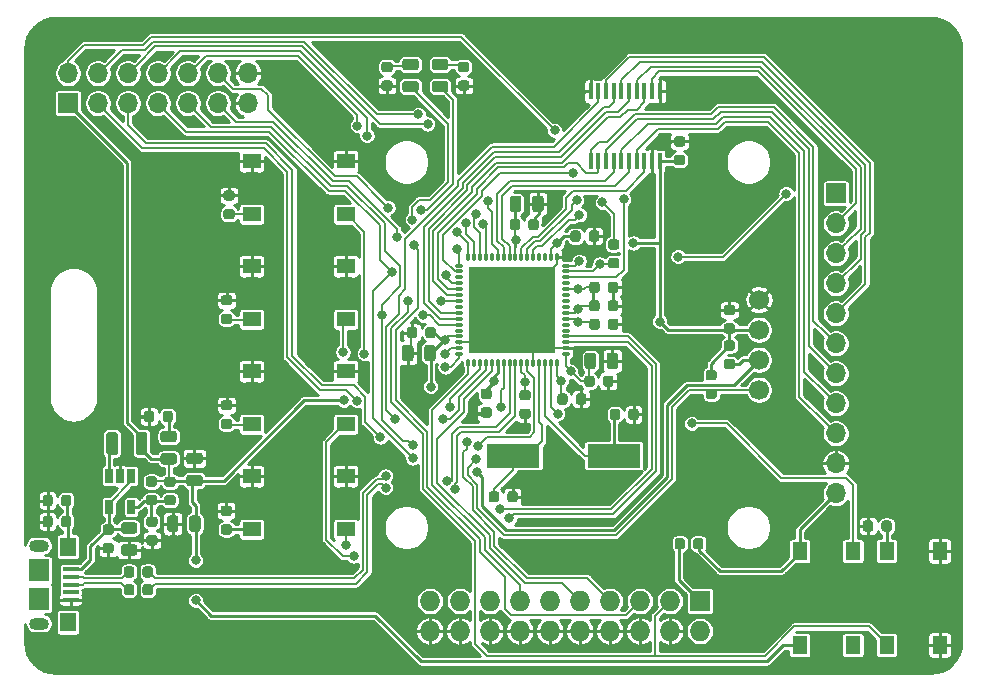
<source format=gbr>
G04 #@! TF.GenerationSoftware,KiCad,Pcbnew,5.1.6*
G04 #@! TF.CreationDate,2020-08-20T20:45:38+02:00*
G04 #@! TF.ProjectId,kicon19-badge,6b69636f-6e31-4392-9d62-616467652e6b,rev?*
G04 #@! TF.SameCoordinates,Original*
G04 #@! TF.FileFunction,Copper,L1,Top*
G04 #@! TF.FilePolarity,Positive*
%FSLAX46Y46*%
G04 Gerber Fmt 4.6, Leading zero omitted, Abs format (unit mm)*
G04 Created by KiCad (PCBNEW 5.1.6) date 2020-08-20 20:45:38*
%MOMM*%
%LPD*%
G01*
G04 APERTURE LIST*
G04 #@! TA.AperFunction,SMDPad,CuDef*
%ADD10R,1.550000X1.300000*%
G04 #@! TD*
G04 #@! TA.AperFunction,SMDPad,CuDef*
%ADD11R,1.300000X1.550000*%
G04 #@! TD*
G04 #@! TA.AperFunction,ComponentPad*
%ADD12O,1.700000X1.700000*%
G04 #@! TD*
G04 #@! TA.AperFunction,ComponentPad*
%ADD13R,1.700000X1.700000*%
G04 #@! TD*
G04 #@! TA.AperFunction,ComponentPad*
%ADD14C,1.700000*%
G04 #@! TD*
G04 #@! TA.AperFunction,SMDPad,CuDef*
%ADD15R,0.450000X1.450000*%
G04 #@! TD*
G04 #@! TA.AperFunction,SMDPad,CuDef*
%ADD16R,4.500000X2.000000*%
G04 #@! TD*
G04 #@! TA.AperFunction,SMDPad,CuDef*
%ADD17R,7.250000X7.250000*%
G04 #@! TD*
G04 #@! TA.AperFunction,SMDPad,CuDef*
%ADD18O,0.300000X0.800000*%
G04 #@! TD*
G04 #@! TA.AperFunction,SMDPad,CuDef*
%ADD19O,0.800000X0.300000*%
G04 #@! TD*
G04 #@! TA.AperFunction,SMDPad,CuDef*
%ADD20R,0.650000X1.220000*%
G04 #@! TD*
G04 #@! TA.AperFunction,SMDPad,CuDef*
%ADD21R,1.700000X1.900000*%
G04 #@! TD*
G04 #@! TA.AperFunction,ComponentPad*
%ADD22O,1.700000X1.000000*%
G04 #@! TD*
G04 #@! TA.AperFunction,SMDPad,CuDef*
%ADD23R,1.400000X1.600000*%
G04 #@! TD*
G04 #@! TA.AperFunction,SMDPad,CuDef*
%ADD24R,1.350000X0.400000*%
G04 #@! TD*
G04 #@! TA.AperFunction,ComponentPad*
%ADD25O,1.727200X1.727200*%
G04 #@! TD*
G04 #@! TA.AperFunction,ComponentPad*
%ADD26R,1.727200X1.727200*%
G04 #@! TD*
G04 #@! TA.AperFunction,ViaPad*
%ADD27C,0.800000*%
G04 #@! TD*
G04 #@! TA.AperFunction,Conductor*
%ADD28C,0.203200*%
G04 #@! TD*
G04 #@! TA.AperFunction,Conductor*
%ADD29C,0.254000*%
G04 #@! TD*
G04 #@! TA.AperFunction,Conductor*
%ADD30C,0.228600*%
G04 #@! TD*
G04 #@! TA.AperFunction,Conductor*
%ADD31C,0.250000*%
G04 #@! TD*
G04 #@! TA.AperFunction,Conductor*
%ADD32C,0.215900*%
G04 #@! TD*
G04 #@! TA.AperFunction,Conductor*
%ADD33C,0.200000*%
G04 #@! TD*
G04 #@! TA.AperFunction,Conductor*
%ADD34C,0.260000*%
G04 #@! TD*
G04 APERTURE END LIST*
G04 #@! TA.AperFunction,SMDPad,CuDef*
G36*
G01*
X166256250Y-98450000D02*
X165743750Y-98450000D01*
G75*
G02*
X165525000Y-98231250I0J218750D01*
G01*
X165525000Y-97793750D01*
G75*
G02*
X165743750Y-97575000I218750J0D01*
G01*
X166256250Y-97575000D01*
G75*
G02*
X166475000Y-97793750I0J-218750D01*
G01*
X166475000Y-98231250D01*
G75*
G02*
X166256250Y-98450000I-218750J0D01*
G01*
G37*
G04 #@! TD.AperFunction*
G04 #@! TA.AperFunction,SMDPad,CuDef*
G36*
G01*
X166256250Y-100025000D02*
X165743750Y-100025000D01*
G75*
G02*
X165525000Y-99806250I0J218750D01*
G01*
X165525000Y-99368750D01*
G75*
G02*
X165743750Y-99150000I218750J0D01*
G01*
X166256250Y-99150000D01*
G75*
G02*
X166475000Y-99368750I0J-218750D01*
G01*
X166475000Y-99806250D01*
G75*
G02*
X166256250Y-100025000I-218750J0D01*
G01*
G37*
G04 #@! TD.AperFunction*
G04 #@! TA.AperFunction,SMDPad,CuDef*
G36*
G01*
X164706250Y-100962500D02*
X164193750Y-100962500D01*
G75*
G02*
X163975000Y-100743750I0J218750D01*
G01*
X163975000Y-100306250D01*
G75*
G02*
X164193750Y-100087500I218750J0D01*
G01*
X164706250Y-100087500D01*
G75*
G02*
X164925000Y-100306250I0J-218750D01*
G01*
X164925000Y-100743750D01*
G75*
G02*
X164706250Y-100962500I-218750J0D01*
G01*
G37*
G04 #@! TD.AperFunction*
G04 #@! TA.AperFunction,SMDPad,CuDef*
G36*
G01*
X164706250Y-102537500D02*
X164193750Y-102537500D01*
G75*
G02*
X163975000Y-102318750I0J218750D01*
G01*
X163975000Y-101881250D01*
G75*
G02*
X164193750Y-101662500I218750J0D01*
G01*
X164706250Y-101662500D01*
G75*
G02*
X164925000Y-101881250I0J-218750D01*
G01*
X164925000Y-102318750D01*
G75*
G02*
X164706250Y-102537500I-218750J0D01*
G01*
G37*
G04 #@! TD.AperFunction*
D10*
X133500000Y-86917000D03*
X133500000Y-82417000D03*
X125540000Y-82417000D03*
X125540000Y-86917000D03*
D11*
X176450000Y-115420000D03*
X171950000Y-115420000D03*
X171950000Y-123380000D03*
X176450000Y-123380000D03*
X179300000Y-123380000D03*
X183800000Y-123380000D03*
X183800000Y-115420000D03*
X179300000Y-115420000D03*
D10*
X133500000Y-95807000D03*
X133500000Y-91307000D03*
X125540000Y-91307000D03*
X125540000Y-95807000D03*
X133500000Y-113587000D03*
X133500000Y-109087000D03*
X125540000Y-109087000D03*
X125540000Y-113587000D03*
X133500000Y-104697000D03*
X133500000Y-100197000D03*
X125540000Y-100197000D03*
X125540000Y-104697000D03*
D12*
X125240000Y-74960000D03*
X125240000Y-77500000D03*
X122700000Y-74960000D03*
X122700000Y-77500000D03*
X120160000Y-74960000D03*
X120160000Y-77500000D03*
X117620000Y-74960000D03*
X117620000Y-77500000D03*
X115080000Y-74960000D03*
X115080000Y-77500000D03*
X112540000Y-74960000D03*
X112540000Y-77500000D03*
X110000000Y-74960000D03*
D13*
X110000000Y-77500000D03*
G04 #@! TA.AperFunction,SMDPad,CuDef*
G36*
G01*
X109413600Y-113175450D02*
X109413600Y-112662950D01*
G75*
G02*
X109632350Y-112444200I218750J0D01*
G01*
X110069850Y-112444200D01*
G75*
G02*
X110288600Y-112662950I0J-218750D01*
G01*
X110288600Y-113175450D01*
G75*
G02*
X110069850Y-113394200I-218750J0D01*
G01*
X109632350Y-113394200D01*
G75*
G02*
X109413600Y-113175450I0J218750D01*
G01*
G37*
G04 #@! TD.AperFunction*
G04 #@! TA.AperFunction,SMDPad,CuDef*
G36*
G01*
X107838600Y-113175450D02*
X107838600Y-112662950D01*
G75*
G02*
X108057350Y-112444200I218750J0D01*
G01*
X108494850Y-112444200D01*
G75*
G02*
X108713600Y-112662950I0J-218750D01*
G01*
X108713600Y-113175450D01*
G75*
G02*
X108494850Y-113394200I-218750J0D01*
G01*
X108057350Y-113394200D01*
G75*
G02*
X107838600Y-113175450I0J218750D01*
G01*
G37*
G04 #@! TD.AperFunction*
G04 #@! TA.AperFunction,SMDPad,CuDef*
G36*
G01*
X115602600Y-116930950D02*
X115602600Y-117443450D01*
G75*
G02*
X115383850Y-117662200I-218750J0D01*
G01*
X114946350Y-117662200D01*
G75*
G02*
X114727600Y-117443450I0J218750D01*
G01*
X114727600Y-116930950D01*
G75*
G02*
X114946350Y-116712200I218750J0D01*
G01*
X115383850Y-116712200D01*
G75*
G02*
X115602600Y-116930950I0J-218750D01*
G01*
G37*
G04 #@! TD.AperFunction*
G04 #@! TA.AperFunction,SMDPad,CuDef*
G36*
G01*
X117177600Y-116930950D02*
X117177600Y-117443450D01*
G75*
G02*
X116958850Y-117662200I-218750J0D01*
G01*
X116521350Y-117662200D01*
G75*
G02*
X116302600Y-117443450I0J218750D01*
G01*
X116302600Y-116930950D01*
G75*
G02*
X116521350Y-116712200I218750J0D01*
G01*
X116958850Y-116712200D01*
G75*
G02*
X117177600Y-116930950I0J-218750D01*
G01*
G37*
G04 #@! TD.AperFunction*
G04 #@! TA.AperFunction,SMDPad,CuDef*
G36*
G01*
X115602600Y-118443750D02*
X115602600Y-118956250D01*
G75*
G02*
X115383850Y-119175000I-218750J0D01*
G01*
X114946350Y-119175000D01*
G75*
G02*
X114727600Y-118956250I0J218750D01*
G01*
X114727600Y-118443750D01*
G75*
G02*
X114946350Y-118225000I218750J0D01*
G01*
X115383850Y-118225000D01*
G75*
G02*
X115602600Y-118443750I0J-218750D01*
G01*
G37*
G04 #@! TD.AperFunction*
G04 #@! TA.AperFunction,SMDPad,CuDef*
G36*
G01*
X117177600Y-118443750D02*
X117177600Y-118956250D01*
G75*
G02*
X116958850Y-119175000I-218750J0D01*
G01*
X116521350Y-119175000D01*
G75*
G02*
X116302600Y-118956250I0J218750D01*
G01*
X116302600Y-118443750D01*
G75*
G02*
X116521350Y-118225000I218750J0D01*
G01*
X116958850Y-118225000D01*
G75*
G02*
X117177600Y-118443750I0J-218750D01*
G01*
G37*
G04 #@! TD.AperFunction*
G04 #@! TA.AperFunction,SMDPad,CuDef*
G36*
G01*
X162225000Y-114543750D02*
X162225000Y-115056250D01*
G75*
G02*
X162006250Y-115275000I-218750J0D01*
G01*
X161568750Y-115275000D01*
G75*
G02*
X161350000Y-115056250I0J218750D01*
G01*
X161350000Y-114543750D01*
G75*
G02*
X161568750Y-114325000I218750J0D01*
G01*
X162006250Y-114325000D01*
G75*
G02*
X162225000Y-114543750I0J-218750D01*
G01*
G37*
G04 #@! TD.AperFunction*
G04 #@! TA.AperFunction,SMDPad,CuDef*
G36*
G01*
X163800000Y-114543750D02*
X163800000Y-115056250D01*
G75*
G02*
X163581250Y-115275000I-218750J0D01*
G01*
X163143750Y-115275000D01*
G75*
G02*
X162925000Y-115056250I0J218750D01*
G01*
X162925000Y-114543750D01*
G75*
G02*
X163143750Y-114325000I218750J0D01*
G01*
X163581250Y-114325000D01*
G75*
G02*
X163800000Y-114543750I0J-218750D01*
G01*
G37*
G04 #@! TD.AperFunction*
G04 #@! TA.AperFunction,SMDPad,CuDef*
G36*
G01*
X117300000Y-103768750D02*
X117300000Y-104281250D01*
G75*
G02*
X117081250Y-104500000I-218750J0D01*
G01*
X116643750Y-104500000D01*
G75*
G02*
X116425000Y-104281250I0J218750D01*
G01*
X116425000Y-103768750D01*
G75*
G02*
X116643750Y-103550000I218750J0D01*
G01*
X117081250Y-103550000D01*
G75*
G02*
X117300000Y-103768750I0J-218750D01*
G01*
G37*
G04 #@! TD.AperFunction*
G04 #@! TA.AperFunction,SMDPad,CuDef*
G36*
G01*
X118875000Y-103768750D02*
X118875000Y-104281250D01*
G75*
G02*
X118656250Y-104500000I-218750J0D01*
G01*
X118218750Y-104500000D01*
G75*
G02*
X118000000Y-104281250I0J218750D01*
G01*
X118000000Y-103768750D01*
G75*
G02*
X118218750Y-103550000I218750J0D01*
G01*
X118656250Y-103550000D01*
G75*
G02*
X118875000Y-103768750I0J-218750D01*
G01*
G37*
G04 #@! TD.AperFunction*
G04 #@! TA.AperFunction,SMDPad,CuDef*
G36*
G01*
X117356250Y-113372800D02*
X116843750Y-113372800D01*
G75*
G02*
X116625000Y-113154050I0J218750D01*
G01*
X116625000Y-112716550D01*
G75*
G02*
X116843750Y-112497800I218750J0D01*
G01*
X117356250Y-112497800D01*
G75*
G02*
X117575000Y-112716550I0J-218750D01*
G01*
X117575000Y-113154050D01*
G75*
G02*
X117356250Y-113372800I-218750J0D01*
G01*
G37*
G04 #@! TD.AperFunction*
G04 #@! TA.AperFunction,SMDPad,CuDef*
G36*
G01*
X117356250Y-114947800D02*
X116843750Y-114947800D01*
G75*
G02*
X116625000Y-114729050I0J218750D01*
G01*
X116625000Y-114291550D01*
G75*
G02*
X116843750Y-114072800I218750J0D01*
G01*
X117356250Y-114072800D01*
G75*
G02*
X117575000Y-114291550I0J-218750D01*
G01*
X117575000Y-114729050D01*
G75*
G02*
X117356250Y-114947800I-218750J0D01*
G01*
G37*
G04 #@! TD.AperFunction*
G04 #@! TA.AperFunction,SMDPad,CuDef*
G36*
G01*
X117312650Y-109969200D02*
X116800150Y-109969200D01*
G75*
G02*
X116581400Y-109750450I0J218750D01*
G01*
X116581400Y-109312950D01*
G75*
G02*
X116800150Y-109094200I218750J0D01*
G01*
X117312650Y-109094200D01*
G75*
G02*
X117531400Y-109312950I0J-218750D01*
G01*
X117531400Y-109750450D01*
G75*
G02*
X117312650Y-109969200I-218750J0D01*
G01*
G37*
G04 #@! TD.AperFunction*
G04 #@! TA.AperFunction,SMDPad,CuDef*
G36*
G01*
X117312650Y-111544200D02*
X116800150Y-111544200D01*
G75*
G02*
X116581400Y-111325450I0J218750D01*
G01*
X116581400Y-110887950D01*
G75*
G02*
X116800150Y-110669200I218750J0D01*
G01*
X117312650Y-110669200D01*
G75*
G02*
X117531400Y-110887950I0J-218750D01*
G01*
X117531400Y-111325450D01*
G75*
G02*
X117312650Y-111544200I-218750J0D01*
G01*
G37*
G04 #@! TD.AperFunction*
G04 #@! TA.AperFunction,SMDPad,CuDef*
G36*
G01*
X155943750Y-90600000D02*
X156456250Y-90600000D01*
G75*
G02*
X156675000Y-90818750I0J-218750D01*
G01*
X156675000Y-91256250D01*
G75*
G02*
X156456250Y-91475000I-218750J0D01*
G01*
X155943750Y-91475000D01*
G75*
G02*
X155725000Y-91256250I0J218750D01*
G01*
X155725000Y-90818750D01*
G75*
G02*
X155943750Y-90600000I218750J0D01*
G01*
G37*
G04 #@! TD.AperFunction*
G04 #@! TA.AperFunction,SMDPad,CuDef*
G36*
G01*
X155943750Y-89025000D02*
X156456250Y-89025000D01*
G75*
G02*
X156675000Y-89243750I0J-218750D01*
G01*
X156675000Y-89681250D01*
G75*
G02*
X156456250Y-89900000I-218750J0D01*
G01*
X155943750Y-89900000D01*
G75*
G02*
X155725000Y-89681250I0J218750D01*
G01*
X155725000Y-89243750D01*
G75*
G02*
X155943750Y-89025000I218750J0D01*
G01*
G37*
G04 #@! TD.AperFunction*
G04 #@! TA.AperFunction,SMDPad,CuDef*
G36*
G01*
X143243750Y-75575000D02*
X143756250Y-75575000D01*
G75*
G02*
X143975000Y-75793750I0J-218750D01*
G01*
X143975000Y-76231250D01*
G75*
G02*
X143756250Y-76450000I-218750J0D01*
G01*
X143243750Y-76450000D01*
G75*
G02*
X143025000Y-76231250I0J218750D01*
G01*
X143025000Y-75793750D01*
G75*
G02*
X143243750Y-75575000I218750J0D01*
G01*
G37*
G04 #@! TD.AperFunction*
G04 #@! TA.AperFunction,SMDPad,CuDef*
G36*
G01*
X143243750Y-74000000D02*
X143756250Y-74000000D01*
G75*
G02*
X143975000Y-74218750I0J-218750D01*
G01*
X143975000Y-74656250D01*
G75*
G02*
X143756250Y-74875000I-218750J0D01*
G01*
X143243750Y-74875000D01*
G75*
G02*
X143025000Y-74656250I0J218750D01*
G01*
X143025000Y-74218750D01*
G75*
G02*
X143243750Y-74000000I218750J0D01*
G01*
G37*
G04 #@! TD.AperFunction*
G04 #@! TA.AperFunction,SMDPad,CuDef*
G36*
G01*
X136743750Y-75575000D02*
X137256250Y-75575000D01*
G75*
G02*
X137475000Y-75793750I0J-218750D01*
G01*
X137475000Y-76231250D01*
G75*
G02*
X137256250Y-76450000I-218750J0D01*
G01*
X136743750Y-76450000D01*
G75*
G02*
X136525000Y-76231250I0J218750D01*
G01*
X136525000Y-75793750D01*
G75*
G02*
X136743750Y-75575000I218750J0D01*
G01*
G37*
G04 #@! TD.AperFunction*
G04 #@! TA.AperFunction,SMDPad,CuDef*
G36*
G01*
X136743750Y-74000000D02*
X137256250Y-74000000D01*
G75*
G02*
X137475000Y-74218750I0J-218750D01*
G01*
X137475000Y-74656250D01*
G75*
G02*
X137256250Y-74875000I-218750J0D01*
G01*
X136743750Y-74875000D01*
G75*
G02*
X136525000Y-74656250I0J218750D01*
G01*
X136525000Y-74218750D01*
G75*
G02*
X136743750Y-74000000I218750J0D01*
G01*
G37*
G04 #@! TD.AperFunction*
G04 #@! TA.AperFunction,SMDPad,CuDef*
G36*
G01*
X115725000Y-107125000D02*
X115725000Y-105525000D01*
G75*
G02*
X115925000Y-105325000I200000J0D01*
G01*
X116525000Y-105325000D01*
G75*
G02*
X116725000Y-105525000I0J-200000D01*
G01*
X116725000Y-107125000D01*
G75*
G02*
X116525000Y-107325000I-200000J0D01*
G01*
X115925000Y-107325000D01*
G75*
G02*
X115725000Y-107125000I0J200000D01*
G01*
G37*
G04 #@! TD.AperFunction*
G04 #@! TA.AperFunction,SMDPad,CuDef*
G36*
G01*
X113225000Y-107125000D02*
X113225000Y-105525000D01*
G75*
G02*
X113425000Y-105325000I200000J0D01*
G01*
X114025000Y-105325000D01*
G75*
G02*
X114225000Y-105525000I0J-200000D01*
G01*
X114225000Y-107125000D01*
G75*
G02*
X114025000Y-107325000I-200000J0D01*
G01*
X113425000Y-107325000D01*
G75*
G02*
X113225000Y-107125000I0J200000D01*
G01*
G37*
G04 #@! TD.AperFunction*
G04 #@! TA.AperFunction,SMDPad,CuDef*
G36*
G01*
X149288400Y-86481250D02*
X149288400Y-85568750D01*
G75*
G02*
X149532150Y-85325000I243750J0D01*
G01*
X150019650Y-85325000D01*
G75*
G02*
X150263400Y-85568750I0J-243750D01*
G01*
X150263400Y-86481250D01*
G75*
G02*
X150019650Y-86725000I-243750J0D01*
G01*
X149532150Y-86725000D01*
G75*
G02*
X149288400Y-86481250I0J243750D01*
G01*
G37*
G04 #@! TD.AperFunction*
G04 #@! TA.AperFunction,SMDPad,CuDef*
G36*
G01*
X147413400Y-86481250D02*
X147413400Y-85568750D01*
G75*
G02*
X147657150Y-85325000I243750J0D01*
G01*
X148144650Y-85325000D01*
G75*
G02*
X148388400Y-85568750I0J-243750D01*
G01*
X148388400Y-86481250D01*
G75*
G02*
X148144650Y-86725000I-243750J0D01*
G01*
X147657150Y-86725000D01*
G75*
G02*
X147413400Y-86481250I0J243750D01*
G01*
G37*
G04 #@! TD.AperFunction*
G04 #@! TA.AperFunction,SMDPad,CuDef*
G36*
G01*
X155700000Y-93356250D02*
X155700000Y-92843750D01*
G75*
G02*
X155918750Y-92625000I218750J0D01*
G01*
X156356250Y-92625000D01*
G75*
G02*
X156575000Y-92843750I0J-218750D01*
G01*
X156575000Y-93356250D01*
G75*
G02*
X156356250Y-93575000I-218750J0D01*
G01*
X155918750Y-93575000D01*
G75*
G02*
X155700000Y-93356250I0J218750D01*
G01*
G37*
G04 #@! TD.AperFunction*
G04 #@! TA.AperFunction,SMDPad,CuDef*
G36*
G01*
X154125000Y-93356250D02*
X154125000Y-92843750D01*
G75*
G02*
X154343750Y-92625000I218750J0D01*
G01*
X154781250Y-92625000D01*
G75*
G02*
X155000000Y-92843750I0J-218750D01*
G01*
X155000000Y-93356250D01*
G75*
G02*
X154781250Y-93575000I-218750J0D01*
G01*
X154343750Y-93575000D01*
G75*
G02*
X154125000Y-93356250I0J218750D01*
G01*
G37*
G04 #@! TD.AperFunction*
G04 #@! TA.AperFunction,SMDPad,CuDef*
G36*
G01*
X148975000Y-88031250D02*
X148975000Y-87518750D01*
G75*
G02*
X149193750Y-87300000I218750J0D01*
G01*
X149631250Y-87300000D01*
G75*
G02*
X149850000Y-87518750I0J-218750D01*
G01*
X149850000Y-88031250D01*
G75*
G02*
X149631250Y-88250000I-218750J0D01*
G01*
X149193750Y-88250000D01*
G75*
G02*
X148975000Y-88031250I0J218750D01*
G01*
G37*
G04 #@! TD.AperFunction*
G04 #@! TA.AperFunction,SMDPad,CuDef*
G36*
G01*
X147400000Y-88031250D02*
X147400000Y-87518750D01*
G75*
G02*
X147618750Y-87300000I218750J0D01*
G01*
X148056250Y-87300000D01*
G75*
G02*
X148275000Y-87518750I0J-218750D01*
G01*
X148275000Y-88031250D01*
G75*
G02*
X148056250Y-88250000I-218750J0D01*
G01*
X147618750Y-88250000D01*
G75*
G02*
X147400000Y-88031250I0J218750D01*
G01*
G37*
G04 #@! TD.AperFunction*
G04 #@! TA.AperFunction,SMDPad,CuDef*
G36*
G01*
X166256250Y-95450000D02*
X165743750Y-95450000D01*
G75*
G02*
X165525000Y-95231250I0J218750D01*
G01*
X165525000Y-94793750D01*
G75*
G02*
X165743750Y-94575000I218750J0D01*
G01*
X166256250Y-94575000D01*
G75*
G02*
X166475000Y-94793750I0J-218750D01*
G01*
X166475000Y-95231250D01*
G75*
G02*
X166256250Y-95450000I-218750J0D01*
G01*
G37*
G04 #@! TD.AperFunction*
G04 #@! TA.AperFunction,SMDPad,CuDef*
G36*
G01*
X166256250Y-97025000D02*
X165743750Y-97025000D01*
G75*
G02*
X165525000Y-96806250I0J218750D01*
G01*
X165525000Y-96368750D01*
G75*
G02*
X165743750Y-96150000I218750J0D01*
G01*
X166256250Y-96150000D01*
G75*
G02*
X166475000Y-96368750I0J-218750D01*
G01*
X166475000Y-96806250D01*
G75*
G02*
X166256250Y-97025000I-218750J0D01*
G01*
G37*
G04 #@! TD.AperFunction*
G04 #@! TA.AperFunction,SMDPad,CuDef*
G36*
G01*
X155700000Y-94906250D02*
X155700000Y-94393750D01*
G75*
G02*
X155918750Y-94175000I218750J0D01*
G01*
X156356250Y-94175000D01*
G75*
G02*
X156575000Y-94393750I0J-218750D01*
G01*
X156575000Y-94906250D01*
G75*
G02*
X156356250Y-95125000I-218750J0D01*
G01*
X155918750Y-95125000D01*
G75*
G02*
X155700000Y-94906250I0J218750D01*
G01*
G37*
G04 #@! TD.AperFunction*
G04 #@! TA.AperFunction,SMDPad,CuDef*
G36*
G01*
X154125000Y-94906250D02*
X154125000Y-94393750D01*
G75*
G02*
X154343750Y-94175000I218750J0D01*
G01*
X154781250Y-94175000D01*
G75*
G02*
X155000000Y-94393750I0J-218750D01*
G01*
X155000000Y-94906250D01*
G75*
G02*
X154781250Y-95125000I-218750J0D01*
G01*
X154343750Y-95125000D01*
G75*
G02*
X154125000Y-94906250I0J218750D01*
G01*
G37*
G04 #@! TD.AperFunction*
G04 #@! TA.AperFunction,SMDPad,CuDef*
G36*
G01*
X145143750Y-103250000D02*
X145656250Y-103250000D01*
G75*
G02*
X145875000Y-103468750I0J-218750D01*
G01*
X145875000Y-103906250D01*
G75*
G02*
X145656250Y-104125000I-218750J0D01*
G01*
X145143750Y-104125000D01*
G75*
G02*
X144925000Y-103906250I0J218750D01*
G01*
X144925000Y-103468750D01*
G75*
G02*
X145143750Y-103250000I218750J0D01*
G01*
G37*
G04 #@! TD.AperFunction*
G04 #@! TA.AperFunction,SMDPad,CuDef*
G36*
G01*
X145143750Y-101675000D02*
X145656250Y-101675000D01*
G75*
G02*
X145875000Y-101893750I0J-218750D01*
G01*
X145875000Y-102331250D01*
G75*
G02*
X145656250Y-102550000I-218750J0D01*
G01*
X145143750Y-102550000D01*
G75*
G02*
X144925000Y-102331250I0J218750D01*
G01*
X144925000Y-101893750D01*
G75*
G02*
X145143750Y-101675000I218750J0D01*
G01*
G37*
G04 #@! TD.AperFunction*
G04 #@! TA.AperFunction,SMDPad,CuDef*
G36*
G01*
X153000000Y-102806250D02*
X153000000Y-102293750D01*
G75*
G02*
X153218750Y-102075000I218750J0D01*
G01*
X153656250Y-102075000D01*
G75*
G02*
X153875000Y-102293750I0J-218750D01*
G01*
X153875000Y-102806250D01*
G75*
G02*
X153656250Y-103025000I-218750J0D01*
G01*
X153218750Y-103025000D01*
G75*
G02*
X153000000Y-102806250I0J218750D01*
G01*
G37*
G04 #@! TD.AperFunction*
G04 #@! TA.AperFunction,SMDPad,CuDef*
G36*
G01*
X151425000Y-102806250D02*
X151425000Y-102293750D01*
G75*
G02*
X151643750Y-102075000I218750J0D01*
G01*
X152081250Y-102075000D01*
G75*
G02*
X152300000Y-102293750I0J-218750D01*
G01*
X152300000Y-102806250D01*
G75*
G02*
X152081250Y-103025000I-218750J0D01*
G01*
X151643750Y-103025000D01*
G75*
G02*
X151425000Y-102806250I0J218750D01*
G01*
G37*
G04 #@! TD.AperFunction*
G04 #@! TA.AperFunction,SMDPad,CuDef*
G36*
G01*
X139558400Y-96668750D02*
X139558400Y-97181250D01*
G75*
G02*
X139339650Y-97400000I-218750J0D01*
G01*
X138902150Y-97400000D01*
G75*
G02*
X138683400Y-97181250I0J218750D01*
G01*
X138683400Y-96668750D01*
G75*
G02*
X138902150Y-96450000I218750J0D01*
G01*
X139339650Y-96450000D01*
G75*
G02*
X139558400Y-96668750I0J-218750D01*
G01*
G37*
G04 #@! TD.AperFunction*
G04 #@! TA.AperFunction,SMDPad,CuDef*
G36*
G01*
X141133400Y-96668750D02*
X141133400Y-97181250D01*
G75*
G02*
X140914650Y-97400000I-218750J0D01*
G01*
X140477150Y-97400000D01*
G75*
G02*
X140258400Y-97181250I0J218750D01*
G01*
X140258400Y-96668750D01*
G75*
G02*
X140477150Y-96450000I218750J0D01*
G01*
X140914650Y-96450000D01*
G75*
G02*
X141133400Y-96668750I0J-218750D01*
G01*
G37*
G04 #@! TD.AperFunction*
G04 #@! TA.AperFunction,SMDPad,CuDef*
G36*
G01*
X108713600Y-110884950D02*
X108713600Y-111397450D01*
G75*
G02*
X108494850Y-111616200I-218750J0D01*
G01*
X108057350Y-111616200D01*
G75*
G02*
X107838600Y-111397450I0J218750D01*
G01*
X107838600Y-110884950D01*
G75*
G02*
X108057350Y-110666200I218750J0D01*
G01*
X108494850Y-110666200D01*
G75*
G02*
X108713600Y-110884950I0J-218750D01*
G01*
G37*
G04 #@! TD.AperFunction*
G04 #@! TA.AperFunction,SMDPad,CuDef*
G36*
G01*
X110288600Y-110884950D02*
X110288600Y-111397450D01*
G75*
G02*
X110069850Y-111616200I-218750J0D01*
G01*
X109632350Y-111616200D01*
G75*
G02*
X109413600Y-111397450I0J218750D01*
G01*
X109413600Y-110884950D01*
G75*
G02*
X109632350Y-110666200I218750J0D01*
G01*
X110069850Y-110666200D01*
G75*
G02*
X110288600Y-110884950I0J-218750D01*
G01*
G37*
G04 #@! TD.AperFunction*
G04 #@! TA.AperFunction,SMDPad,CuDef*
G36*
G01*
X148441750Y-103366000D02*
X148954250Y-103366000D01*
G75*
G02*
X149173000Y-103584750I0J-218750D01*
G01*
X149173000Y-104022250D01*
G75*
G02*
X148954250Y-104241000I-218750J0D01*
G01*
X148441750Y-104241000D01*
G75*
G02*
X148223000Y-104022250I0J218750D01*
G01*
X148223000Y-103584750D01*
G75*
G02*
X148441750Y-103366000I218750J0D01*
G01*
G37*
G04 #@! TD.AperFunction*
G04 #@! TA.AperFunction,SMDPad,CuDef*
G36*
G01*
X148441750Y-101791000D02*
X148954250Y-101791000D01*
G75*
G02*
X149173000Y-102009750I0J-218750D01*
G01*
X149173000Y-102447250D01*
G75*
G02*
X148954250Y-102666000I-218750J0D01*
G01*
X148441750Y-102666000D01*
G75*
G02*
X148223000Y-102447250I0J218750D01*
G01*
X148223000Y-102009750D01*
G75*
G02*
X148441750Y-101791000I218750J0D01*
G01*
G37*
G04 #@! TD.AperFunction*
G04 #@! TA.AperFunction,SMDPad,CuDef*
G36*
G01*
X154100000Y-89006250D02*
X154100000Y-88493750D01*
G75*
G02*
X154318750Y-88275000I218750J0D01*
G01*
X154756250Y-88275000D01*
G75*
G02*
X154975000Y-88493750I0J-218750D01*
G01*
X154975000Y-89006250D01*
G75*
G02*
X154756250Y-89225000I-218750J0D01*
G01*
X154318750Y-89225000D01*
G75*
G02*
X154100000Y-89006250I0J218750D01*
G01*
G37*
G04 #@! TD.AperFunction*
G04 #@! TA.AperFunction,SMDPad,CuDef*
G36*
G01*
X152525000Y-89006250D02*
X152525000Y-88493750D01*
G75*
G02*
X152743750Y-88275000I218750J0D01*
G01*
X153181250Y-88275000D01*
G75*
G02*
X153400000Y-88493750I0J-218750D01*
G01*
X153400000Y-89006250D01*
G75*
G02*
X153181250Y-89225000I-218750J0D01*
G01*
X152743750Y-89225000D01*
G75*
G02*
X152525000Y-89006250I0J218750D01*
G01*
G37*
G04 #@! TD.AperFunction*
G04 #@! TA.AperFunction,SMDPad,CuDef*
G36*
G01*
X155713000Y-96471450D02*
X155713000Y-95958950D01*
G75*
G02*
X155931750Y-95740200I218750J0D01*
G01*
X156369250Y-95740200D01*
G75*
G02*
X156588000Y-95958950I0J-218750D01*
G01*
X156588000Y-96471450D01*
G75*
G02*
X156369250Y-96690200I-218750J0D01*
G01*
X155931750Y-96690200D01*
G75*
G02*
X155713000Y-96471450I0J218750D01*
G01*
G37*
G04 #@! TD.AperFunction*
G04 #@! TA.AperFunction,SMDPad,CuDef*
G36*
G01*
X154138000Y-96471450D02*
X154138000Y-95958950D01*
G75*
G02*
X154356750Y-95740200I218750J0D01*
G01*
X154794250Y-95740200D01*
G75*
G02*
X155013000Y-95958950I0J-218750D01*
G01*
X155013000Y-96471450D01*
G75*
G02*
X154794250Y-96690200I-218750J0D01*
G01*
X154356750Y-96690200D01*
G75*
G02*
X154138000Y-96471450I0J218750D01*
G01*
G37*
G04 #@! TD.AperFunction*
G04 #@! TA.AperFunction,SMDPad,CuDef*
G36*
G01*
X177287500Y-113556250D02*
X177287500Y-113043750D01*
G75*
G02*
X177506250Y-112825000I218750J0D01*
G01*
X177943750Y-112825000D01*
G75*
G02*
X178162500Y-113043750I0J-218750D01*
G01*
X178162500Y-113556250D01*
G75*
G02*
X177943750Y-113775000I-218750J0D01*
G01*
X177506250Y-113775000D01*
G75*
G02*
X177287500Y-113556250I0J218750D01*
G01*
G37*
G04 #@! TD.AperFunction*
G04 #@! TA.AperFunction,SMDPad,CuDef*
G36*
G01*
X178862500Y-113556250D02*
X178862500Y-113043750D01*
G75*
G02*
X179081250Y-112825000I218750J0D01*
G01*
X179518750Y-112825000D01*
G75*
G02*
X179737500Y-113043750I0J-218750D01*
G01*
X179737500Y-113556250D01*
G75*
G02*
X179518750Y-113775000I-218750J0D01*
G01*
X179081250Y-113775000D01*
G75*
G02*
X178862500Y-113556250I0J218750D01*
G01*
G37*
G04 #@! TD.AperFunction*
G04 #@! TA.AperFunction,SMDPad,CuDef*
G36*
G01*
X139250000Y-98197350D02*
X139250000Y-99109850D01*
G75*
G02*
X139006250Y-99353600I-243750J0D01*
G01*
X138518750Y-99353600D01*
G75*
G02*
X138275000Y-99109850I0J243750D01*
G01*
X138275000Y-98197350D01*
G75*
G02*
X138518750Y-97953600I243750J0D01*
G01*
X139006250Y-97953600D01*
G75*
G02*
X139250000Y-98197350I0J-243750D01*
G01*
G37*
G04 #@! TD.AperFunction*
G04 #@! TA.AperFunction,SMDPad,CuDef*
G36*
G01*
X141125000Y-98197350D02*
X141125000Y-99109850D01*
G75*
G02*
X140881250Y-99353600I-243750J0D01*
G01*
X140393750Y-99353600D01*
G75*
G02*
X140150000Y-99109850I0J243750D01*
G01*
X140150000Y-98197350D01*
G75*
G02*
X140393750Y-97953600I243750J0D01*
G01*
X140881250Y-97953600D01*
G75*
G02*
X141125000Y-98197350I0J-243750D01*
G01*
G37*
G04 #@! TD.AperFunction*
G04 #@! TA.AperFunction,SMDPad,CuDef*
G36*
G01*
X157450000Y-104106250D02*
X157450000Y-103593750D01*
G75*
G02*
X157668750Y-103375000I218750J0D01*
G01*
X158106250Y-103375000D01*
G75*
G02*
X158325000Y-103593750I0J-218750D01*
G01*
X158325000Y-104106250D01*
G75*
G02*
X158106250Y-104325000I-218750J0D01*
G01*
X157668750Y-104325000D01*
G75*
G02*
X157450000Y-104106250I0J218750D01*
G01*
G37*
G04 #@! TD.AperFunction*
G04 #@! TA.AperFunction,SMDPad,CuDef*
G36*
G01*
X155875000Y-104106250D02*
X155875000Y-103593750D01*
G75*
G02*
X156093750Y-103375000I218750J0D01*
G01*
X156531250Y-103375000D01*
G75*
G02*
X156750000Y-103593750I0J-218750D01*
G01*
X156750000Y-104106250D01*
G75*
G02*
X156531250Y-104325000I-218750J0D01*
G01*
X156093750Y-104325000D01*
G75*
G02*
X155875000Y-104106250I0J218750D01*
G01*
G37*
G04 #@! TD.AperFunction*
G04 #@! TA.AperFunction,SMDPad,CuDef*
G36*
G01*
X147200000Y-111081250D02*
X147200000Y-110568750D01*
G75*
G02*
X147418750Y-110350000I218750J0D01*
G01*
X147856250Y-110350000D01*
G75*
G02*
X148075000Y-110568750I0J-218750D01*
G01*
X148075000Y-111081250D01*
G75*
G02*
X147856250Y-111300000I-218750J0D01*
G01*
X147418750Y-111300000D01*
G75*
G02*
X147200000Y-111081250I0J218750D01*
G01*
G37*
G04 #@! TD.AperFunction*
G04 #@! TA.AperFunction,SMDPad,CuDef*
G36*
G01*
X145625000Y-111081250D02*
X145625000Y-110568750D01*
G75*
G02*
X145843750Y-110350000I218750J0D01*
G01*
X146281250Y-110350000D01*
G75*
G02*
X146500000Y-110568750I0J-218750D01*
G01*
X146500000Y-111081250D01*
G75*
G02*
X146281250Y-111300000I-218750J0D01*
G01*
X145843750Y-111300000D01*
G75*
G02*
X145625000Y-111081250I0J218750D01*
G01*
G37*
G04 #@! TD.AperFunction*
G04 #@! TA.AperFunction,SMDPad,CuDef*
G36*
G01*
X155598400Y-99770250D02*
X155598400Y-98857750D01*
G75*
G02*
X155842150Y-98614000I243750J0D01*
G01*
X156329650Y-98614000D01*
G75*
G02*
X156573400Y-98857750I0J-243750D01*
G01*
X156573400Y-99770250D01*
G75*
G02*
X156329650Y-100014000I-243750J0D01*
G01*
X155842150Y-100014000D01*
G75*
G02*
X155598400Y-99770250I0J243750D01*
G01*
G37*
G04 #@! TD.AperFunction*
G04 #@! TA.AperFunction,SMDPad,CuDef*
G36*
G01*
X153723400Y-99770250D02*
X153723400Y-98857750D01*
G75*
G02*
X153967150Y-98614000I243750J0D01*
G01*
X154454650Y-98614000D01*
G75*
G02*
X154698400Y-98857750I0J-243750D01*
G01*
X154698400Y-99770250D01*
G75*
G02*
X154454650Y-100014000I-243750J0D01*
G01*
X153967150Y-100014000D01*
G75*
G02*
X153723400Y-99770250I0J243750D01*
G01*
G37*
G04 #@! TD.AperFunction*
G04 #@! TA.AperFunction,SMDPad,CuDef*
G36*
G01*
X155295200Y-101297450D02*
X155295200Y-100784950D01*
G75*
G02*
X155513950Y-100566200I218750J0D01*
G01*
X155951450Y-100566200D01*
G75*
G02*
X156170200Y-100784950I0J-218750D01*
G01*
X156170200Y-101297450D01*
G75*
G02*
X155951450Y-101516200I-218750J0D01*
G01*
X155513950Y-101516200D01*
G75*
G02*
X155295200Y-101297450I0J218750D01*
G01*
G37*
G04 #@! TD.AperFunction*
G04 #@! TA.AperFunction,SMDPad,CuDef*
G36*
G01*
X153720200Y-101297450D02*
X153720200Y-100784950D01*
G75*
G02*
X153938950Y-100566200I218750J0D01*
G01*
X154376450Y-100566200D01*
G75*
G02*
X154595200Y-100784950I0J-218750D01*
G01*
X154595200Y-101297450D01*
G75*
G02*
X154376450Y-101516200I-218750J0D01*
G01*
X153938950Y-101516200D01*
G75*
G02*
X153720200Y-101297450I0J218750D01*
G01*
G37*
G04 #@! TD.AperFunction*
G04 #@! TA.AperFunction,SMDPad,CuDef*
G36*
G01*
X119350000Y-112643750D02*
X119350000Y-113556250D01*
G75*
G02*
X119106250Y-113800000I-243750J0D01*
G01*
X118618750Y-113800000D01*
G75*
G02*
X118375000Y-113556250I0J243750D01*
G01*
X118375000Y-112643750D01*
G75*
G02*
X118618750Y-112400000I243750J0D01*
G01*
X119106250Y-112400000D01*
G75*
G02*
X119350000Y-112643750I0J-243750D01*
G01*
G37*
G04 #@! TD.AperFunction*
G04 #@! TA.AperFunction,SMDPad,CuDef*
G36*
G01*
X121225000Y-112643750D02*
X121225000Y-113556250D01*
G75*
G02*
X120981250Y-113800000I-243750J0D01*
G01*
X120493750Y-113800000D01*
G75*
G02*
X120250000Y-113556250I0J243750D01*
G01*
X120250000Y-112643750D01*
G75*
G02*
X120493750Y-112400000I243750J0D01*
G01*
X120981250Y-112400000D01*
G75*
G02*
X121225000Y-112643750I0J-243750D01*
G01*
G37*
G04 #@! TD.AperFunction*
G04 #@! TA.AperFunction,SMDPad,CuDef*
G36*
G01*
X121156250Y-108062500D02*
X120243750Y-108062500D01*
G75*
G02*
X120000000Y-107818750I0J243750D01*
G01*
X120000000Y-107331250D01*
G75*
G02*
X120243750Y-107087500I243750J0D01*
G01*
X121156250Y-107087500D01*
G75*
G02*
X121400000Y-107331250I0J-243750D01*
G01*
X121400000Y-107818750D01*
G75*
G02*
X121156250Y-108062500I-243750J0D01*
G01*
G37*
G04 #@! TD.AperFunction*
G04 #@! TA.AperFunction,SMDPad,CuDef*
G36*
G01*
X121156250Y-109937500D02*
X120243750Y-109937500D01*
G75*
G02*
X120000000Y-109693750I0J243750D01*
G01*
X120000000Y-109206250D01*
G75*
G02*
X120243750Y-108962500I243750J0D01*
G01*
X121156250Y-108962500D01*
G75*
G02*
X121400000Y-109206250I0J-243750D01*
G01*
X121400000Y-109693750D01*
G75*
G02*
X121156250Y-109937500I-243750J0D01*
G01*
G37*
G04 #@! TD.AperFunction*
G04 #@! TA.AperFunction,SMDPad,CuDef*
G36*
G01*
X118374950Y-110680600D02*
X118887450Y-110680600D01*
G75*
G02*
X119106200Y-110899350I0J-218750D01*
G01*
X119106200Y-111336850D01*
G75*
G02*
X118887450Y-111555600I-218750J0D01*
G01*
X118374950Y-111555600D01*
G75*
G02*
X118156200Y-111336850I0J218750D01*
G01*
X118156200Y-110899350D01*
G75*
G02*
X118374950Y-110680600I218750J0D01*
G01*
G37*
G04 #@! TD.AperFunction*
G04 #@! TA.AperFunction,SMDPad,CuDef*
G36*
G01*
X118374950Y-109105600D02*
X118887450Y-109105600D01*
G75*
G02*
X119106200Y-109324350I0J-218750D01*
G01*
X119106200Y-109761850D01*
G75*
G02*
X118887450Y-109980600I-218750J0D01*
G01*
X118374950Y-109980600D01*
G75*
G02*
X118156200Y-109761850I0J218750D01*
G01*
X118156200Y-109324350D01*
G75*
G02*
X118374950Y-109105600I218750J0D01*
G01*
G37*
G04 #@! TD.AperFunction*
G04 #@! TA.AperFunction,SMDPad,CuDef*
G36*
G01*
X114720550Y-114850000D02*
X115633050Y-114850000D01*
G75*
G02*
X115876800Y-115093750I0J-243750D01*
G01*
X115876800Y-115581250D01*
G75*
G02*
X115633050Y-115825000I-243750J0D01*
G01*
X114720550Y-115825000D01*
G75*
G02*
X114476800Y-115581250I0J243750D01*
G01*
X114476800Y-115093750D01*
G75*
G02*
X114720550Y-114850000I243750J0D01*
G01*
G37*
G04 #@! TD.AperFunction*
G04 #@! TA.AperFunction,SMDPad,CuDef*
G36*
G01*
X114720550Y-112975000D02*
X115633050Y-112975000D01*
G75*
G02*
X115876800Y-113218750I0J-243750D01*
G01*
X115876800Y-113706250D01*
G75*
G02*
X115633050Y-113950000I-243750J0D01*
G01*
X114720550Y-113950000D01*
G75*
G02*
X114476800Y-113706250I0J243750D01*
G01*
X114476800Y-113218750D01*
G75*
G02*
X114720550Y-112975000I243750J0D01*
G01*
G37*
G04 #@! TD.AperFunction*
G04 #@! TA.AperFunction,SMDPad,CuDef*
G36*
G01*
X113142550Y-114733200D02*
X113655050Y-114733200D01*
G75*
G02*
X113873800Y-114951950I0J-218750D01*
G01*
X113873800Y-115389450D01*
G75*
G02*
X113655050Y-115608200I-218750J0D01*
G01*
X113142550Y-115608200D01*
G75*
G02*
X112923800Y-115389450I0J218750D01*
G01*
X112923800Y-114951950D01*
G75*
G02*
X113142550Y-114733200I218750J0D01*
G01*
G37*
G04 #@! TD.AperFunction*
G04 #@! TA.AperFunction,SMDPad,CuDef*
G36*
G01*
X113142550Y-113158200D02*
X113655050Y-113158200D01*
G75*
G02*
X113873800Y-113376950I0J-218750D01*
G01*
X113873800Y-113814450D01*
G75*
G02*
X113655050Y-114033200I-218750J0D01*
G01*
X113142550Y-114033200D01*
G75*
G02*
X112923800Y-113814450I0J218750D01*
G01*
X112923800Y-113376950D01*
G75*
G02*
X113142550Y-113158200I218750J0D01*
G01*
G37*
G04 #@! TD.AperFunction*
G04 #@! TA.AperFunction,SMDPad,CuDef*
G36*
G01*
X161518750Y-81875000D02*
X162031250Y-81875000D01*
G75*
G02*
X162250000Y-82093750I0J-218750D01*
G01*
X162250000Y-82531250D01*
G75*
G02*
X162031250Y-82750000I-218750J0D01*
G01*
X161518750Y-82750000D01*
G75*
G02*
X161300000Y-82531250I0J218750D01*
G01*
X161300000Y-82093750D01*
G75*
G02*
X161518750Y-81875000I218750J0D01*
G01*
G37*
G04 #@! TD.AperFunction*
G04 #@! TA.AperFunction,SMDPad,CuDef*
G36*
G01*
X161518750Y-80300000D02*
X162031250Y-80300000D01*
G75*
G02*
X162250000Y-80518750I0J-218750D01*
G01*
X162250000Y-80956250D01*
G75*
G02*
X162031250Y-81175000I-218750J0D01*
G01*
X161518750Y-81175000D01*
G75*
G02*
X161300000Y-80956250I0J218750D01*
G01*
X161300000Y-80518750D01*
G75*
G02*
X161518750Y-80300000I218750J0D01*
G01*
G37*
G04 #@! TD.AperFunction*
G04 #@! TA.AperFunction,SMDPad,CuDef*
G36*
G01*
X123167750Y-95318000D02*
X123680250Y-95318000D01*
G75*
G02*
X123899000Y-95536750I0J-218750D01*
G01*
X123899000Y-95974250D01*
G75*
G02*
X123680250Y-96193000I-218750J0D01*
G01*
X123167750Y-96193000D01*
G75*
G02*
X122949000Y-95974250I0J218750D01*
G01*
X122949000Y-95536750D01*
G75*
G02*
X123167750Y-95318000I218750J0D01*
G01*
G37*
G04 #@! TD.AperFunction*
G04 #@! TA.AperFunction,SMDPad,CuDef*
G36*
G01*
X123167750Y-93743000D02*
X123680250Y-93743000D01*
G75*
G02*
X123899000Y-93961750I0J-218750D01*
G01*
X123899000Y-94399250D01*
G75*
G02*
X123680250Y-94618000I-218750J0D01*
G01*
X123167750Y-94618000D01*
G75*
G02*
X122949000Y-94399250I0J218750D01*
G01*
X122949000Y-93961750D01*
G75*
G02*
X123167750Y-93743000I218750J0D01*
G01*
G37*
G04 #@! TD.AperFunction*
G04 #@! TA.AperFunction,SMDPad,CuDef*
G36*
G01*
X123368750Y-86450000D02*
X123881250Y-86450000D01*
G75*
G02*
X124100000Y-86668750I0J-218750D01*
G01*
X124100000Y-87106250D01*
G75*
G02*
X123881250Y-87325000I-218750J0D01*
G01*
X123368750Y-87325000D01*
G75*
G02*
X123150000Y-87106250I0J218750D01*
G01*
X123150000Y-86668750D01*
G75*
G02*
X123368750Y-86450000I218750J0D01*
G01*
G37*
G04 #@! TD.AperFunction*
G04 #@! TA.AperFunction,SMDPad,CuDef*
G36*
G01*
X123368750Y-84875000D02*
X123881250Y-84875000D01*
G75*
G02*
X124100000Y-85093750I0J-218750D01*
G01*
X124100000Y-85531250D01*
G75*
G02*
X123881250Y-85750000I-218750J0D01*
G01*
X123368750Y-85750000D01*
G75*
G02*
X123150000Y-85531250I0J218750D01*
G01*
X123150000Y-85093750D01*
G75*
G02*
X123368750Y-84875000I218750J0D01*
G01*
G37*
G04 #@! TD.AperFunction*
G04 #@! TA.AperFunction,SMDPad,CuDef*
G36*
G01*
X123143750Y-113150000D02*
X123656250Y-113150000D01*
G75*
G02*
X123875000Y-113368750I0J-218750D01*
G01*
X123875000Y-113806250D01*
G75*
G02*
X123656250Y-114025000I-218750J0D01*
G01*
X123143750Y-114025000D01*
G75*
G02*
X122925000Y-113806250I0J218750D01*
G01*
X122925000Y-113368750D01*
G75*
G02*
X123143750Y-113150000I218750J0D01*
G01*
G37*
G04 #@! TD.AperFunction*
G04 #@! TA.AperFunction,SMDPad,CuDef*
G36*
G01*
X123143750Y-111575000D02*
X123656250Y-111575000D01*
G75*
G02*
X123875000Y-111793750I0J-218750D01*
G01*
X123875000Y-112231250D01*
G75*
G02*
X123656250Y-112450000I-218750J0D01*
G01*
X123143750Y-112450000D01*
G75*
G02*
X122925000Y-112231250I0J218750D01*
G01*
X122925000Y-111793750D01*
G75*
G02*
X123143750Y-111575000I218750J0D01*
G01*
G37*
G04 #@! TD.AperFunction*
G04 #@! TA.AperFunction,SMDPad,CuDef*
G36*
G01*
X123167750Y-104208000D02*
X123680250Y-104208000D01*
G75*
G02*
X123899000Y-104426750I0J-218750D01*
G01*
X123899000Y-104864250D01*
G75*
G02*
X123680250Y-105083000I-218750J0D01*
G01*
X123167750Y-105083000D01*
G75*
G02*
X122949000Y-104864250I0J218750D01*
G01*
X122949000Y-104426750D01*
G75*
G02*
X123167750Y-104208000I218750J0D01*
G01*
G37*
G04 #@! TD.AperFunction*
G04 #@! TA.AperFunction,SMDPad,CuDef*
G36*
G01*
X123167750Y-102633000D02*
X123680250Y-102633000D01*
G75*
G02*
X123899000Y-102851750I0J-218750D01*
G01*
X123899000Y-103289250D01*
G75*
G02*
X123680250Y-103508000I-218750J0D01*
G01*
X123167750Y-103508000D01*
G75*
G02*
X122949000Y-103289250I0J218750D01*
G01*
X122949000Y-102851750D01*
G75*
G02*
X123167750Y-102633000I218750J0D01*
G01*
G37*
G04 #@! TD.AperFunction*
D14*
X168500000Y-99220000D03*
X168500000Y-96680000D03*
X168500000Y-101760000D03*
X168500000Y-94140000D03*
D12*
X175000000Y-110540000D03*
X175000000Y-108000000D03*
X175000000Y-105460000D03*
X175000000Y-102920000D03*
X175000000Y-100380000D03*
X175000000Y-97840000D03*
X175000000Y-95300000D03*
X175000000Y-92760000D03*
X175000000Y-90220000D03*
X175000000Y-87680000D03*
D13*
X175000000Y-85140000D03*
D15*
X160100000Y-82400000D03*
X159450000Y-82400000D03*
X158800000Y-82400000D03*
X158150000Y-82400000D03*
X157500000Y-82400000D03*
X156850000Y-82400000D03*
X156200000Y-82400000D03*
X155550000Y-82400000D03*
X154900000Y-82400000D03*
X154250000Y-82400000D03*
X154250000Y-76500000D03*
X154900000Y-76500000D03*
X155550000Y-76500000D03*
X156200000Y-76500000D03*
X156850000Y-76500000D03*
X157500000Y-76500000D03*
X158150000Y-76500000D03*
X158800000Y-76500000D03*
X159450000Y-76500000D03*
X160100000Y-76500000D03*
D16*
X156198000Y-107336000D03*
X147698000Y-107336000D03*
D17*
X147630000Y-94996000D03*
D18*
X151380000Y-99496000D03*
X150880000Y-99496000D03*
X150380000Y-99496000D03*
X149880000Y-99496000D03*
X149380000Y-99496000D03*
X148880000Y-99496000D03*
X148380000Y-99496000D03*
X147880000Y-99496000D03*
X147380000Y-99496000D03*
X146880000Y-99496000D03*
X146380000Y-99496000D03*
X145880000Y-99496000D03*
X145380000Y-99496000D03*
X144880000Y-99496000D03*
X144380000Y-99496000D03*
X143880000Y-99496000D03*
D19*
X143130000Y-98746000D03*
X143130000Y-98246000D03*
X143130000Y-97746000D03*
X143130000Y-97246000D03*
X143130000Y-96746000D03*
X143130000Y-96246000D03*
X143130000Y-95746000D03*
X143130000Y-95246000D03*
X143130000Y-94746000D03*
X143130000Y-94246000D03*
X143130000Y-93746000D03*
X143130000Y-93246000D03*
X143130000Y-92746000D03*
X143130000Y-92246000D03*
X143130000Y-91746000D03*
X143130000Y-91246000D03*
D18*
X143880000Y-90496000D03*
X144380000Y-90496000D03*
X144880000Y-90496000D03*
X145380000Y-90496000D03*
X145880000Y-90496000D03*
X146380000Y-90496000D03*
X146880000Y-90496000D03*
X147380000Y-90496000D03*
X147880000Y-90496000D03*
X148380000Y-90496000D03*
X148880000Y-90496000D03*
X149380000Y-90496000D03*
X149880000Y-90496000D03*
X150380000Y-90496000D03*
X150880000Y-90496000D03*
X151380000Y-90496000D03*
D19*
X152130000Y-91246000D03*
X152130000Y-91746000D03*
X152130000Y-92246000D03*
X152130000Y-92746000D03*
X152130000Y-93246000D03*
X152130000Y-93746000D03*
X152130000Y-94246000D03*
X152130000Y-94746000D03*
X152130000Y-95246000D03*
X152130000Y-95746000D03*
X152130000Y-96246000D03*
X152130000Y-96746000D03*
X152130000Y-97246000D03*
X152130000Y-97746000D03*
X152130000Y-98246000D03*
X152130000Y-98746000D03*
D20*
X115350199Y-111689801D03*
X113450199Y-111689801D03*
X113450199Y-109069801D03*
X114400199Y-109069801D03*
X115350199Y-109069801D03*
D21*
X107539600Y-119453200D03*
X107539600Y-117053200D03*
D22*
X107539600Y-121553200D03*
X107539600Y-114953200D03*
D23*
X109989600Y-121453200D03*
X109989600Y-115053200D03*
D24*
X110214600Y-119553200D03*
X110214600Y-118903200D03*
X110214600Y-118253200D03*
X110214600Y-117603200D03*
X110214600Y-116953200D03*
D25*
X140640000Y-122190000D03*
X140640000Y-119650000D03*
X143180000Y-122190000D03*
X143180000Y-119650000D03*
X145720000Y-122190000D03*
X145720000Y-119650000D03*
X148260000Y-122190000D03*
X148260000Y-119650000D03*
X150800000Y-122190000D03*
X150800000Y-119650000D03*
X153340000Y-122190000D03*
X153340000Y-119650000D03*
X155880000Y-122190000D03*
X155880000Y-119650000D03*
X158420000Y-122190000D03*
X158420000Y-119650000D03*
X160960000Y-122190000D03*
X160960000Y-119650000D03*
X163500000Y-122190000D03*
D26*
X163500000Y-119650000D03*
G04 #@! TA.AperFunction,SMDPad,CuDef*
G36*
G01*
X118062550Y-107114800D02*
X118975050Y-107114800D01*
G75*
G02*
X119218800Y-107358550I0J-243750D01*
G01*
X119218800Y-107846050D01*
G75*
G02*
X118975050Y-108089800I-243750J0D01*
G01*
X118062550Y-108089800D01*
G75*
G02*
X117818800Y-107846050I0J243750D01*
G01*
X117818800Y-107358550D01*
G75*
G02*
X118062550Y-107114800I243750J0D01*
G01*
G37*
G04 #@! TD.AperFunction*
G04 #@! TA.AperFunction,SMDPad,CuDef*
G36*
G01*
X118062550Y-105239800D02*
X118975050Y-105239800D01*
G75*
G02*
X119218800Y-105483550I0J-243750D01*
G01*
X119218800Y-105971050D01*
G75*
G02*
X118975050Y-106214800I-243750J0D01*
G01*
X118062550Y-106214800D01*
G75*
G02*
X117818800Y-105971050I0J243750D01*
G01*
X117818800Y-105483550D01*
G75*
G02*
X118062550Y-105239800I243750J0D01*
G01*
G37*
G04 #@! TD.AperFunction*
G04 #@! TA.AperFunction,SMDPad,CuDef*
G36*
G01*
X141043750Y-75612500D02*
X141956250Y-75612500D01*
G75*
G02*
X142200000Y-75856250I0J-243750D01*
G01*
X142200000Y-76343750D01*
G75*
G02*
X141956250Y-76587500I-243750J0D01*
G01*
X141043750Y-76587500D01*
G75*
G02*
X140800000Y-76343750I0J243750D01*
G01*
X140800000Y-75856250D01*
G75*
G02*
X141043750Y-75612500I243750J0D01*
G01*
G37*
G04 #@! TD.AperFunction*
G04 #@! TA.AperFunction,SMDPad,CuDef*
G36*
G01*
X141043750Y-73737500D02*
X141956250Y-73737500D01*
G75*
G02*
X142200000Y-73981250I0J-243750D01*
G01*
X142200000Y-74468750D01*
G75*
G02*
X141956250Y-74712500I-243750J0D01*
G01*
X141043750Y-74712500D01*
G75*
G02*
X140800000Y-74468750I0J243750D01*
G01*
X140800000Y-73981250D01*
G75*
G02*
X141043750Y-73737500I243750J0D01*
G01*
G37*
G04 #@! TD.AperFunction*
G04 #@! TA.AperFunction,SMDPad,CuDef*
G36*
G01*
X138543750Y-75612500D02*
X139456250Y-75612500D01*
G75*
G02*
X139700000Y-75856250I0J-243750D01*
G01*
X139700000Y-76343750D01*
G75*
G02*
X139456250Y-76587500I-243750J0D01*
G01*
X138543750Y-76587500D01*
G75*
G02*
X138300000Y-76343750I0J243750D01*
G01*
X138300000Y-75856250D01*
G75*
G02*
X138543750Y-75612500I243750J0D01*
G01*
G37*
G04 #@! TD.AperFunction*
G04 #@! TA.AperFunction,SMDPad,CuDef*
G36*
G01*
X138543750Y-73737500D02*
X139456250Y-73737500D01*
G75*
G02*
X139700000Y-73981250I0J-243750D01*
G01*
X139700000Y-74468750D01*
G75*
G02*
X139456250Y-74712500I-243750J0D01*
G01*
X138543750Y-74712500D01*
G75*
G02*
X138300000Y-74468750I0J243750D01*
G01*
X138300000Y-73981250D01*
G75*
G02*
X138543750Y-73737500I243750J0D01*
G01*
G37*
G04 #@! TD.AperFunction*
D27*
X145500000Y-97000000D03*
X149750000Y-97000000D03*
X149750000Y-92750000D03*
X145500000Y-92750000D03*
X138625000Y-100225000D03*
X145500000Y-77500000D03*
X157500000Y-100825000D03*
X157875000Y-94850000D03*
X161250000Y-76400000D03*
X163275000Y-80650000D03*
X147630000Y-94996000D03*
X122325000Y-107250000D03*
X118675000Y-114525000D03*
X129900000Y-104425000D03*
X128125000Y-102750000D03*
X154650000Y-87150000D03*
X149400000Y-110850000D03*
X151200000Y-86025000D03*
X131900000Y-100125000D03*
X148700006Y-105000000D03*
X144200000Y-103800000D03*
X111850000Y-119550000D03*
X157950000Y-105450000D03*
X154250000Y-90100000D03*
X116700000Y-115700000D03*
X152550000Y-100200000D03*
X153200000Y-96000000D03*
X141875000Y-97575000D03*
X148675000Y-101100000D03*
X133350000Y-102650000D03*
X151403840Y-89328840D03*
X157875000Y-89325000D03*
X140700000Y-101500006D03*
X160100000Y-96000000D03*
X120800000Y-116200000D03*
X120800000Y-119600000D03*
X138750000Y-94250000D03*
X141600000Y-94250000D03*
X153200000Y-93246000D03*
X151775002Y-101000000D03*
X147900000Y-89100000D03*
X153200000Y-94950000D03*
X146101453Y-101000000D03*
X142956792Y-88406792D03*
X139150000Y-87350000D03*
X143694292Y-87669292D03*
X139900000Y-86550000D03*
X157051610Y-85651610D03*
X151200000Y-79800000D03*
X153275000Y-90875000D03*
X139650000Y-78450000D03*
X153050000Y-85725000D03*
X135300000Y-80250000D03*
X140450000Y-79250002D03*
X145563470Y-85794915D03*
X153300000Y-86950000D03*
X134500000Y-79400000D03*
X140075000Y-95450000D03*
X144575000Y-107625000D03*
X136550000Y-95400000D03*
X139198390Y-106476610D03*
X137399996Y-91800000D03*
X139198390Y-107550000D03*
X142036235Y-92053463D03*
X144600000Y-108700000D03*
X137100000Y-86350000D03*
X144506792Y-86856792D03*
X137848400Y-88800000D03*
X145097504Y-87700000D03*
X136894150Y-110048340D03*
X142789787Y-110183857D03*
X142082679Y-109476749D03*
X136894150Y-109048340D03*
X170800000Y-85150000D03*
X161650002Y-90500000D03*
X155025003Y-91125003D03*
X152725000Y-83375000D03*
X155250000Y-85900000D03*
X141775000Y-104250000D03*
X137700000Y-104250000D03*
X143750000Y-106200000D03*
X142299996Y-103200000D03*
X142954140Y-89810004D03*
X139251610Y-89501610D03*
X151450000Y-103798390D03*
X134450000Y-102684299D03*
X144750000Y-106500000D03*
X136428272Y-105771728D03*
X146680000Y-103200000D03*
X162800000Y-104600000D03*
X146585112Y-111864888D03*
X134201610Y-115850000D03*
X147375000Y-112648400D03*
X133500000Y-114900000D03*
X141950000Y-98700000D03*
X135073400Y-98700000D03*
X133275000Y-98575000D03*
X141925000Y-99825002D03*
D28*
X139033400Y-98452800D02*
X138832600Y-98653600D01*
X139033400Y-96875600D02*
X139033400Y-98452800D01*
X138832600Y-98653600D02*
X138832600Y-100042400D01*
X138832600Y-100042400D02*
X138825000Y-100050000D01*
X144754000Y-97746000D02*
X145500000Y-97000000D01*
X143130000Y-97746000D02*
X144754000Y-97746000D01*
X147746000Y-94996000D02*
X147630000Y-94996000D01*
X150996000Y-98246000D02*
X147746000Y-94996000D01*
X152130000Y-98246000D02*
X150996000Y-98246000D01*
X149380000Y-97370000D02*
X149750000Y-97000000D01*
X149380000Y-99496000D02*
X149380000Y-97370000D01*
X147630000Y-94996000D02*
X147630000Y-94996000D01*
X147630000Y-94849200D02*
X147630000Y-94996000D01*
X151380000Y-91099200D02*
X147630000Y-94849200D01*
X151380000Y-90496000D02*
X151380000Y-91099200D01*
D29*
X149863400Y-86025000D02*
X151200000Y-86025000D01*
X149500000Y-87775000D02*
X149500000Y-87200000D01*
X149863400Y-86836600D02*
X149863400Y-86025000D01*
X149500000Y-87200000D02*
X149863400Y-86836600D01*
D28*
X148698000Y-103891000D02*
X148698000Y-104997994D01*
X148698000Y-104997994D02*
X148700006Y-105000000D01*
D30*
X145400000Y-103775000D02*
X144225000Y-103775000D01*
X144225000Y-103775000D02*
X144200000Y-103800000D01*
D28*
X110214600Y-119553200D02*
X111846800Y-119553200D01*
X111846800Y-119553200D02*
X111850000Y-119550000D01*
X154070200Y-99367200D02*
X154123400Y-99314000D01*
X154070200Y-101041200D02*
X154070200Y-99367200D01*
X154070200Y-101041200D02*
X153391200Y-101041200D01*
X153391200Y-101041200D02*
X152550000Y-100200000D01*
X152130000Y-99780000D02*
X152550000Y-100200000D01*
X152130000Y-98746000D02*
X152130000Y-99780000D01*
X152130000Y-95746000D02*
X152946000Y-95746000D01*
X152946000Y-95746000D02*
X153200000Y-96000000D01*
X143130000Y-97246000D02*
X142204000Y-97246000D01*
X142204000Y-97246000D02*
X141875000Y-97575000D01*
X141050600Y-96875600D02*
X140783400Y-96875600D01*
X141875000Y-97575000D02*
X141750000Y-97575000D01*
D29*
X161775000Y-82400000D02*
X160100000Y-82400000D01*
D28*
X118518800Y-109343200D02*
X118631200Y-109455600D01*
X118518800Y-107602300D02*
X118518800Y-109343200D01*
X118619800Y-109444200D02*
X118631200Y-109455600D01*
X117056400Y-109444200D02*
X118619800Y-109444200D01*
D30*
X116375000Y-106525000D02*
X116375000Y-106325000D01*
D29*
X120352925Y-109455600D02*
X120519103Y-109289422D01*
X118631200Y-109455600D02*
X120352925Y-109455600D01*
X160100000Y-86700000D02*
X160100000Y-82400000D01*
X140882600Y-98517400D02*
X140882600Y-98653600D01*
X141825000Y-97575000D02*
X140882600Y-98517400D01*
X141875000Y-97575000D02*
X141825000Y-97575000D01*
X141025000Y-96925000D02*
X140783400Y-96925000D01*
X141675000Y-97575000D02*
X141025000Y-96925000D01*
X141875000Y-97575000D02*
X141675000Y-97575000D01*
D28*
X148698000Y-102141000D02*
X148698000Y-101123000D01*
X148698000Y-101123000D02*
X148675000Y-101100000D01*
X148675000Y-100525000D02*
X148675000Y-101100000D01*
X148380000Y-100230000D02*
X148675000Y-100525000D01*
X148380000Y-99496000D02*
X148380000Y-100230000D01*
X150880000Y-90496000D02*
X150880000Y-89852680D01*
D29*
X160100000Y-89350000D02*
X160075000Y-89325000D01*
X157875000Y-89325000D02*
X160075000Y-89325000D01*
D28*
X150880000Y-89852680D02*
X151003841Y-89728839D01*
X151003841Y-89728839D02*
X151403840Y-89328840D01*
D29*
X160100000Y-86700000D02*
X160100000Y-87100000D01*
X160100000Y-89350000D02*
X160100000Y-86700000D01*
D30*
X140725000Y-98653600D02*
X140725000Y-101475006D01*
X140725000Y-101475006D02*
X140700000Y-101500006D01*
D31*
X151982680Y-88750000D02*
X151403840Y-89328840D01*
X152875000Y-88750000D02*
X151982680Y-88750000D01*
X160100000Y-96000000D02*
X160775000Y-96675000D01*
D28*
X154272800Y-96000000D02*
X153200000Y-96000000D01*
X154488000Y-96215200D02*
X154272800Y-96000000D01*
D31*
X160100000Y-96000000D02*
X160100000Y-89350000D01*
D29*
X120825000Y-115075000D02*
X120825000Y-113100000D01*
X120825000Y-113100000D02*
X120825000Y-111575000D01*
X120519103Y-111269103D02*
X120519103Y-109289422D01*
X120825000Y-111575000D02*
X120519103Y-111269103D01*
D31*
X165705000Y-96680000D02*
X165700000Y-96675000D01*
X166005000Y-96680000D02*
X166000000Y-96675000D01*
X168500000Y-96680000D02*
X166005000Y-96680000D01*
X166000000Y-96675000D02*
X160775000Y-96675000D01*
D30*
X117002300Y-107602300D02*
X118518800Y-107602300D01*
X116225000Y-106325000D02*
X116225000Y-106825000D01*
X116225000Y-106825000D02*
X117002300Y-107602300D01*
X115000000Y-82540000D02*
X110000000Y-77540000D01*
X115000000Y-104550000D02*
X115000000Y-82540000D01*
X116225000Y-106325000D02*
X116225000Y-105775000D01*
X116225000Y-105775000D02*
X115000000Y-104550000D01*
D29*
X123190525Y-109450000D02*
X120679681Y-109450000D01*
X133350000Y-102650000D02*
X129990525Y-102650000D01*
X120679681Y-109450000D02*
X120519103Y-109289422D01*
X129990525Y-102650000D02*
X123190525Y-109450000D01*
D31*
X166000000Y-98012500D02*
X166000000Y-96587500D01*
X164450000Y-99562500D02*
X166000000Y-98012500D01*
X164450000Y-100525000D02*
X164450000Y-99562500D01*
X120825000Y-115075000D02*
X120825000Y-116175000D01*
X120825000Y-116175000D02*
X120800000Y-116200000D01*
D29*
X136000000Y-120900000D02*
X122100000Y-120900000D01*
X139850000Y-124750000D02*
X136000000Y-120900000D01*
X169150000Y-124750000D02*
X139850000Y-124750000D01*
D31*
X122100000Y-120900000D02*
X120800000Y-119600000D01*
D30*
X171950000Y-113590000D02*
X175000000Y-110540000D01*
X171950000Y-115420000D02*
X171950000Y-113590000D01*
X171950000Y-115545000D02*
X171950000Y-115420000D01*
X165175000Y-117100000D02*
X170395000Y-117100000D01*
X170395000Y-117100000D02*
X171950000Y-115545000D01*
X163450000Y-114800000D02*
X163450000Y-115375000D01*
X163450000Y-115375000D02*
X165175000Y-117100000D01*
D29*
X170520000Y-123380000D02*
X171950000Y-123380000D01*
X169150000Y-124750000D02*
X170520000Y-123380000D01*
D28*
X115123600Y-113508200D02*
X115176800Y-113561400D01*
D30*
X113398800Y-113508200D02*
X115123600Y-113508200D01*
X113450199Y-113456801D02*
X113398800Y-113508200D01*
X113450199Y-111689801D02*
X113450199Y-113456801D01*
D28*
X113450199Y-111399801D02*
X113450199Y-111689801D01*
X115350199Y-109069801D02*
X115350199Y-109499801D01*
X115350199Y-109499801D02*
X113450199Y-111399801D01*
D30*
X111092800Y-116953200D02*
X110214600Y-116953200D01*
X113398800Y-113508200D02*
X111900000Y-115007000D01*
X111900000Y-116146000D02*
X111092800Y-116953200D01*
X111900000Y-115007000D02*
X111900000Y-116146000D01*
X115350199Y-111689801D02*
X115935199Y-111689801D01*
X115935199Y-111689801D02*
X116430800Y-111194200D01*
X116430800Y-111194200D02*
X117056400Y-111194200D01*
X117056400Y-111194200D02*
X117056400Y-112847800D01*
D28*
X118619800Y-111194200D02*
X118631200Y-111205600D01*
D30*
X117056400Y-111194200D02*
X118619800Y-111194200D01*
D28*
X148948000Y-107061000D02*
X147698000Y-107061000D01*
X150151200Y-106132800D02*
X148948000Y-107336000D01*
X149880000Y-99496000D02*
X149880000Y-104471402D01*
X148948000Y-107336000D02*
X147698000Y-107336000D01*
X150151200Y-104742602D02*
X150151200Y-106132800D01*
X149880000Y-104471402D02*
X150151200Y-104742602D01*
X146062500Y-110174700D02*
X146062500Y-110825000D01*
X147698000Y-107336000D02*
X147698000Y-108539200D01*
X147698000Y-108539200D02*
X146062500Y-110174700D01*
X156225000Y-107034000D02*
X156198000Y-107061000D01*
D31*
X156225000Y-107309000D02*
X156198000Y-107336000D01*
X156225000Y-103850000D02*
X156225000Y-107309000D01*
D28*
X150380000Y-103971200D02*
X150380000Y-99496000D01*
X156198000Y-107336000D02*
X153744800Y-107336000D01*
X153744800Y-107336000D02*
X150380000Y-103971200D01*
X143130000Y-94246000D02*
X141604000Y-94246000D01*
X141604000Y-94246000D02*
X141600000Y-94250000D01*
X159700000Y-124300000D02*
X159700000Y-120910000D01*
X159700000Y-120910000D02*
X160960000Y-119650000D01*
X144475000Y-123275000D02*
X145500000Y-124300000D01*
X144475000Y-114575000D02*
X144475000Y-123275000D01*
X140025000Y-105470226D02*
X140025000Y-110125000D01*
X137356423Y-102801649D02*
X140025000Y-105470226D01*
X140025000Y-110125000D02*
X144475000Y-114575000D01*
X145500000Y-124300000D02*
X159700000Y-124300000D01*
X138750000Y-95179775D02*
X137356422Y-96573353D01*
X137356422Y-96573353D02*
X137356423Y-102801649D01*
X138750000Y-94250000D02*
X138750000Y-95179775D01*
X178950000Y-123850000D02*
X178950000Y-123975000D01*
D31*
X179312500Y-115407500D02*
X179300000Y-115420000D01*
X179312500Y-113300000D02*
X179312500Y-115407500D01*
D28*
X179300000Y-123300000D02*
X179300000Y-123380000D01*
X177800000Y-121800000D02*
X179300000Y-123300000D01*
X171493854Y-121800000D02*
X177800000Y-121800000D01*
X159700000Y-124300000D02*
X168993854Y-124300000D01*
X168993854Y-124300000D02*
X171493854Y-121800000D01*
X109989600Y-112970200D02*
X109938600Y-112919200D01*
D29*
X109989600Y-115053200D02*
X109989600Y-112970200D01*
X109938600Y-112919200D02*
X109938600Y-111141200D01*
D28*
X152904000Y-95246000D02*
X153200000Y-94950000D01*
X152130000Y-95246000D02*
X152904000Y-95246000D01*
X154475000Y-94650000D02*
X153500000Y-94650000D01*
X153500000Y-94650000D02*
X153200000Y-94950000D01*
X153704000Y-93246000D02*
X153200000Y-93246000D01*
X153850000Y-93100000D02*
X153704000Y-93246000D01*
X152733200Y-93246000D02*
X152130000Y-93246000D01*
X154475000Y-93100000D02*
X153850000Y-93100000D01*
X153200000Y-93246000D02*
X152733200Y-93246000D01*
X151775000Y-102550000D02*
X151775000Y-101125000D01*
X151775000Y-101000002D02*
X151775002Y-101000000D01*
X151775000Y-101125000D02*
X151775000Y-101000002D01*
X151380000Y-100604998D02*
X151775002Y-101000000D01*
X151380000Y-99496000D02*
X151380000Y-100604998D01*
X147880000Y-90496000D02*
X147900000Y-89100000D01*
X147790820Y-87815820D02*
X147750000Y-87775000D01*
X147880000Y-87905000D02*
X147750000Y-87775000D01*
X147880000Y-90496000D02*
X147880000Y-87905000D01*
X147900000Y-89100000D02*
X147880000Y-89203228D01*
D29*
X147813400Y-87711600D02*
X147750000Y-87775000D01*
X147813400Y-86025000D02*
X147813400Y-87711600D01*
X154475000Y-94650000D02*
X154475000Y-93100000D01*
D30*
X145400000Y-101800000D02*
X146101453Y-101098547D01*
D32*
X145400000Y-102025000D02*
X145400000Y-101800000D01*
X146101453Y-101098547D02*
X146101453Y-101000000D01*
X146380000Y-100300000D02*
X146380000Y-99496000D01*
X146101453Y-101000000D02*
X146101453Y-100578547D01*
X146101453Y-100578547D02*
X146380000Y-100300000D01*
D28*
X143880000Y-89330000D02*
X143356791Y-88806791D01*
X143880000Y-90496000D02*
X143880000Y-89330000D01*
X143356791Y-88806791D02*
X142956792Y-88406792D01*
X139000000Y-76100000D02*
X141800000Y-78900000D01*
X139150000Y-86261630D02*
X139711630Y-85700000D01*
X139150000Y-87350000D02*
X139150000Y-86261630D01*
X139711630Y-85700000D02*
X140650000Y-85700000D01*
X140650000Y-85700000D02*
X142150000Y-84200000D01*
X142150000Y-79250000D02*
X141800000Y-78900000D01*
X142150000Y-84200000D02*
X142150000Y-79250000D01*
X143694292Y-88574068D02*
X143694292Y-88234977D01*
X144380000Y-89259776D02*
X143694292Y-88574068D01*
X143694292Y-88234977D02*
X143694292Y-87669292D01*
X144380000Y-90496000D02*
X144380000Y-89259776D01*
X141500000Y-76100000D02*
X142600000Y-77200000D01*
X142600000Y-84350000D02*
X140400000Y-86550000D01*
X142600000Y-77200000D02*
X142600000Y-84350000D01*
X140400000Y-86550000D02*
X139900000Y-86550000D01*
D29*
X118518800Y-104031200D02*
X118525000Y-104025000D01*
X118518800Y-105727300D02*
X118518800Y-104031200D01*
D28*
X174150001Y-96990001D02*
X175000000Y-97840000D01*
X165059630Y-77840370D02*
X169751048Y-77840370D01*
X154250000Y-81471800D02*
X154921800Y-80800000D01*
X154250000Y-82400000D02*
X154250000Y-81471800D01*
X169751048Y-77840370D02*
X173109633Y-81198955D01*
X154921800Y-80800000D02*
X155614322Y-80800000D01*
X173109633Y-81198955D02*
X173109633Y-95949633D01*
X155614322Y-80800000D02*
X157964324Y-78449998D01*
X173109633Y-95949633D02*
X174150001Y-96990001D01*
X157964324Y-78449998D02*
X164450002Y-78449998D01*
X164450002Y-78449998D02*
X165059630Y-77840370D01*
X174150001Y-99530001D02*
X175000000Y-100380000D01*
X172706422Y-98086422D02*
X174150001Y-99530001D01*
X172706422Y-81365970D02*
X172706422Y-98086422D01*
X155550000Y-81471800D02*
X158168590Y-78853210D01*
X155550000Y-82400000D02*
X155550000Y-81471800D01*
X158168590Y-78853210D02*
X164646790Y-78853210D01*
X164646790Y-78853210D02*
X165256420Y-78243580D01*
X165256420Y-78243580D02*
X169584032Y-78243580D01*
X169584032Y-78243580D02*
X172706422Y-81365970D01*
X165432985Y-78646789D02*
X169417016Y-78646790D01*
X169417016Y-78646790D02*
X172303211Y-81532985D01*
X172303211Y-81532985D02*
X172303211Y-100223211D01*
X172303211Y-100223211D02*
X174150001Y-102070001D01*
X174150001Y-102070001D02*
X175000000Y-102920000D01*
X164823353Y-79256421D02*
X165432985Y-78646789D01*
X159065379Y-79256421D02*
X164823353Y-79256421D01*
X156850000Y-81471800D02*
X159065379Y-79256421D01*
X156850000Y-82400000D02*
X156850000Y-81471800D01*
X174150001Y-104610001D02*
X175000000Y-105460000D01*
X171900000Y-102360000D02*
X174150001Y-104610001D01*
X158150000Y-81471800D02*
X159962168Y-79659632D01*
X164990368Y-79659632D02*
X165600000Y-79050000D01*
X158150000Y-82400000D02*
X158150000Y-81471800D01*
X169250000Y-79050000D02*
X171900000Y-81700000D01*
X165600000Y-79050000D02*
X169250000Y-79050000D01*
X159962168Y-79659632D02*
X164990368Y-79659632D01*
X171900000Y-81700000D02*
X171900000Y-102360000D01*
X155550000Y-76500000D02*
X155550000Y-75571800D01*
X177909633Y-82598955D02*
X177909633Y-88450819D01*
X155550000Y-75571800D02*
X157521800Y-73600000D01*
X157521800Y-73600000D02*
X168910678Y-73600000D01*
X168910678Y-73600000D02*
X177909633Y-82598955D01*
X177909633Y-88450819D02*
X177509633Y-88850819D01*
X177509633Y-92790367D02*
X175849999Y-94450001D01*
X177509633Y-88850819D02*
X177509633Y-92790367D01*
X175849999Y-94450001D02*
X175000000Y-95300000D01*
X175000000Y-92760000D02*
X177106422Y-90653578D01*
X177106422Y-90653578D02*
X177106422Y-88683804D01*
X177106422Y-88683804D02*
X177506422Y-88283804D01*
X177506422Y-82765970D02*
X168743663Y-74003211D01*
X156850000Y-75571800D02*
X156850000Y-76500000D01*
X158418589Y-74003211D02*
X156850000Y-75571800D01*
X177506422Y-88283804D02*
X177506422Y-82765970D01*
X168743663Y-74003211D02*
X158418589Y-74003211D01*
X158150000Y-75571800D02*
X159315378Y-74406422D01*
X177103211Y-82932985D02*
X177103211Y-88116789D01*
X175849999Y-89370001D02*
X175000000Y-90220000D01*
X177103211Y-88116789D02*
X175849999Y-89370001D01*
X168576648Y-74406422D02*
X177103211Y-82932985D01*
X159315378Y-74406422D02*
X168576648Y-74406422D01*
X158150000Y-76500000D02*
X158150000Y-75571800D01*
X159450000Y-75571800D02*
X159450000Y-76500000D01*
X159450000Y-75410320D02*
X159450000Y-75571800D01*
X176700000Y-85980000D02*
X176700000Y-83100000D01*
X168409633Y-74809633D02*
X160050687Y-74809633D01*
X175000000Y-87680000D02*
X176700000Y-85980000D01*
X160050687Y-74809633D02*
X159450000Y-75410320D01*
X176700000Y-83100000D02*
X168409633Y-74809633D01*
X151200000Y-79800000D02*
X143290370Y-71890370D01*
X117049178Y-71890370D02*
X116364548Y-72575000D01*
X143290370Y-71890370D02*
X117049178Y-71890370D01*
X110000000Y-73946800D02*
X110000000Y-75000000D01*
X111371800Y-72575000D02*
X110000000Y-73946800D01*
X116364548Y-72575000D02*
X111371800Y-72575000D01*
X156410817Y-92251601D02*
X157051610Y-91610808D01*
X152130000Y-92246000D02*
X152733200Y-92246000D01*
X157051610Y-86217295D02*
X157051610Y-85651610D01*
X152733200Y-92246000D02*
X152738801Y-92251601D01*
X152738801Y-92251601D02*
X156410817Y-92251601D01*
X157051610Y-91610808D02*
X157051610Y-86217295D01*
X152130000Y-91246000D02*
X152904000Y-91246000D01*
X152904000Y-91246000D02*
X153275000Y-90875000D01*
X116512985Y-72996789D02*
X117216195Y-72293579D01*
X117216195Y-72293579D02*
X130004259Y-72293581D01*
X130004259Y-72293581D02*
X136160678Y-78450000D01*
X136160678Y-78450000D02*
X139084315Y-78450000D01*
X139084315Y-78450000D02*
X139650000Y-78450000D01*
X114543211Y-72996789D02*
X116512985Y-72996789D01*
X112540000Y-75000000D02*
X114543211Y-72996789D01*
X152650001Y-86124999D02*
X153050000Y-85725000D01*
X149973437Y-89196789D02*
X152650001Y-86520225D01*
X152650001Y-86520225D02*
X152650001Y-86124999D01*
X149505785Y-89196789D02*
X149973437Y-89196789D01*
X148880000Y-89822574D02*
X149505785Y-89196789D01*
X148880000Y-90496000D02*
X148880000Y-89822574D01*
X135300000Y-79684315D02*
X135300000Y-80250000D01*
X117620000Y-75000000D02*
X119519998Y-73100002D01*
X129670228Y-73100002D02*
X135300000Y-78729774D01*
X119519998Y-73100002D02*
X129670228Y-73100002D01*
X135300000Y-78729774D02*
X135300000Y-79684315D01*
X145921790Y-86718920D02*
X145563470Y-86360600D01*
X145921790Y-89434590D02*
X145921790Y-86718920D01*
X146380000Y-89892800D02*
X145921790Y-89434590D01*
X145563470Y-86360600D02*
X145563470Y-85794915D01*
X146380000Y-90496000D02*
X146380000Y-89892800D01*
X117383210Y-72696790D02*
X115929999Y-74150001D01*
X129837243Y-72696791D02*
X117383210Y-72696790D01*
X140450000Y-79250002D02*
X136390454Y-79250002D01*
X115929999Y-74150001D02*
X115080000Y-75000000D01*
X136390454Y-79250002D02*
X129837243Y-72696791D01*
X152900001Y-87349999D02*
X153300000Y-86950000D01*
X150140452Y-89600000D02*
X152390453Y-87349999D01*
X149380000Y-89892800D02*
X149672800Y-89600000D01*
X149672800Y-89600000D02*
X150140452Y-89600000D01*
X152390453Y-87349999D02*
X152900001Y-87349999D01*
X149380000Y-90496000D02*
X149380000Y-89892800D01*
X134500000Y-78500000D02*
X134500000Y-79400000D01*
X129503212Y-73503212D02*
X134500000Y-78500000D01*
X120160000Y-75000000D02*
X121656788Y-73503212D01*
X121656788Y-73503212D02*
X129503212Y-73503212D01*
X140609551Y-95450000D02*
X140075000Y-95450000D01*
X143130000Y-96246000D02*
X141405551Y-96246000D01*
X141405551Y-96246000D02*
X140609551Y-95450000D01*
X138326611Y-106076611D02*
X138798391Y-106076611D01*
X138798391Y-106076611D02*
X139198390Y-106476610D01*
X136550000Y-104300000D02*
X138326611Y-106076611D01*
X136550000Y-95400000D02*
X136550000Y-104300000D01*
X136803210Y-90003210D02*
X136803210Y-87661808D01*
X138101597Y-92998403D02*
X138101597Y-91463231D01*
X138101597Y-91463231D02*
X138100000Y-91461634D01*
X121009999Y-78389999D02*
X120160000Y-77540000D01*
X136803210Y-87661808D02*
X133647822Y-84506421D01*
X122116789Y-79496789D02*
X121009999Y-78389999D01*
X138100000Y-91461634D02*
X138100000Y-91300000D01*
X127217015Y-79496789D02*
X122116789Y-79496789D01*
X132226647Y-84506421D02*
X127217015Y-79496789D01*
X133647822Y-84506421D02*
X132226647Y-84506421D01*
X138100000Y-91300000D02*
X136803210Y-90003210D01*
X136550000Y-94550000D02*
X138101597Y-92998403D01*
X136550000Y-95400000D02*
X136550000Y-94550000D01*
X146910691Y-114059561D02*
X156369645Y-114059561D01*
X161109561Y-103240439D02*
X162590000Y-101760000D01*
X162590000Y-101760000D02*
X167297919Y-101760000D01*
X143850001Y-108979775D02*
X144653211Y-109782985D01*
X161109561Y-109319645D02*
X161109561Y-103240439D01*
X144575000Y-107625000D02*
X143850001Y-108349999D01*
X167297919Y-101760000D02*
X168500000Y-101760000D01*
X144653211Y-111802081D02*
X146910691Y-114059561D01*
X144653211Y-109782985D02*
X144653211Y-111802081D01*
X143850001Y-108349999D02*
X143850001Y-108979775D01*
X156369645Y-114059561D02*
X161109561Y-109319645D01*
D31*
X164450000Y-101850000D02*
X164400000Y-101800000D01*
X164450000Y-102100000D02*
X164450000Y-101850000D01*
D28*
X135796789Y-104148032D02*
X138798391Y-107149634D01*
X138798391Y-107150001D02*
X139198390Y-107550000D01*
X137399996Y-91800000D02*
X135796789Y-93403207D01*
X138798391Y-107149634D02*
X138798391Y-107150001D01*
X135796789Y-93403207D02*
X135796789Y-104148032D01*
X142526800Y-92746000D02*
X142025000Y-92244200D01*
X143130000Y-92746000D02*
X142526800Y-92746000D01*
X142025000Y-92244200D02*
X142025000Y-91975000D01*
X136999997Y-91400001D02*
X137399996Y-91800000D01*
X136399999Y-87828824D02*
X136400000Y-90800004D01*
X133480807Y-84909632D02*
X136399999Y-87828824D01*
X119980000Y-79900000D02*
X127050000Y-79900000D01*
X117620000Y-77540000D02*
X119980000Y-79900000D01*
X127050000Y-79900000D02*
X132059632Y-84909632D01*
X136400000Y-90800004D02*
X136999997Y-91400001D01*
X132059632Y-84909632D02*
X133480807Y-84909632D01*
D32*
X144999999Y-109099999D02*
X144600000Y-108700000D01*
X145062772Y-109162772D02*
X144999999Y-109099999D01*
X168500000Y-99220000D02*
X166369560Y-101350440D01*
X145062772Y-111632436D02*
X145062772Y-109162772D01*
X166369560Y-101350440D02*
X162420354Y-101350440D01*
X162420354Y-101350440D02*
X160700000Y-103070794D01*
X147080336Y-113650000D02*
X145062772Y-111632436D01*
X160700000Y-103070794D02*
X160700000Y-109150000D01*
X160700000Y-109150000D02*
X156200000Y-113650000D01*
X156200000Y-113650000D02*
X147080336Y-113650000D01*
D31*
X166812500Y-99587500D02*
X166000000Y-99587500D01*
X168500000Y-99220000D02*
X167180000Y-99220000D01*
X167180000Y-99220000D02*
X166812500Y-99587500D01*
D28*
X137200000Y-86250000D02*
X137100000Y-86350000D01*
X144395894Y-86967690D02*
X144506792Y-86856792D01*
X144395894Y-88006062D02*
X144395894Y-86967690D01*
X144880000Y-90496000D02*
X144880000Y-88490168D01*
X144880000Y-88490168D02*
X144395894Y-88006062D01*
X136700001Y-85950001D02*
X137100000Y-86350000D01*
X134450000Y-83700000D02*
X136700001Y-85950001D01*
X132560677Y-83699999D02*
X134450000Y-83700000D01*
X126350000Y-76275000D02*
X126900000Y-76825000D01*
X122700000Y-75000000D02*
X123975000Y-76275000D01*
X126900000Y-76825000D02*
X126900000Y-78039322D01*
X123975000Y-76275000D02*
X126350000Y-76275000D01*
X126900000Y-78039322D02*
X132560677Y-83699999D01*
X145380000Y-90496000D02*
X145380000Y-87982496D01*
X145380000Y-87982496D02*
X145097504Y-87700000D01*
X124253578Y-79093578D02*
X123549999Y-78389999D01*
X132393662Y-84103210D02*
X127384030Y-79093578D01*
X133814837Y-84103210D02*
X132393662Y-84103210D01*
X123549999Y-78389999D02*
X122700000Y-77540000D01*
X127384030Y-79093578D02*
X124253578Y-79093578D01*
X137848400Y-88136772D02*
X133814837Y-84103210D01*
X137848400Y-88800000D02*
X137848400Y-88136772D01*
D33*
X143300000Y-105300000D02*
X142948401Y-105651599D01*
X143300000Y-105300000D02*
X146500000Y-105300000D01*
X146500000Y-105300000D02*
X147855000Y-103945000D01*
X147880000Y-100096000D02*
X147880000Y-99496000D01*
X147855000Y-103945000D02*
X147855000Y-100100000D01*
X147855000Y-100100000D02*
X147876000Y-100100000D01*
X147876000Y-100100000D02*
X147880000Y-100096000D01*
X142948401Y-105651599D02*
X142948401Y-109600978D01*
X142789787Y-109759592D02*
X142789787Y-110183857D01*
X142948401Y-109600978D02*
X142789787Y-109759592D01*
X136594150Y-109748340D02*
X136894150Y-110048340D01*
X136284504Y-109748340D02*
X136594150Y-109748340D01*
X135350000Y-110682844D02*
X136284504Y-109748340D01*
X116827600Y-118700000D02*
X117359000Y-118168600D01*
X117359000Y-118168600D02*
X134399600Y-118168600D01*
X134399600Y-118168600D02*
X135350000Y-117218200D01*
X135350000Y-117218200D02*
X135350000Y-110682844D01*
X143134300Y-104900000D02*
X142548401Y-105485899D01*
X147380000Y-103764654D02*
X146244654Y-104900000D01*
X147380000Y-99496000D02*
X147380000Y-103764654D01*
X146244654Y-104900000D02*
X143134300Y-104900000D01*
X142506944Y-109476749D02*
X142082679Y-109476749D01*
X142548401Y-109435292D02*
X142506944Y-109476749D01*
X142548401Y-105485899D02*
X142548401Y-109435292D01*
X134950000Y-116981800D02*
X134950000Y-110517156D01*
X136118816Y-109348340D02*
X136594150Y-109348340D01*
X134213200Y-117718600D02*
X134950000Y-116981800D01*
X136594150Y-109348340D02*
X136894150Y-109048340D01*
X134950000Y-110517156D02*
X136118816Y-109348340D01*
X117359000Y-117718600D02*
X134213200Y-117718600D01*
X116827600Y-117187200D02*
X117359000Y-117718600D01*
D28*
X113450199Y-107089801D02*
X113573600Y-106966400D01*
D30*
X113450199Y-106449801D02*
X113575000Y-106325000D01*
X113450199Y-109069801D02*
X113450199Y-106449801D01*
D28*
X170800000Y-85150000D02*
X165450000Y-90500000D01*
X165450000Y-90500000D02*
X162215687Y-90500000D01*
X162215687Y-90500000D02*
X161650002Y-90500000D01*
X154404006Y-91746000D02*
X154625004Y-91525002D01*
X156200000Y-91125000D02*
X155025006Y-91125000D01*
X154625004Y-91525002D02*
X155025003Y-91125003D01*
X152130000Y-91746000D02*
X154404006Y-91746000D01*
X155025006Y-91125000D02*
X155025003Y-91125003D01*
X142721000Y-91746000D02*
X143130000Y-91746000D01*
X141737844Y-90762844D02*
X142721000Y-91746000D01*
X145019261Y-85352095D02*
X141737844Y-88633512D01*
X145019261Y-84902095D02*
X145019261Y-85352095D01*
X141737844Y-88633512D02*
X141737844Y-90762844D01*
X152725000Y-83375000D02*
X146546356Y-83375000D01*
X146546356Y-83375000D02*
X145019261Y-84902095D01*
X155649999Y-86299999D02*
X155250000Y-85900000D01*
X156200000Y-86850000D02*
X155649999Y-86299999D01*
X156200000Y-89375000D02*
X156200000Y-86850000D01*
X154900000Y-82400000D02*
X154900000Y-83328200D01*
X154801599Y-83426601D02*
X153876601Y-83426601D01*
X144616051Y-84735079D02*
X144616051Y-85185079D01*
X141334633Y-92409633D02*
X142171000Y-93246000D01*
X141334633Y-88466497D02*
X141334633Y-92409633D01*
X154900000Y-83328200D02*
X154801599Y-83426601D01*
X144616051Y-85185079D02*
X141334633Y-88466497D01*
X146422920Y-82928210D02*
X144616051Y-84735079D01*
X152340451Y-82600000D02*
X152012240Y-82928210D01*
X152012240Y-82928210D02*
X146422920Y-82928210D01*
X153876601Y-83426601D02*
X153050000Y-82600000D01*
X142526800Y-93246000D02*
X143130000Y-93246000D01*
X153050000Y-82600000D02*
X152340451Y-82600000D01*
X142171000Y-93246000D02*
X142526800Y-93246000D01*
X156200000Y-83328200D02*
X156200000Y-82400000D01*
X146880000Y-90496000D02*
X146880000Y-89697146D01*
X146325001Y-85224999D02*
X147456422Y-84093578D01*
X146325000Y-89142146D02*
X146325001Y-85224999D01*
X155434622Y-84093578D02*
X156200000Y-83328200D01*
X146880000Y-89697146D02*
X146325000Y-89142146D01*
X147456422Y-84093578D02*
X155434622Y-84093578D01*
X157500000Y-83328200D02*
X157500000Y-82400000D01*
X147380000Y-89626920D02*
X146728211Y-88975131D01*
X146728211Y-88975131D02*
X146728211Y-85392015D01*
X147380000Y-90496000D02*
X147380000Y-89626920D01*
X146728211Y-85392015D02*
X147623437Y-84496789D01*
X147623437Y-84496789D02*
X156331411Y-84496789D01*
X156331411Y-84496789D02*
X157500000Y-83328200D01*
X152150000Y-85500000D02*
X152750000Y-84900000D01*
X148380000Y-90496000D02*
X148380000Y-89752348D01*
X149806422Y-88793578D02*
X152150000Y-86450000D01*
X157228200Y-84900000D02*
X158800000Y-83328200D01*
X152750000Y-84900000D02*
X157228200Y-84900000D01*
X149338770Y-88793578D02*
X149806422Y-88793578D01*
X158800000Y-83328200D02*
X158800000Y-82400000D01*
X152150000Y-86450000D02*
X152150000Y-85500000D01*
X148380000Y-89752348D02*
X149338770Y-88793578D01*
X142340685Y-104250000D02*
X143096789Y-103493896D01*
X145380000Y-100060452D02*
X145380000Y-99496000D01*
X143096790Y-102343662D02*
X145380000Y-100060452D01*
X141775000Y-104250000D02*
X142340685Y-104250000D01*
X143096789Y-103493896D02*
X143096790Y-102343662D01*
X154900000Y-77428200D02*
X154900000Y-76500000D01*
X145895226Y-81175000D02*
X151153200Y-81175000D01*
X143003211Y-84067015D02*
X145895226Y-81175000D01*
X143003210Y-84517016D02*
X143003211Y-84067015D01*
X136953211Y-103503211D02*
X136953211Y-96406340D01*
X137700000Y-104250000D02*
X136953211Y-103503211D01*
X136953211Y-96406340D02*
X138000000Y-95359551D01*
X151153200Y-81175000D02*
X154900000Y-77428200D01*
X138000000Y-95359551D02*
X138000000Y-93800000D01*
X138550001Y-88970225D02*
X143003210Y-84517016D01*
X138000000Y-93800000D02*
X138554813Y-93245187D01*
X138550001Y-91179776D02*
X138550001Y-88970225D01*
X138554813Y-91184588D02*
X138550001Y-91179776D01*
X138554813Y-93245187D02*
X138554813Y-91184588D01*
X151600000Y-81600000D02*
X155353211Y-77846789D01*
X155781411Y-77846789D02*
X156200000Y-77428200D01*
X143130000Y-95746000D02*
X141475776Y-95746000D01*
X140125000Y-94395224D02*
X140125000Y-87965452D01*
X143406421Y-84234031D02*
X146040452Y-81600000D01*
X155353211Y-77846789D02*
X155781411Y-77846789D01*
X156200000Y-77428200D02*
X156200000Y-76500000D01*
X146040452Y-81600000D02*
X151600000Y-81600000D01*
X143406420Y-84684030D02*
X143406421Y-84234031D01*
X140125000Y-87965452D02*
X143406420Y-84684030D01*
X141475776Y-95746000D02*
X140125000Y-94395224D01*
X146185678Y-82025000D02*
X151775000Y-82025000D01*
X143809630Y-84851044D02*
X143809631Y-84401047D01*
X143130000Y-95246000D02*
X141546002Y-95246000D01*
X140528211Y-88132466D02*
X143809630Y-84851044D01*
X151775000Y-82025000D02*
X155550000Y-78250000D01*
X157500000Y-77350000D02*
X157500000Y-76500000D01*
X156600000Y-78250000D02*
X157500000Y-77350000D01*
X143809631Y-84401047D02*
X146185678Y-82025000D01*
X155550000Y-78250000D02*
X156600000Y-78250000D01*
X141546002Y-95246000D02*
X140528211Y-94228209D01*
X140528211Y-94228209D02*
X140528211Y-88132466D01*
X142100774Y-93746000D02*
X140931422Y-92576648D01*
X144212840Y-85018058D02*
X144212841Y-84568063D01*
X144212841Y-84568063D02*
X146255905Y-82524999D01*
X140931422Y-92576648D02*
X140931422Y-88299480D01*
X156771790Y-78653210D02*
X157378212Y-78046788D01*
X143130000Y-93746000D02*
X142100774Y-93746000D01*
X155717015Y-78653211D02*
X156771790Y-78653210D01*
X158181412Y-78046788D02*
X158800000Y-77428200D01*
X157378212Y-78046788D02*
X158181412Y-78046788D01*
X140931422Y-88299480D02*
X144212840Y-85018058D01*
X158800000Y-77428200D02*
X158800000Y-76500000D01*
X151845225Y-82524999D02*
X155717015Y-78653211D01*
X146255905Y-82524999D02*
X151845225Y-82524999D01*
X110214600Y-118253200D02*
X110267800Y-118200000D01*
D33*
X110214600Y-118253200D02*
X111227101Y-118253200D01*
D28*
X111327101Y-118153200D02*
X114530800Y-118153200D01*
X114530800Y-118153200D02*
X114546200Y-118168600D01*
D33*
X115077600Y-118700000D02*
X114546200Y-118168600D01*
X111227101Y-118253200D02*
X111327101Y-118153200D01*
D28*
X115025000Y-118752600D02*
X115077600Y-118700000D01*
X110214600Y-117603200D02*
X110261400Y-117650000D01*
D33*
X111227101Y-117603200D02*
X111327101Y-117703200D01*
D28*
X111348901Y-117725000D02*
X114539800Y-117725000D01*
X111327101Y-117703200D02*
X111348901Y-117725000D01*
X114539800Y-117725000D02*
X114546200Y-117718600D01*
D33*
X115077600Y-117187200D02*
X114546200Y-117718600D01*
X110214600Y-117603200D02*
X111227101Y-117603200D01*
D28*
X148260000Y-118428686D02*
X148260000Y-119650000D01*
X148260000Y-118280226D02*
X148260000Y-118428686D01*
X143880000Y-100420000D02*
X140831423Y-103468577D01*
X143880000Y-99496000D02*
X143880000Y-100420000D01*
X140831423Y-103468577D02*
X140831423Y-109790971D01*
X145281422Y-115301648D02*
X148260000Y-118280226D01*
X140831423Y-109790971D02*
X145281422Y-114240970D01*
X145281422Y-114240970D02*
X145281422Y-115301648D01*
X143500000Y-103675000D02*
X141234634Y-105940366D01*
X151793211Y-118103211D02*
X152476401Y-118786401D01*
X148653211Y-118103211D02*
X151793211Y-118103211D01*
X141234634Y-105940366D02*
X141234634Y-109623956D01*
X145684633Y-115134633D02*
X148653211Y-118103211D01*
X152476401Y-118786401D02*
X153340000Y-119650000D01*
X145880000Y-99496000D02*
X145880000Y-100130678D01*
X143500000Y-102510678D02*
X143500000Y-103675000D01*
X141234634Y-109623956D02*
X145684633Y-114073955D01*
X145880000Y-100130678D02*
X143500000Y-102510678D01*
X145684633Y-114073955D02*
X145684633Y-115134633D01*
X144880000Y-99496000D02*
X144880000Y-99990226D01*
X144880000Y-99990226D02*
X142299996Y-102570230D01*
X142299996Y-102634315D02*
X142299996Y-103200000D01*
X142299996Y-102570230D02*
X142299996Y-102634315D01*
X143750000Y-106765685D02*
X143750000Y-106200000D01*
X143446790Y-107068895D02*
X143750000Y-106765685D01*
X143446790Y-109146790D02*
X143446790Y-107068895D01*
X144250000Y-109950000D02*
X143446790Y-109146790D01*
X155880000Y-119650000D02*
X153930000Y-117700000D01*
X153930000Y-117700000D02*
X148820224Y-117700000D01*
X146087843Y-114967619D02*
X146087843Y-113806939D01*
X144250000Y-111969096D02*
X144250000Y-109950000D01*
X148820224Y-117700000D02*
X146087843Y-114967619D01*
X146087843Y-113806939D02*
X144250000Y-111969096D01*
X143130000Y-91246000D02*
X143130000Y-89985864D01*
X143130000Y-89985864D02*
X142954140Y-89810004D01*
X137759633Y-102634633D02*
X137759633Y-96740368D01*
X137759633Y-96740368D02*
X139651609Y-94848392D01*
X139651609Y-94848392D02*
X139651609Y-89901609D01*
X139651609Y-89901609D02*
X139251610Y-89501610D01*
X147515201Y-120815201D02*
X147000000Y-120300000D01*
X157254799Y-120815201D02*
X147515201Y-120815201D01*
X158420000Y-119650000D02*
X157254799Y-120815201D01*
X140428212Y-105303212D02*
X137759633Y-102634633D01*
X140428212Y-109957986D02*
X140428212Y-105303212D01*
X144878211Y-114407985D02*
X140428212Y-109957986D01*
X144878211Y-115468663D02*
X144878211Y-114407985D01*
X147000000Y-120300000D02*
X147000000Y-117590452D01*
X147000000Y-117590452D02*
X144878211Y-115468663D01*
X138875000Y-74350000D02*
X139000000Y-74225000D01*
X137000000Y-74350000D02*
X138875000Y-74350000D01*
X143375000Y-74225000D02*
X143500000Y-74350000D01*
X141500000Y-74225000D02*
X143375000Y-74225000D01*
X151050001Y-103398391D02*
X151450000Y-103798390D01*
X150880000Y-99496000D02*
X150880000Y-103228390D01*
X150880000Y-103228390D02*
X151050001Y-103398391D01*
X131332983Y-101803209D02*
X133568910Y-101803209D01*
X134050001Y-102284300D02*
X134450000Y-102684299D01*
X128550000Y-99020226D02*
X131332983Y-101803209D01*
X128550000Y-83300000D02*
X128550000Y-99020226D01*
X126550000Y-81300000D02*
X128550000Y-83300000D01*
X116300000Y-81300000D02*
X126550000Y-81300000D01*
X112540000Y-77540000D02*
X116300000Y-81300000D01*
X133568910Y-101803209D02*
X134050001Y-102284300D01*
X145149999Y-106100001D02*
X144750000Y-106500000D01*
X148880000Y-100159774D02*
X149474610Y-100754384D01*
X148880000Y-99496000D02*
X148880000Y-100159774D01*
X149474610Y-100754384D02*
X149474610Y-105363762D01*
X149474610Y-105363762D02*
X149078973Y-105759399D01*
X149078973Y-105759399D02*
X145490601Y-105759399D01*
X145490601Y-105759399D02*
X145149999Y-106100001D01*
X131499999Y-101399999D02*
X129000000Y-98900000D01*
X135151602Y-104495058D02*
X135151602Y-102347543D01*
X115080000Y-79380000D02*
X115080000Y-78742081D01*
X116596789Y-80896789D02*
X115080000Y-79380000D01*
X129000000Y-83150000D02*
X126746789Y-80896789D01*
X115080000Y-78742081D02*
X115080000Y-77540000D01*
X129000000Y-98900000D02*
X129000000Y-83150000D01*
X136428272Y-105771728D02*
X135151602Y-104495058D01*
X135151602Y-102347543D02*
X134204058Y-101399999D01*
X134204058Y-101399999D02*
X131499999Y-101399999D01*
X126746789Y-80896789D02*
X116596789Y-80896789D01*
D30*
X161700000Y-117850000D02*
X163500000Y-119650000D01*
X161700000Y-114800000D02*
X161700000Y-117850000D01*
D28*
X146680000Y-101800000D02*
X146880000Y-101600000D01*
X146680000Y-103200000D02*
X146680000Y-101800000D01*
X146880000Y-99496000D02*
X146880000Y-101600000D01*
X165750000Y-104600000D02*
X162800000Y-104600000D01*
X170400000Y-109250000D02*
X165750000Y-104600000D01*
X176450000Y-115420000D02*
X176450000Y-109850000D01*
X175850000Y-109250000D02*
X170400000Y-109250000D01*
X176450000Y-109850000D02*
X175850000Y-109250000D01*
X125509000Y-104733000D02*
X125545000Y-104697000D01*
X123424000Y-104733000D02*
X125509000Y-104733000D01*
X133250000Y-115850000D02*
X134201610Y-115850000D01*
X131850000Y-114450000D02*
X133250000Y-115850000D01*
X131850000Y-106217000D02*
X131850000Y-114450000D01*
X133495000Y-104697000D02*
X133370000Y-104697000D01*
X133370000Y-104697000D02*
X131850000Y-106217000D01*
X152733200Y-97746000D02*
X152130000Y-97746000D01*
X157371000Y-97746000D02*
X152733200Y-97746000D01*
X159400000Y-99775000D02*
X157371000Y-97746000D01*
X159400000Y-108450000D02*
X159400000Y-99775000D01*
X146585112Y-111864888D02*
X155985112Y-111864888D01*
X155985112Y-111864888D02*
X159400000Y-108450000D01*
X133495000Y-114895000D02*
X133500000Y-114900000D01*
X133495000Y-113587000D02*
X133495000Y-114895000D01*
X152733200Y-97246000D02*
X152130000Y-97246000D01*
X147723400Y-112300000D02*
X156120226Y-112300000D01*
X147375000Y-112648400D02*
X147723400Y-112300000D01*
X156120226Y-112300000D02*
X159803211Y-108617015D01*
X157441226Y-97246000D02*
X152733200Y-97246000D01*
X159803211Y-108617015D02*
X159803210Y-99607984D01*
X159803210Y-99607984D02*
X157441226Y-97246000D01*
D31*
X123400500Y-113587000D02*
X123400000Y-113587500D01*
X125540000Y-113587000D02*
X123400500Y-113587000D01*
D28*
X142349999Y-98300001D02*
X141950000Y-98700000D01*
X142404000Y-98246000D02*
X142349999Y-98300001D01*
X143130000Y-98246000D02*
X142404000Y-98246000D01*
X123508000Y-86917000D02*
X123475000Y-86950000D01*
X125570000Y-86917000D02*
X123508000Y-86917000D01*
X133620000Y-86917000D02*
X133495000Y-86917000D01*
X135073400Y-88370400D02*
X133620000Y-86917000D01*
X135073400Y-98700000D02*
X135073400Y-88370400D01*
X125509000Y-95843000D02*
X125545000Y-95807000D01*
X123424000Y-95843000D02*
X125509000Y-95843000D01*
X133620000Y-95807000D02*
X133495000Y-95807000D01*
X133275000Y-96027000D02*
X133495000Y-95807000D01*
X133275000Y-98575000D02*
X133275000Y-96027000D01*
X143130000Y-99099200D02*
X142404198Y-99825002D01*
X142404198Y-99825002D02*
X141925000Y-99825002D01*
X143130000Y-98746000D02*
X143130000Y-99099200D01*
D34*
G36*
X183512792Y-70310198D02*
G01*
X184006059Y-70459123D01*
X184460999Y-70701019D01*
X184860293Y-71026675D01*
X185188729Y-71423686D01*
X185433793Y-71876923D01*
X185586159Y-72369134D01*
X185641792Y-72898452D01*
X185641800Y-72900674D01*
X185641801Y-123082476D01*
X185589803Y-123612792D01*
X185440878Y-124106056D01*
X185198981Y-124560999D01*
X184873325Y-124960293D01*
X184476314Y-125288729D01*
X184023077Y-125533793D01*
X183530862Y-125686159D01*
X183001548Y-125741792D01*
X182999326Y-125741800D01*
X109017514Y-125741800D01*
X108487208Y-125689803D01*
X107993944Y-125540878D01*
X107539001Y-125298981D01*
X107139707Y-124973325D01*
X106811271Y-124576314D01*
X106566207Y-124123077D01*
X106413841Y-123630862D01*
X106358208Y-123101548D01*
X106358200Y-123099326D01*
X106358200Y-121612404D01*
X106368456Y-121716536D01*
X106416099Y-121873594D01*
X106493468Y-122018341D01*
X106597588Y-122145212D01*
X106724459Y-122249332D01*
X106869206Y-122326701D01*
X107026264Y-122374344D01*
X107148672Y-122386400D01*
X107930528Y-122386400D01*
X108052936Y-122374344D01*
X108209994Y-122326701D01*
X108354741Y-122249332D01*
X108481612Y-122145212D01*
X108585732Y-122018341D01*
X108663101Y-121873594D01*
X108710744Y-121716536D01*
X108726831Y-121553200D01*
X108710744Y-121389864D01*
X108663101Y-121232806D01*
X108585732Y-121088059D01*
X108481612Y-120961188D01*
X108354741Y-120857068D01*
X108209994Y-120779699D01*
X108072570Y-120738012D01*
X108389600Y-120738012D01*
X108454919Y-120731579D01*
X108517727Y-120712526D01*
X108575612Y-120681586D01*
X108610200Y-120653200D01*
X108954788Y-120653200D01*
X108954788Y-122253200D01*
X108961221Y-122318519D01*
X108980274Y-122381327D01*
X109011214Y-122439212D01*
X109052852Y-122489948D01*
X109103588Y-122531586D01*
X109161473Y-122562526D01*
X109224281Y-122581579D01*
X109289600Y-122588012D01*
X110689600Y-122588012D01*
X110754919Y-122581579D01*
X110817727Y-122562526D01*
X110875612Y-122531586D01*
X110926348Y-122489948D01*
X110967986Y-122439212D01*
X110998926Y-122381327D01*
X111017979Y-122318519D01*
X111024412Y-122253200D01*
X111024412Y-120653200D01*
X111017979Y-120587881D01*
X110998926Y-120525073D01*
X110967986Y-120467188D01*
X110926348Y-120416452D01*
X110875612Y-120374814D01*
X110817727Y-120343874D01*
X110754919Y-120324821D01*
X110689600Y-120318388D01*
X109289600Y-120318388D01*
X109224281Y-120324821D01*
X109161473Y-120343874D01*
X109103588Y-120374814D01*
X109052852Y-120416452D01*
X109011214Y-120467188D01*
X108980274Y-120525073D01*
X108961221Y-120587881D01*
X108954788Y-120653200D01*
X108610200Y-120653200D01*
X108626348Y-120639948D01*
X108667986Y-120589212D01*
X108698926Y-120531327D01*
X108717979Y-120468519D01*
X108724412Y-120403200D01*
X108724412Y-119753200D01*
X109153742Y-119753200D01*
X109161156Y-119828477D01*
X109183114Y-119900861D01*
X109218771Y-119967571D01*
X109266757Y-120026043D01*
X109325229Y-120074029D01*
X109391939Y-120109686D01*
X109464323Y-120131644D01*
X109539600Y-120139058D01*
X110118100Y-120137200D01*
X110214100Y-120041200D01*
X110214100Y-119553700D01*
X110215100Y-119553700D01*
X110215100Y-120041200D01*
X110311100Y-120137200D01*
X110889600Y-120139058D01*
X110964877Y-120131644D01*
X111037261Y-120109686D01*
X111103971Y-120074029D01*
X111162443Y-120026043D01*
X111210429Y-119967571D01*
X111246086Y-119900861D01*
X111268044Y-119828477D01*
X111275458Y-119753200D01*
X111273600Y-119649700D01*
X111177600Y-119553700D01*
X110215100Y-119553700D01*
X110214100Y-119553700D01*
X109251600Y-119553700D01*
X109155600Y-119649700D01*
X109153742Y-119753200D01*
X108724412Y-119753200D01*
X108724412Y-119353200D01*
X109153742Y-119353200D01*
X109155600Y-119456700D01*
X109251600Y-119552700D01*
X110214100Y-119552700D01*
X110214100Y-119532700D01*
X110215100Y-119532700D01*
X110215100Y-119552700D01*
X111177600Y-119552700D01*
X111273600Y-119456700D01*
X111275458Y-119353200D01*
X111268044Y-119277923D01*
X111246086Y-119205539D01*
X111219273Y-119155376D01*
X111224412Y-119103200D01*
X111224412Y-118703200D01*
X111222923Y-118688084D01*
X111227101Y-118688496D01*
X111248379Y-118686400D01*
X111248382Y-118686400D01*
X111312023Y-118680132D01*
X111393682Y-118655361D01*
X111468939Y-118615135D01*
X111502003Y-118588000D01*
X114352964Y-118588000D01*
X114392788Y-118627824D01*
X114392788Y-118956250D01*
X114403425Y-119064245D01*
X114434925Y-119168089D01*
X114486080Y-119263793D01*
X114554923Y-119347677D01*
X114638807Y-119416520D01*
X114734511Y-119467675D01*
X114838355Y-119499175D01*
X114946350Y-119509812D01*
X115383850Y-119509812D01*
X115491845Y-119499175D01*
X115595689Y-119467675D01*
X115691393Y-119416520D01*
X115775277Y-119347677D01*
X115844120Y-119263793D01*
X115895275Y-119168089D01*
X115926775Y-119064245D01*
X115937412Y-118956250D01*
X115937412Y-118443750D01*
X115926775Y-118335755D01*
X115895275Y-118231911D01*
X115844120Y-118136207D01*
X115775277Y-118052323D01*
X115691393Y-117983480D01*
X115616783Y-117943600D01*
X115691393Y-117903720D01*
X115775277Y-117834877D01*
X115844120Y-117750993D01*
X115895275Y-117655289D01*
X115926775Y-117551445D01*
X115937412Y-117443450D01*
X115937412Y-116930950D01*
X115967788Y-116930950D01*
X115967788Y-117443450D01*
X115978425Y-117551445D01*
X116009925Y-117655289D01*
X116061080Y-117750993D01*
X116129923Y-117834877D01*
X116213807Y-117903720D01*
X116288417Y-117943600D01*
X116213807Y-117983480D01*
X116129923Y-118052323D01*
X116061080Y-118136207D01*
X116009925Y-118231911D01*
X115978425Y-118335755D01*
X115967788Y-118443750D01*
X115967788Y-118956250D01*
X115978425Y-119064245D01*
X116009925Y-119168089D01*
X116061080Y-119263793D01*
X116129923Y-119347677D01*
X116213807Y-119416520D01*
X116309511Y-119467675D01*
X116413355Y-119499175D01*
X116521350Y-119509812D01*
X116958850Y-119509812D01*
X117066845Y-119499175D01*
X117170689Y-119467675D01*
X117266393Y-119416520D01*
X117350277Y-119347677D01*
X117419120Y-119263793D01*
X117470275Y-119168089D01*
X117501775Y-119064245D01*
X117512412Y-118956250D01*
X117512412Y-118627825D01*
X117538437Y-118601800D01*
X134378322Y-118601800D01*
X134399600Y-118603896D01*
X134420878Y-118601800D01*
X134420881Y-118601800D01*
X134484522Y-118595532D01*
X134566181Y-118570761D01*
X134641438Y-118530535D01*
X134707401Y-118476401D01*
X134720974Y-118459862D01*
X135641268Y-117539569D01*
X135657801Y-117526001D01*
X135711935Y-117460038D01*
X135752161Y-117384781D01*
X135776932Y-117303122D01*
X135783200Y-117239481D01*
X135783200Y-117239480D01*
X135785296Y-117218200D01*
X135783200Y-117196919D01*
X135783200Y-113234596D01*
X136716800Y-113234596D01*
X136716800Y-113615404D01*
X136791092Y-113988894D01*
X136936820Y-114340714D01*
X137148385Y-114657343D01*
X137417657Y-114926615D01*
X137734286Y-115138180D01*
X138086106Y-115283908D01*
X138459596Y-115358200D01*
X138840404Y-115358200D01*
X139213894Y-115283908D01*
X139565714Y-115138180D01*
X139882343Y-114926615D01*
X140151615Y-114657343D01*
X140363180Y-114340714D01*
X140508908Y-113988894D01*
X140583200Y-113615404D01*
X140583200Y-113234596D01*
X140508908Y-112861106D01*
X140363180Y-112509286D01*
X140151615Y-112192657D01*
X139882343Y-111923385D01*
X139565714Y-111711820D01*
X139213894Y-111566092D01*
X138840404Y-111491800D01*
X138459596Y-111491800D01*
X138086106Y-111566092D01*
X137734286Y-111711820D01*
X137417657Y-111923385D01*
X137148385Y-112192657D01*
X136936820Y-112509286D01*
X136791092Y-112861106D01*
X136716800Y-113234596D01*
X135783200Y-113234596D01*
X135783200Y-110862280D01*
X136246576Y-110398904D01*
X136324636Y-110515728D01*
X136426762Y-110617854D01*
X136546849Y-110698094D01*
X136680283Y-110753364D01*
X136821936Y-110781540D01*
X136966364Y-110781540D01*
X137108017Y-110753364D01*
X137241451Y-110698094D01*
X137361538Y-110617854D01*
X137463664Y-110515728D01*
X137543904Y-110395641D01*
X137599174Y-110262207D01*
X137627350Y-110120554D01*
X137627350Y-109976126D01*
X137599174Y-109834473D01*
X137543904Y-109701039D01*
X137463664Y-109580952D01*
X137431052Y-109548340D01*
X137463664Y-109515728D01*
X137543904Y-109395641D01*
X137599174Y-109262207D01*
X137627350Y-109120554D01*
X137627350Y-108976126D01*
X137599174Y-108834473D01*
X137543904Y-108701039D01*
X137463664Y-108580952D01*
X137361538Y-108478826D01*
X137241451Y-108398586D01*
X137108017Y-108343316D01*
X136966364Y-108315140D01*
X136821936Y-108315140D01*
X136680283Y-108343316D01*
X136546849Y-108398586D01*
X136426762Y-108478826D01*
X136324636Y-108580952D01*
X136244396Y-108701039D01*
X136189126Y-108834473D01*
X136173081Y-108915140D01*
X136140094Y-108915140D01*
X136118815Y-108913044D01*
X136097537Y-108915140D01*
X136097535Y-108915140D01*
X136033894Y-108921408D01*
X135952235Y-108946179D01*
X135876978Y-108986405D01*
X135835237Y-109020661D01*
X135811015Y-109040539D01*
X135797450Y-109057068D01*
X134658734Y-110195786D01*
X134642200Y-110209355D01*
X134601510Y-110258936D01*
X134588065Y-110275319D01*
X134547839Y-110350576D01*
X134539968Y-110376525D01*
X134524451Y-110427680D01*
X134523069Y-110432235D01*
X134514704Y-110517156D01*
X134516801Y-110538445D01*
X134516801Y-112706409D01*
X134511748Y-112700252D01*
X134461012Y-112658614D01*
X134403127Y-112627674D01*
X134340319Y-112608621D01*
X134275000Y-112602188D01*
X132725000Y-112602188D01*
X132659681Y-112608621D01*
X132596873Y-112627674D01*
X132538988Y-112658614D01*
X132488252Y-112700252D01*
X132446614Y-112750988D01*
X132415674Y-112808873D01*
X132396621Y-112871681D01*
X132390188Y-112937000D01*
X132390188Y-114237000D01*
X132396621Y-114302319D01*
X132415674Y-114365127D01*
X132446614Y-114423012D01*
X132486443Y-114471544D01*
X132284800Y-114269901D01*
X132284800Y-109737000D01*
X132339142Y-109737000D01*
X132346556Y-109812277D01*
X132368514Y-109884661D01*
X132404171Y-109951371D01*
X132452157Y-110009843D01*
X132510629Y-110057829D01*
X132577339Y-110093486D01*
X132649723Y-110115444D01*
X132725000Y-110122858D01*
X133403500Y-110121000D01*
X133499500Y-110025000D01*
X133499500Y-109087500D01*
X133500500Y-109087500D01*
X133500500Y-110025000D01*
X133596500Y-110121000D01*
X134275000Y-110122858D01*
X134350277Y-110115444D01*
X134422661Y-110093486D01*
X134489371Y-110057829D01*
X134547843Y-110009843D01*
X134595829Y-109951371D01*
X134631486Y-109884661D01*
X134653444Y-109812277D01*
X134660858Y-109737000D01*
X134659000Y-109183500D01*
X134563000Y-109087500D01*
X133500500Y-109087500D01*
X133499500Y-109087500D01*
X132437000Y-109087500D01*
X132341000Y-109183500D01*
X132339142Y-109737000D01*
X132284800Y-109737000D01*
X132284800Y-108437000D01*
X132339142Y-108437000D01*
X132341000Y-108990500D01*
X132437000Y-109086500D01*
X133499500Y-109086500D01*
X133499500Y-108149000D01*
X133500500Y-108149000D01*
X133500500Y-109086500D01*
X134563000Y-109086500D01*
X134659000Y-108990500D01*
X134660858Y-108437000D01*
X134653444Y-108361723D01*
X134631486Y-108289339D01*
X134595829Y-108222629D01*
X134547843Y-108164157D01*
X134489371Y-108116171D01*
X134422661Y-108080514D01*
X134350277Y-108058556D01*
X134275000Y-108051142D01*
X133596500Y-108053000D01*
X133500500Y-108149000D01*
X133499500Y-108149000D01*
X133403500Y-108053000D01*
X132725000Y-108051142D01*
X132649723Y-108058556D01*
X132577339Y-108080514D01*
X132510629Y-108116171D01*
X132452157Y-108164157D01*
X132404171Y-108222629D01*
X132368514Y-108289339D01*
X132346556Y-108361723D01*
X132339142Y-108437000D01*
X132284800Y-108437000D01*
X132284800Y-106397099D01*
X133000088Y-105681812D01*
X134275000Y-105681812D01*
X134340319Y-105675379D01*
X134403127Y-105656326D01*
X134461012Y-105625386D01*
X134511748Y-105583748D01*
X134553386Y-105533012D01*
X134584326Y-105475127D01*
X134603379Y-105412319D01*
X134609812Y-105347000D01*
X134609812Y-104047000D01*
X134603379Y-103981681D01*
X134584326Y-103918873D01*
X134553386Y-103860988D01*
X134511748Y-103810252D01*
X134461012Y-103768614D01*
X134403127Y-103737674D01*
X134340319Y-103718621D01*
X134275000Y-103712188D01*
X132725000Y-103712188D01*
X132659681Y-103718621D01*
X132596873Y-103737674D01*
X132538988Y-103768614D01*
X132488252Y-103810252D01*
X132446614Y-103860988D01*
X132415674Y-103918873D01*
X132396621Y-103981681D01*
X132390188Y-104047000D01*
X132390188Y-105061912D01*
X131557654Y-105894447D01*
X131541063Y-105908063D01*
X131486728Y-105974271D01*
X131454607Y-106034365D01*
X131446354Y-106049805D01*
X131424251Y-106122671D01*
X131421492Y-106131765D01*
X131415200Y-106195649D01*
X131415200Y-106195655D01*
X131413098Y-106217000D01*
X131415200Y-106238345D01*
X131415201Y-114428645D01*
X131413098Y-114450000D01*
X131421492Y-114535236D01*
X131446354Y-114617195D01*
X131463691Y-114649630D01*
X131486729Y-114692730D01*
X131541064Y-114758937D01*
X131557649Y-114772548D01*
X132927452Y-116142352D01*
X132941063Y-116158937D01*
X133007270Y-116213272D01*
X133045537Y-116233726D01*
X133082804Y-116253646D01*
X133164763Y-116278508D01*
X133172546Y-116279274D01*
X133228648Y-116284800D01*
X133228655Y-116284800D01*
X133250000Y-116286902D01*
X133271345Y-116284800D01*
X133610321Y-116284800D01*
X133632096Y-116317388D01*
X133734222Y-116419514D01*
X133854309Y-116499754D01*
X133987743Y-116555024D01*
X134129396Y-116583200D01*
X134273824Y-116583200D01*
X134415477Y-116555024D01*
X134516800Y-116513055D01*
X134516800Y-116802363D01*
X134033764Y-117285400D01*
X117538437Y-117285400D01*
X117512412Y-117259375D01*
X117512412Y-116930950D01*
X117501775Y-116822955D01*
X117470275Y-116719111D01*
X117419120Y-116623407D01*
X117350277Y-116539523D01*
X117266393Y-116470680D01*
X117170689Y-116419525D01*
X117066845Y-116388025D01*
X116958850Y-116377388D01*
X116521350Y-116377388D01*
X116413355Y-116388025D01*
X116309511Y-116419525D01*
X116213807Y-116470680D01*
X116129923Y-116539523D01*
X116061080Y-116623407D01*
X116009925Y-116719111D01*
X115978425Y-116822955D01*
X115967788Y-116930950D01*
X115937412Y-116930950D01*
X115926775Y-116822955D01*
X115895275Y-116719111D01*
X115844120Y-116623407D01*
X115775277Y-116539523D01*
X115691393Y-116470680D01*
X115595689Y-116419525D01*
X115491845Y-116388025D01*
X115383850Y-116377388D01*
X114946350Y-116377388D01*
X114838355Y-116388025D01*
X114734511Y-116419525D01*
X114638807Y-116470680D01*
X114554923Y-116539523D01*
X114486080Y-116623407D01*
X114434925Y-116719111D01*
X114403425Y-116822955D01*
X114392788Y-116930950D01*
X114392788Y-117259376D01*
X114361964Y-117290200D01*
X111528567Y-117290200D01*
X111468939Y-117241265D01*
X111448512Y-117230347D01*
X112200885Y-116477975D01*
X112217961Y-116463961D01*
X112273883Y-116395820D01*
X112315436Y-116318079D01*
X112341025Y-116233725D01*
X112347500Y-116167982D01*
X112347500Y-116167973D01*
X112349664Y-116146001D01*
X112347500Y-116124029D01*
X112347500Y-115608200D01*
X112537942Y-115608200D01*
X112545356Y-115683477D01*
X112567314Y-115755861D01*
X112602971Y-115822571D01*
X112650957Y-115881043D01*
X112709429Y-115929029D01*
X112776139Y-115964686D01*
X112848523Y-115986644D01*
X112923800Y-115994058D01*
X113302300Y-115992200D01*
X113398300Y-115896200D01*
X113398300Y-115171200D01*
X112635800Y-115171200D01*
X112539800Y-115267200D01*
X112537942Y-115608200D01*
X112347500Y-115608200D01*
X112347500Y-115192359D01*
X112539398Y-115000461D01*
X112539800Y-115074200D01*
X112635800Y-115170200D01*
X113398300Y-115170200D01*
X113398300Y-115150200D01*
X113399300Y-115150200D01*
X113399300Y-115170200D01*
X113419300Y-115170200D01*
X113419300Y-115171200D01*
X113399300Y-115171200D01*
X113399300Y-115896200D01*
X113495300Y-115992200D01*
X113873800Y-115994058D01*
X113949077Y-115986644D01*
X114021461Y-115964686D01*
X114088171Y-115929029D01*
X114103309Y-115916605D01*
X114120314Y-115972661D01*
X114155971Y-116039371D01*
X114203957Y-116097843D01*
X114262429Y-116145829D01*
X114329139Y-116181486D01*
X114401523Y-116203444D01*
X114476800Y-116210858D01*
X115080300Y-116209000D01*
X115176300Y-116113000D01*
X115176300Y-115338000D01*
X115177300Y-115338000D01*
X115177300Y-116113000D01*
X115273300Y-116209000D01*
X115876800Y-116210858D01*
X115952077Y-116203444D01*
X116024461Y-116181486D01*
X116091171Y-116145829D01*
X116149643Y-116097843D01*
X116197629Y-116039371D01*
X116233286Y-115972661D01*
X116255244Y-115900277D01*
X116262658Y-115825000D01*
X116260800Y-115434000D01*
X116164800Y-115338000D01*
X115177300Y-115338000D01*
X115176300Y-115338000D01*
X115156300Y-115338000D01*
X115156300Y-115337000D01*
X115176300Y-115337000D01*
X115176300Y-114562000D01*
X115177300Y-114562000D01*
X115177300Y-115337000D01*
X116164800Y-115337000D01*
X116260800Y-115241000D01*
X116261600Y-115072669D01*
X116268514Y-115095461D01*
X116304171Y-115162171D01*
X116352157Y-115220643D01*
X116410629Y-115268629D01*
X116477339Y-115304286D01*
X116549723Y-115326244D01*
X116625000Y-115333658D01*
X117003500Y-115331800D01*
X117099500Y-115235800D01*
X117099500Y-114510800D01*
X117100500Y-114510800D01*
X117100500Y-115235800D01*
X117196500Y-115331800D01*
X117575000Y-115333658D01*
X117650277Y-115326244D01*
X117722661Y-115304286D01*
X117789371Y-115268629D01*
X117847843Y-115220643D01*
X117895829Y-115162171D01*
X117931486Y-115095461D01*
X117953444Y-115023077D01*
X117960858Y-114947800D01*
X117959000Y-114606800D01*
X117863000Y-114510800D01*
X117100500Y-114510800D01*
X117099500Y-114510800D01*
X116337000Y-114510800D01*
X116241000Y-114606800D01*
X116240353Y-114725634D01*
X116233286Y-114702339D01*
X116197629Y-114635629D01*
X116149643Y-114577157D01*
X116091171Y-114529171D01*
X116024461Y-114493514D01*
X115952077Y-114471556D01*
X115876800Y-114464142D01*
X115273300Y-114466000D01*
X115177300Y-114562000D01*
X115176300Y-114562000D01*
X115080300Y-114466000D01*
X114476800Y-114464142D01*
X114401523Y-114471556D01*
X114329139Y-114493514D01*
X114262429Y-114529171D01*
X114219144Y-114564694D01*
X114194629Y-114518829D01*
X114146643Y-114460357D01*
X114088171Y-114412371D01*
X114021461Y-114376714D01*
X113949077Y-114354756D01*
X113873800Y-114347342D01*
X113794842Y-114347730D01*
X113866889Y-114325875D01*
X113962593Y-114274720D01*
X114046477Y-114205877D01*
X114115320Y-114121993D01*
X114166475Y-114026289D01*
X114187887Y-113955700D01*
X114201018Y-113955700D01*
X114239493Y-114027682D01*
X114311445Y-114115355D01*
X114399118Y-114187307D01*
X114499144Y-114240772D01*
X114607678Y-114273695D01*
X114720550Y-114284812D01*
X115633050Y-114284812D01*
X115745922Y-114273695D01*
X115854456Y-114240772D01*
X115954482Y-114187307D01*
X116042155Y-114115355D01*
X116114107Y-114027682D01*
X116167572Y-113927656D01*
X116200495Y-113819122D01*
X116211612Y-113706250D01*
X116211612Y-113218750D01*
X116200495Y-113105878D01*
X116167572Y-112997344D01*
X116114107Y-112897318D01*
X116042155Y-112809645D01*
X115954482Y-112737693D01*
X115854456Y-112684228D01*
X115745922Y-112651305D01*
X115633050Y-112640188D01*
X114720550Y-112640188D01*
X114607678Y-112651305D01*
X114499144Y-112684228D01*
X114399118Y-112737693D01*
X114311445Y-112809645D01*
X114239493Y-112897318D01*
X114186028Y-112997344D01*
X114166809Y-113060700D01*
X114108174Y-113060700D01*
X114046477Y-112985523D01*
X113962593Y-112916680D01*
X113897699Y-112881993D01*
X113897699Y-112610834D01*
X113903326Y-112609127D01*
X113961211Y-112578187D01*
X114011947Y-112536549D01*
X114053585Y-112485813D01*
X114084525Y-112427928D01*
X114103578Y-112365120D01*
X114110011Y-112299801D01*
X114110011Y-111354888D01*
X114385098Y-111079801D01*
X114690387Y-111079801D01*
X114690387Y-112299801D01*
X114696820Y-112365120D01*
X114715873Y-112427928D01*
X114746813Y-112485813D01*
X114788451Y-112536549D01*
X114839187Y-112578187D01*
X114897072Y-112609127D01*
X114959880Y-112628180D01*
X115025199Y-112634613D01*
X115675199Y-112634613D01*
X115740518Y-112628180D01*
X115803326Y-112609127D01*
X115861211Y-112578187D01*
X115911947Y-112536549D01*
X115953585Y-112485813D01*
X115984525Y-112427928D01*
X116003578Y-112365120D01*
X116010011Y-112299801D01*
X116010011Y-112132098D01*
X116022924Y-112130826D01*
X116107278Y-112105237D01*
X116185019Y-112063684D01*
X116253160Y-112007762D01*
X116267178Y-111990681D01*
X116481366Y-111776494D01*
X116492607Y-111785720D01*
X116588311Y-111836875D01*
X116608900Y-111843121D01*
X116608901Y-112217424D01*
X116536207Y-112256280D01*
X116452323Y-112325123D01*
X116383480Y-112409007D01*
X116332325Y-112504711D01*
X116300825Y-112608555D01*
X116290188Y-112716550D01*
X116290188Y-113154050D01*
X116300825Y-113262045D01*
X116332325Y-113365889D01*
X116383480Y-113461593D01*
X116452323Y-113545477D01*
X116536207Y-113614320D01*
X116631911Y-113665475D01*
X116703958Y-113687330D01*
X116625000Y-113686942D01*
X116549723Y-113694356D01*
X116477339Y-113716314D01*
X116410629Y-113751971D01*
X116352157Y-113799957D01*
X116304171Y-113858429D01*
X116268514Y-113925139D01*
X116246556Y-113997523D01*
X116239142Y-114072800D01*
X116241000Y-114413800D01*
X116337000Y-114509800D01*
X117099500Y-114509800D01*
X117099500Y-114489800D01*
X117100500Y-114489800D01*
X117100500Y-114509800D01*
X117863000Y-114509800D01*
X117959000Y-114413800D01*
X117960858Y-114072800D01*
X117953444Y-113997523D01*
X117931486Y-113925139D01*
X117895829Y-113858429D01*
X117847879Y-113800000D01*
X117989142Y-113800000D01*
X117996556Y-113875277D01*
X118018514Y-113947661D01*
X118054171Y-114014371D01*
X118102157Y-114072843D01*
X118160629Y-114120829D01*
X118227339Y-114156486D01*
X118299723Y-114178444D01*
X118375000Y-114185858D01*
X118766000Y-114184000D01*
X118862000Y-114088000D01*
X118862000Y-113100500D01*
X118863000Y-113100500D01*
X118863000Y-114088000D01*
X118959000Y-114184000D01*
X119350000Y-114185858D01*
X119425277Y-114178444D01*
X119497661Y-114156486D01*
X119564371Y-114120829D01*
X119622843Y-114072843D01*
X119670829Y-114014371D01*
X119706486Y-113947661D01*
X119728444Y-113875277D01*
X119735858Y-113800000D01*
X119734000Y-113196500D01*
X119638000Y-113100500D01*
X118863000Y-113100500D01*
X118862000Y-113100500D01*
X118087000Y-113100500D01*
X117991000Y-113196500D01*
X117989142Y-113800000D01*
X117847879Y-113800000D01*
X117847843Y-113799957D01*
X117789371Y-113751971D01*
X117722661Y-113716314D01*
X117650277Y-113694356D01*
X117575000Y-113686942D01*
X117496042Y-113687330D01*
X117568089Y-113665475D01*
X117663793Y-113614320D01*
X117747677Y-113545477D01*
X117816520Y-113461593D01*
X117867675Y-113365889D01*
X117899175Y-113262045D01*
X117909812Y-113154050D01*
X117909812Y-112716550D01*
X117899175Y-112608555D01*
X117867675Y-112504711D01*
X117816520Y-112409007D01*
X117809129Y-112400000D01*
X117989142Y-112400000D01*
X117991000Y-113003500D01*
X118087000Y-113099500D01*
X118862000Y-113099500D01*
X118862000Y-112112000D01*
X118863000Y-112112000D01*
X118863000Y-113099500D01*
X119638000Y-113099500D01*
X119734000Y-113003500D01*
X119735858Y-112400000D01*
X119728444Y-112324723D01*
X119706486Y-112252339D01*
X119670829Y-112185629D01*
X119622843Y-112127157D01*
X119564371Y-112079171D01*
X119497661Y-112043514D01*
X119425277Y-112021556D01*
X119350000Y-112014142D01*
X118959000Y-112016000D01*
X118863000Y-112112000D01*
X118862000Y-112112000D01*
X118766000Y-112016000D01*
X118375000Y-112014142D01*
X118299723Y-112021556D01*
X118227339Y-112043514D01*
X118160629Y-112079171D01*
X118102157Y-112127157D01*
X118054171Y-112185629D01*
X118018514Y-112252339D01*
X117996556Y-112324723D01*
X117989142Y-112400000D01*
X117809129Y-112400000D01*
X117747677Y-112325123D01*
X117663793Y-112256280D01*
X117568089Y-112205125D01*
X117503900Y-112185654D01*
X117503900Y-111843120D01*
X117524489Y-111836875D01*
X117620193Y-111785720D01*
X117704077Y-111716877D01*
X117765774Y-111641700D01*
X117913241Y-111641700D01*
X117914680Y-111644393D01*
X117983523Y-111728277D01*
X118067407Y-111797120D01*
X118163111Y-111848275D01*
X118266955Y-111879775D01*
X118374950Y-111890412D01*
X118887450Y-111890412D01*
X118995445Y-111879775D01*
X119099289Y-111848275D01*
X119194993Y-111797120D01*
X119278877Y-111728277D01*
X119347720Y-111644393D01*
X119398875Y-111548689D01*
X119430375Y-111444845D01*
X119441012Y-111336850D01*
X119441012Y-110899350D01*
X119430375Y-110791355D01*
X119398875Y-110687511D01*
X119347720Y-110591807D01*
X119278877Y-110507923D01*
X119194993Y-110439080D01*
X119099289Y-110387925D01*
X118995445Y-110356425D01*
X118887450Y-110345788D01*
X118374950Y-110345788D01*
X118266955Y-110356425D01*
X118163111Y-110387925D01*
X118067407Y-110439080D01*
X117983523Y-110507923D01*
X117914680Y-110591807D01*
X117863525Y-110687511D01*
X117845571Y-110746700D01*
X117845487Y-110746700D01*
X117824075Y-110676111D01*
X117772920Y-110580407D01*
X117704077Y-110496523D01*
X117620193Y-110427680D01*
X117524489Y-110376525D01*
X117420645Y-110345025D01*
X117312650Y-110334388D01*
X116800150Y-110334388D01*
X116692155Y-110345025D01*
X116588311Y-110376525D01*
X116492607Y-110427680D01*
X116408723Y-110496523D01*
X116339880Y-110580407D01*
X116288725Y-110676111D01*
X116257367Y-110779487D01*
X116217167Y-110800975D01*
X116180980Y-110820317D01*
X116180978Y-110820318D01*
X116180979Y-110820318D01*
X116129913Y-110862226D01*
X116129909Y-110862230D01*
X116112839Y-110876239D01*
X116098829Y-110893310D01*
X115997545Y-110994594D01*
X115984525Y-110951674D01*
X115953585Y-110893789D01*
X115911947Y-110843053D01*
X115861211Y-110801415D01*
X115803326Y-110770475D01*
X115740518Y-110751422D01*
X115675199Y-110744989D01*
X115025199Y-110744989D01*
X114959880Y-110751422D01*
X114897072Y-110770475D01*
X114839187Y-110801415D01*
X114788451Y-110843053D01*
X114746813Y-110893789D01*
X114715873Y-110951674D01*
X114696820Y-111014482D01*
X114690387Y-111079801D01*
X114385098Y-111079801D01*
X115450287Y-110014613D01*
X115675199Y-110014613D01*
X115740518Y-110008180D01*
X115803326Y-109989127D01*
X115861211Y-109958187D01*
X115911947Y-109916549D01*
X115953585Y-109865813D01*
X115984525Y-109807928D01*
X116003578Y-109745120D01*
X116010011Y-109679801D01*
X116010011Y-108459801D01*
X116003578Y-108394482D01*
X115984525Y-108331674D01*
X115953585Y-108273789D01*
X115911947Y-108223053D01*
X115861211Y-108181415D01*
X115803326Y-108150475D01*
X115740518Y-108131422D01*
X115675199Y-108124989D01*
X115025199Y-108124989D01*
X114959880Y-108131422D01*
X114937912Y-108138086D01*
X114872860Y-108103315D01*
X114800476Y-108081357D01*
X114725199Y-108073943D01*
X114496699Y-108075801D01*
X114400699Y-108171801D01*
X114400699Y-109069301D01*
X114420699Y-109069301D01*
X114420699Y-109070301D01*
X114400699Y-109070301D01*
X114400699Y-109090301D01*
X114399699Y-109090301D01*
X114399699Y-109070301D01*
X114379699Y-109070301D01*
X114379699Y-109069301D01*
X114399699Y-109069301D01*
X114399699Y-108171801D01*
X114303699Y-108075801D01*
X114075199Y-108073943D01*
X113999922Y-108081357D01*
X113927538Y-108103315D01*
X113897699Y-108119264D01*
X113897699Y-107659812D01*
X114025000Y-107659812D01*
X114129337Y-107649536D01*
X114229664Y-107619102D01*
X114322126Y-107569680D01*
X114403169Y-107503169D01*
X114469680Y-107422126D01*
X114519102Y-107329664D01*
X114549536Y-107229337D01*
X114559812Y-107125000D01*
X114559812Y-105525000D01*
X114549536Y-105420663D01*
X114519102Y-105320336D01*
X114469680Y-105227874D01*
X114403169Y-105146831D01*
X114322126Y-105080320D01*
X114229664Y-105030898D01*
X114129337Y-105000464D01*
X114025000Y-104990188D01*
X113425000Y-104990188D01*
X113320663Y-105000464D01*
X113220336Y-105030898D01*
X113127874Y-105080320D01*
X113046831Y-105146831D01*
X112980320Y-105227874D01*
X112930898Y-105320336D01*
X112900464Y-105420663D01*
X112890188Y-105525000D01*
X112890188Y-107125000D01*
X112900464Y-107229337D01*
X112930898Y-107329664D01*
X112980320Y-107422126D01*
X113002700Y-107449395D01*
X113002699Y-108148768D01*
X112997072Y-108150475D01*
X112939187Y-108181415D01*
X112888451Y-108223053D01*
X112846813Y-108273789D01*
X112815873Y-108331674D01*
X112796820Y-108394482D01*
X112790387Y-108459801D01*
X112790387Y-109679801D01*
X112796820Y-109745120D01*
X112815873Y-109807928D01*
X112846813Y-109865813D01*
X112888451Y-109916549D01*
X112939187Y-109958187D01*
X112997072Y-109989127D01*
X113059880Y-110008180D01*
X113125199Y-110014613D01*
X113775199Y-110014613D01*
X113840518Y-110008180D01*
X113862486Y-110001516D01*
X113927538Y-110036287D01*
X113999922Y-110058245D01*
X114075199Y-110065659D01*
X114170214Y-110064886D01*
X113490112Y-110744989D01*
X113125199Y-110744989D01*
X113059880Y-110751422D01*
X112997072Y-110770475D01*
X112939187Y-110801415D01*
X112888451Y-110843053D01*
X112846813Y-110893789D01*
X112815873Y-110951674D01*
X112796820Y-111014482D01*
X112790387Y-111079801D01*
X112790387Y-112299801D01*
X112796820Y-112365120D01*
X112815873Y-112427928D01*
X112846813Y-112485813D01*
X112888451Y-112536549D01*
X112939187Y-112578187D01*
X112997072Y-112609127D01*
X113002700Y-112610834D01*
X113002700Y-112843688D01*
X112930711Y-112865525D01*
X112835007Y-112916680D01*
X112751123Y-112985523D01*
X112682280Y-113069407D01*
X112631125Y-113165111D01*
X112599625Y-113268955D01*
X112588988Y-113376950D01*
X112588988Y-113685152D01*
X111599120Y-114675021D01*
X111582039Y-114689039D01*
X111526117Y-114757181D01*
X111484564Y-114834922D01*
X111458975Y-114919276D01*
X111452500Y-114985019D01*
X111452500Y-114985028D01*
X111450336Y-115007000D01*
X111452500Y-115028972D01*
X111452501Y-115960639D01*
X110980546Y-116432595D01*
X110954919Y-116424821D01*
X110889600Y-116418388D01*
X109539600Y-116418388D01*
X109474281Y-116424821D01*
X109411473Y-116443874D01*
X109353588Y-116474814D01*
X109302852Y-116516452D01*
X109261214Y-116567188D01*
X109230274Y-116625073D01*
X109211221Y-116687881D01*
X109204788Y-116753200D01*
X109204788Y-117153200D01*
X109211221Y-117218519D01*
X109229325Y-117278200D01*
X109211221Y-117337881D01*
X109204788Y-117403200D01*
X109204788Y-117803200D01*
X109211221Y-117868519D01*
X109229325Y-117928200D01*
X109211221Y-117987881D01*
X109204788Y-118053200D01*
X109204788Y-118453200D01*
X109211221Y-118518519D01*
X109229325Y-118578200D01*
X109211221Y-118637881D01*
X109204788Y-118703200D01*
X109204788Y-119103200D01*
X109209927Y-119155376D01*
X109183114Y-119205539D01*
X109161156Y-119277923D01*
X109153742Y-119353200D01*
X108724412Y-119353200D01*
X108724412Y-118503200D01*
X108717979Y-118437881D01*
X108698926Y-118375073D01*
X108667986Y-118317188D01*
X108626348Y-118266452D01*
X108610200Y-118253200D01*
X108626348Y-118239948D01*
X108667986Y-118189212D01*
X108698926Y-118131327D01*
X108717979Y-118068519D01*
X108724412Y-118003200D01*
X108724412Y-116103200D01*
X108717979Y-116037881D01*
X108698926Y-115975073D01*
X108667986Y-115917188D01*
X108626348Y-115866452D01*
X108575612Y-115824814D01*
X108517727Y-115793874D01*
X108454919Y-115774821D01*
X108389600Y-115768388D01*
X108072570Y-115768388D01*
X108209994Y-115726701D01*
X108354741Y-115649332D01*
X108481612Y-115545212D01*
X108585732Y-115418341D01*
X108663101Y-115273594D01*
X108710744Y-115116536D01*
X108726831Y-114953200D01*
X108710744Y-114789864D01*
X108663101Y-114632806D01*
X108585732Y-114488059D01*
X108481612Y-114361188D01*
X108354741Y-114257068D01*
X108209994Y-114179699D01*
X108052936Y-114132056D01*
X107930528Y-114120000D01*
X107148672Y-114120000D01*
X107026264Y-114132056D01*
X106869206Y-114179699D01*
X106724459Y-114257068D01*
X106597588Y-114361188D01*
X106493468Y-114488059D01*
X106416099Y-114632806D01*
X106368456Y-114789864D01*
X106358200Y-114893996D01*
X106358200Y-113394200D01*
X107452742Y-113394200D01*
X107460156Y-113469477D01*
X107482114Y-113541861D01*
X107517771Y-113608571D01*
X107565757Y-113667043D01*
X107624229Y-113715029D01*
X107690939Y-113750686D01*
X107763323Y-113772644D01*
X107838600Y-113780058D01*
X108179600Y-113778200D01*
X108275600Y-113682200D01*
X108275600Y-112919700D01*
X107550600Y-112919700D01*
X107454600Y-113015700D01*
X107452742Y-113394200D01*
X106358200Y-113394200D01*
X106358200Y-112444200D01*
X107452742Y-112444200D01*
X107454600Y-112822700D01*
X107550600Y-112918700D01*
X108275600Y-112918700D01*
X108275600Y-112156200D01*
X108179600Y-112060200D01*
X107838600Y-112058342D01*
X107763323Y-112065756D01*
X107690939Y-112087714D01*
X107624229Y-112123371D01*
X107565757Y-112171357D01*
X107517771Y-112229829D01*
X107482114Y-112296539D01*
X107460156Y-112368923D01*
X107452742Y-112444200D01*
X106358200Y-112444200D01*
X106358200Y-111616200D01*
X107452742Y-111616200D01*
X107460156Y-111691477D01*
X107482114Y-111763861D01*
X107517771Y-111830571D01*
X107565757Y-111889043D01*
X107624229Y-111937029D01*
X107690939Y-111972686D01*
X107763323Y-111994644D01*
X107838600Y-112002058D01*
X108179600Y-112000200D01*
X108275600Y-111904200D01*
X108275600Y-111141700D01*
X107550600Y-111141700D01*
X107454600Y-111237700D01*
X107452742Y-111616200D01*
X106358200Y-111616200D01*
X106358200Y-110666200D01*
X107452742Y-110666200D01*
X107454600Y-111044700D01*
X107550600Y-111140700D01*
X108275600Y-111140700D01*
X108275600Y-110378200D01*
X108276600Y-110378200D01*
X108276600Y-111140700D01*
X108296600Y-111140700D01*
X108296600Y-111141700D01*
X108276600Y-111141700D01*
X108276600Y-111904200D01*
X108372600Y-112000200D01*
X108713600Y-112002058D01*
X108788877Y-111994644D01*
X108861261Y-111972686D01*
X108927971Y-111937029D01*
X108986443Y-111889043D01*
X109034429Y-111830571D01*
X109070086Y-111763861D01*
X109092044Y-111691477D01*
X109099458Y-111616200D01*
X109099070Y-111537242D01*
X109120925Y-111609289D01*
X109172080Y-111704993D01*
X109240923Y-111788877D01*
X109324807Y-111857720D01*
X109420511Y-111908875D01*
X109478401Y-111926435D01*
X109478400Y-112133965D01*
X109420511Y-112151525D01*
X109324807Y-112202680D01*
X109240923Y-112271523D01*
X109172080Y-112355407D01*
X109120925Y-112451111D01*
X109099070Y-112523158D01*
X109099458Y-112444200D01*
X109092044Y-112368923D01*
X109070086Y-112296539D01*
X109034429Y-112229829D01*
X108986443Y-112171357D01*
X108927971Y-112123371D01*
X108861261Y-112087714D01*
X108788877Y-112065756D01*
X108713600Y-112058342D01*
X108372600Y-112060200D01*
X108276600Y-112156200D01*
X108276600Y-112918700D01*
X108296600Y-112918700D01*
X108296600Y-112919700D01*
X108276600Y-112919700D01*
X108276600Y-113682200D01*
X108372600Y-113778200D01*
X108713600Y-113780058D01*
X108788877Y-113772644D01*
X108861261Y-113750686D01*
X108927971Y-113715029D01*
X108986443Y-113667043D01*
X109034429Y-113608571D01*
X109070086Y-113541861D01*
X109092044Y-113469477D01*
X109099458Y-113394200D01*
X109099070Y-113315242D01*
X109120925Y-113387289D01*
X109172080Y-113482993D01*
X109240923Y-113566877D01*
X109324807Y-113635720D01*
X109420511Y-113686875D01*
X109524355Y-113718375D01*
X109529401Y-113718872D01*
X109529401Y-113918388D01*
X109289600Y-113918388D01*
X109224281Y-113924821D01*
X109161473Y-113943874D01*
X109103588Y-113974814D01*
X109052852Y-114016452D01*
X109011214Y-114067188D01*
X108980274Y-114125073D01*
X108961221Y-114187881D01*
X108954788Y-114253200D01*
X108954788Y-115853200D01*
X108961221Y-115918519D01*
X108980274Y-115981327D01*
X109011214Y-116039212D01*
X109052852Y-116089948D01*
X109103588Y-116131586D01*
X109161473Y-116162526D01*
X109224281Y-116181579D01*
X109289600Y-116188012D01*
X110689600Y-116188012D01*
X110754919Y-116181579D01*
X110817727Y-116162526D01*
X110875612Y-116131586D01*
X110926348Y-116089948D01*
X110967986Y-116039212D01*
X110998926Y-115981327D01*
X111017979Y-115918519D01*
X111024412Y-115853200D01*
X111024412Y-114253200D01*
X111017979Y-114187881D01*
X110998926Y-114125073D01*
X110967986Y-114067188D01*
X110926348Y-114016452D01*
X110875612Y-113974814D01*
X110817727Y-113943874D01*
X110754919Y-113924821D01*
X110689600Y-113918388D01*
X110449800Y-113918388D01*
X110449800Y-113576296D01*
X110461277Y-113566877D01*
X110530120Y-113482993D01*
X110581275Y-113387289D01*
X110612775Y-113283445D01*
X110623412Y-113175450D01*
X110623412Y-112662950D01*
X110612775Y-112554955D01*
X110581275Y-112451111D01*
X110530120Y-112355407D01*
X110461277Y-112271523D01*
X110398800Y-112220249D01*
X110398800Y-111840151D01*
X110461277Y-111788877D01*
X110530120Y-111704993D01*
X110581275Y-111609289D01*
X110612775Y-111505445D01*
X110623412Y-111397450D01*
X110623412Y-110884950D01*
X110612775Y-110776955D01*
X110581275Y-110673111D01*
X110530120Y-110577407D01*
X110461277Y-110493523D01*
X110377393Y-110424680D01*
X110281689Y-110373525D01*
X110177845Y-110342025D01*
X110069850Y-110331388D01*
X109632350Y-110331388D01*
X109524355Y-110342025D01*
X109420511Y-110373525D01*
X109324807Y-110424680D01*
X109240923Y-110493523D01*
X109172080Y-110577407D01*
X109120925Y-110673111D01*
X109099070Y-110745158D01*
X109099458Y-110666200D01*
X109092044Y-110590923D01*
X109070086Y-110518539D01*
X109034429Y-110451829D01*
X108986443Y-110393357D01*
X108927971Y-110345371D01*
X108861261Y-110309714D01*
X108788877Y-110287756D01*
X108713600Y-110280342D01*
X108372600Y-110282200D01*
X108276600Y-110378200D01*
X108275600Y-110378200D01*
X108179600Y-110282200D01*
X107838600Y-110280342D01*
X107763323Y-110287756D01*
X107690939Y-110309714D01*
X107624229Y-110345371D01*
X107565757Y-110393357D01*
X107517771Y-110451829D01*
X107482114Y-110518539D01*
X107460156Y-110590923D01*
X107452742Y-110666200D01*
X106358200Y-110666200D01*
X106358200Y-93347668D01*
X108366800Y-93347668D01*
X108366801Y-102552333D01*
X108396944Y-102858378D01*
X108516063Y-103251063D01*
X108709503Y-103612964D01*
X108969829Y-103930172D01*
X109287037Y-104190498D01*
X109648938Y-104383938D01*
X110041623Y-104503057D01*
X110450000Y-104543279D01*
X110858378Y-104503057D01*
X111251063Y-104383938D01*
X111612964Y-104190498D01*
X111930172Y-103930172D01*
X112190498Y-103612964D01*
X112383938Y-103251063D01*
X112503057Y-102858378D01*
X112533200Y-102552333D01*
X112533200Y-93347667D01*
X112503057Y-93041622D01*
X112383938Y-92648937D01*
X112190498Y-92287036D01*
X111930172Y-91969828D01*
X111612964Y-91709502D01*
X111251062Y-91516062D01*
X110858377Y-91396943D01*
X110450000Y-91356721D01*
X110041622Y-91396943D01*
X109648937Y-91516062D01*
X109287036Y-91709502D01*
X108969828Y-91969828D01*
X108709502Y-92287036D01*
X108516062Y-92648938D01*
X108396943Y-93041623D01*
X108366800Y-93347668D01*
X106358200Y-93347668D01*
X106358200Y-76650000D01*
X108815188Y-76650000D01*
X108815188Y-78350000D01*
X108821621Y-78415319D01*
X108840674Y-78478127D01*
X108871614Y-78536012D01*
X108913252Y-78586748D01*
X108963988Y-78628386D01*
X109021873Y-78659326D01*
X109084681Y-78678379D01*
X109150000Y-78684812D01*
X110511953Y-78684812D01*
X114552501Y-82725362D01*
X114552500Y-104528028D01*
X114550336Y-104550000D01*
X114552500Y-104571972D01*
X114552500Y-104571981D01*
X114558975Y-104637724D01*
X114584564Y-104722078D01*
X114626117Y-104799819D01*
X114682039Y-104867961D01*
X114699120Y-104881979D01*
X115390188Y-105573048D01*
X115390188Y-107125000D01*
X115400464Y-107229337D01*
X115430898Y-107329664D01*
X115480320Y-107422126D01*
X115546831Y-107503169D01*
X115627874Y-107569680D01*
X115720336Y-107619102D01*
X115820663Y-107649536D01*
X115925000Y-107659812D01*
X116426952Y-107659812D01*
X116670325Y-107903185D01*
X116684339Y-107920261D01*
X116752480Y-107976183D01*
X116830221Y-108017736D01*
X116914575Y-108043325D01*
X116980318Y-108049800D01*
X116980327Y-108049800D01*
X117002299Y-108051964D01*
X117024271Y-108049800D01*
X117522672Y-108049800D01*
X117528028Y-108067456D01*
X117581493Y-108167482D01*
X117653445Y-108255155D01*
X117741118Y-108327107D01*
X117841144Y-108380572D01*
X117949678Y-108413495D01*
X118062550Y-108424612D01*
X118084000Y-108424612D01*
X118084001Y-108855210D01*
X118067407Y-108864080D01*
X117983523Y-108932923D01*
X117920759Y-109009400D01*
X117775054Y-109009400D01*
X117772920Y-109005407D01*
X117704077Y-108921523D01*
X117620193Y-108852680D01*
X117524489Y-108801525D01*
X117420645Y-108770025D01*
X117312650Y-108759388D01*
X116800150Y-108759388D01*
X116692155Y-108770025D01*
X116588311Y-108801525D01*
X116492607Y-108852680D01*
X116408723Y-108921523D01*
X116339880Y-109005407D01*
X116288725Y-109101111D01*
X116257225Y-109204955D01*
X116246588Y-109312950D01*
X116246588Y-109750450D01*
X116257225Y-109858445D01*
X116288725Y-109962289D01*
X116339880Y-110057993D01*
X116408723Y-110141877D01*
X116492607Y-110210720D01*
X116588311Y-110261875D01*
X116692155Y-110293375D01*
X116800150Y-110304012D01*
X117312650Y-110304012D01*
X117420645Y-110293375D01*
X117524489Y-110261875D01*
X117620193Y-110210720D01*
X117704077Y-110141877D01*
X117772920Y-110057993D01*
X117824075Y-109962289D01*
X117842071Y-109902963D01*
X117863525Y-109973689D01*
X117914680Y-110069393D01*
X117983523Y-110153277D01*
X118067407Y-110222120D01*
X118163111Y-110273275D01*
X118266955Y-110304775D01*
X118374950Y-110315412D01*
X118887450Y-110315412D01*
X118995445Y-110304775D01*
X119099289Y-110273275D01*
X119194993Y-110222120D01*
X119278877Y-110153277D01*
X119347720Y-110069393D01*
X119398875Y-109973689D01*
X119416435Y-109915800D01*
X119709572Y-109915800D01*
X119762693Y-110015182D01*
X119834645Y-110102855D01*
X119922318Y-110174807D01*
X120022344Y-110228272D01*
X120058904Y-110239362D01*
X120058903Y-111246504D01*
X120056677Y-111269103D01*
X120058903Y-111291702D01*
X120058903Y-111291704D01*
X120065562Y-111359317D01*
X120088049Y-111433445D01*
X120091877Y-111446065D01*
X120134610Y-111526013D01*
X120150977Y-111545956D01*
X120192118Y-111596088D01*
X120209683Y-111610503D01*
X120364801Y-111765621D01*
X120364801Y-112081182D01*
X120272344Y-112109228D01*
X120172318Y-112162693D01*
X120084645Y-112234645D01*
X120012693Y-112322318D01*
X119959228Y-112422344D01*
X119926305Y-112530878D01*
X119915188Y-112643750D01*
X119915188Y-113556250D01*
X119926305Y-113669122D01*
X119959228Y-113777656D01*
X120012693Y-113877682D01*
X120084645Y-113965355D01*
X120172318Y-114037307D01*
X120272344Y-114090772D01*
X120364800Y-114118818D01*
X120364800Y-115097601D01*
X120366800Y-115117909D01*
X120366800Y-115607642D01*
X120332612Y-115630486D01*
X120230486Y-115732612D01*
X120150246Y-115852699D01*
X120094976Y-115986133D01*
X120066800Y-116127786D01*
X120066800Y-116272214D01*
X120094976Y-116413867D01*
X120150246Y-116547301D01*
X120230486Y-116667388D01*
X120332612Y-116769514D01*
X120452699Y-116849754D01*
X120586133Y-116905024D01*
X120727786Y-116933200D01*
X120872214Y-116933200D01*
X121013867Y-116905024D01*
X121147301Y-116849754D01*
X121267388Y-116769514D01*
X121369514Y-116667388D01*
X121449754Y-116547301D01*
X121505024Y-116413867D01*
X121533200Y-116272214D01*
X121533200Y-116127786D01*
X121505024Y-115986133D01*
X121449754Y-115852699D01*
X121369514Y-115732612D01*
X121283200Y-115646298D01*
X121283200Y-115117909D01*
X121285200Y-115097602D01*
X121285200Y-114046651D01*
X121302682Y-114037307D01*
X121390355Y-113965355D01*
X121462307Y-113877682D01*
X121515772Y-113777656D01*
X121548695Y-113669122D01*
X121559812Y-113556250D01*
X121559812Y-112643750D01*
X121548695Y-112530878D01*
X121524162Y-112450000D01*
X122539142Y-112450000D01*
X122546556Y-112525277D01*
X122568514Y-112597661D01*
X122604171Y-112664371D01*
X122652157Y-112722843D01*
X122710629Y-112770829D01*
X122777339Y-112806486D01*
X122849723Y-112828444D01*
X122925000Y-112835858D01*
X123003958Y-112835470D01*
X122931911Y-112857325D01*
X122836207Y-112908480D01*
X122752323Y-112977323D01*
X122683480Y-113061207D01*
X122632325Y-113156911D01*
X122600825Y-113260755D01*
X122590188Y-113368750D01*
X122590188Y-113806250D01*
X122600825Y-113914245D01*
X122632325Y-114018089D01*
X122683480Y-114113793D01*
X122752323Y-114197677D01*
X122836207Y-114266520D01*
X122931911Y-114317675D01*
X123035755Y-114349175D01*
X123143750Y-114359812D01*
X123656250Y-114359812D01*
X123764245Y-114349175D01*
X123868089Y-114317675D01*
X123963793Y-114266520D01*
X124047677Y-114197677D01*
X124116520Y-114113793D01*
X124153184Y-114045200D01*
X124430188Y-114045200D01*
X124430188Y-114237000D01*
X124436621Y-114302319D01*
X124455674Y-114365127D01*
X124486614Y-114423012D01*
X124528252Y-114473748D01*
X124578988Y-114515386D01*
X124636873Y-114546326D01*
X124699681Y-114565379D01*
X124765000Y-114571812D01*
X126315000Y-114571812D01*
X126380319Y-114565379D01*
X126443127Y-114546326D01*
X126501012Y-114515386D01*
X126551748Y-114473748D01*
X126593386Y-114423012D01*
X126624326Y-114365127D01*
X126643379Y-114302319D01*
X126649812Y-114237000D01*
X126649812Y-112937000D01*
X126643379Y-112871681D01*
X126624326Y-112808873D01*
X126593386Y-112750988D01*
X126551748Y-112700252D01*
X126501012Y-112658614D01*
X126443127Y-112627674D01*
X126380319Y-112608621D01*
X126315000Y-112602188D01*
X124765000Y-112602188D01*
X124699681Y-112608621D01*
X124636873Y-112627674D01*
X124578988Y-112658614D01*
X124528252Y-112700252D01*
X124486614Y-112750988D01*
X124455674Y-112808873D01*
X124436621Y-112871681D01*
X124430188Y-112937000D01*
X124430188Y-113128800D01*
X124152649Y-113128800D01*
X124116520Y-113061207D01*
X124047677Y-112977323D01*
X123963793Y-112908480D01*
X123868089Y-112857325D01*
X123796042Y-112835470D01*
X123875000Y-112835858D01*
X123950277Y-112828444D01*
X124022661Y-112806486D01*
X124089371Y-112770829D01*
X124147843Y-112722843D01*
X124195829Y-112664371D01*
X124231486Y-112597661D01*
X124253444Y-112525277D01*
X124260858Y-112450000D01*
X124259000Y-112109000D01*
X124163000Y-112013000D01*
X123400500Y-112013000D01*
X123400500Y-112033000D01*
X123399500Y-112033000D01*
X123399500Y-112013000D01*
X122637000Y-112013000D01*
X122541000Y-112109000D01*
X122539142Y-112450000D01*
X121524162Y-112450000D01*
X121515772Y-112422344D01*
X121462307Y-112322318D01*
X121390355Y-112234645D01*
X121302682Y-112162693D01*
X121285200Y-112153349D01*
X121285200Y-111597599D01*
X121287426Y-111575000D01*
X122539142Y-111575000D01*
X122541000Y-111916000D01*
X122637000Y-112012000D01*
X123399500Y-112012000D01*
X123399500Y-111287000D01*
X123400500Y-111287000D01*
X123400500Y-112012000D01*
X124163000Y-112012000D01*
X124259000Y-111916000D01*
X124260858Y-111575000D01*
X124253444Y-111499723D01*
X124231486Y-111427339D01*
X124195829Y-111360629D01*
X124147843Y-111302157D01*
X124089371Y-111254171D01*
X124022661Y-111218514D01*
X123950277Y-111196556D01*
X123875000Y-111189142D01*
X123496500Y-111191000D01*
X123400500Y-111287000D01*
X123399500Y-111287000D01*
X123303500Y-111191000D01*
X122925000Y-111189142D01*
X122849723Y-111196556D01*
X122777339Y-111218514D01*
X122710629Y-111254171D01*
X122652157Y-111302157D01*
X122604171Y-111360629D01*
X122568514Y-111427339D01*
X122546556Y-111499723D01*
X122539142Y-111575000D01*
X121287426Y-111575000D01*
X121285200Y-111552398D01*
X121278541Y-111484785D01*
X121252226Y-111398037D01*
X121245878Y-111386161D01*
X121209493Y-111318089D01*
X121189925Y-111294246D01*
X121151985Y-111248015D01*
X121134420Y-111233600D01*
X120979303Y-111078483D01*
X120979303Y-110272312D01*
X121156250Y-110272312D01*
X121269122Y-110261195D01*
X121377656Y-110228272D01*
X121477682Y-110174807D01*
X121565355Y-110102855D01*
X121637307Y-110015182D01*
X121690772Y-109915156D01*
X121692275Y-109910200D01*
X123167926Y-109910200D01*
X123190525Y-109912426D01*
X123213124Y-109910200D01*
X123213127Y-109910200D01*
X123280740Y-109903541D01*
X123367488Y-109877226D01*
X123447435Y-109834493D01*
X123517510Y-109776985D01*
X123531925Y-109759420D01*
X123554345Y-109737000D01*
X124379142Y-109737000D01*
X124386556Y-109812277D01*
X124408514Y-109884661D01*
X124444171Y-109951371D01*
X124492157Y-110009843D01*
X124550629Y-110057829D01*
X124617339Y-110093486D01*
X124689723Y-110115444D01*
X124765000Y-110122858D01*
X125443500Y-110121000D01*
X125539500Y-110025000D01*
X125539500Y-109087500D01*
X125540500Y-109087500D01*
X125540500Y-110025000D01*
X125636500Y-110121000D01*
X126315000Y-110122858D01*
X126390277Y-110115444D01*
X126462661Y-110093486D01*
X126529371Y-110057829D01*
X126587843Y-110009843D01*
X126635829Y-109951371D01*
X126671486Y-109884661D01*
X126693444Y-109812277D01*
X126700858Y-109737000D01*
X126699000Y-109183500D01*
X126603000Y-109087500D01*
X125540500Y-109087500D01*
X125539500Y-109087500D01*
X124477000Y-109087500D01*
X124381000Y-109183500D01*
X124379142Y-109737000D01*
X123554345Y-109737000D01*
X124380732Y-108910613D01*
X124381000Y-108990500D01*
X124477000Y-109086500D01*
X125539500Y-109086500D01*
X125539500Y-108149000D01*
X125540500Y-108149000D01*
X125540500Y-109086500D01*
X126603000Y-109086500D01*
X126699000Y-108990500D01*
X126700858Y-108437000D01*
X126693444Y-108361723D01*
X126671486Y-108289339D01*
X126635829Y-108222629D01*
X126587843Y-108164157D01*
X126529371Y-108116171D01*
X126462661Y-108080514D01*
X126390277Y-108058556D01*
X126315000Y-108051142D01*
X125636500Y-108053000D01*
X125540500Y-108149000D01*
X125539500Y-108149000D01*
X125443500Y-108053000D01*
X125238906Y-108052440D01*
X130181146Y-103110200D01*
X132775683Y-103110200D01*
X132780486Y-103117388D01*
X132882612Y-103219514D01*
X133002699Y-103299754D01*
X133136133Y-103355024D01*
X133277786Y-103383200D01*
X133422214Y-103383200D01*
X133563867Y-103355024D01*
X133697301Y-103299754D01*
X133817388Y-103219514D01*
X133882851Y-103154052D01*
X133982612Y-103253813D01*
X134102699Y-103334053D01*
X134236133Y-103389323D01*
X134377786Y-103417499D01*
X134522214Y-103417499D01*
X134663867Y-103389323D01*
X134716803Y-103367396D01*
X134716802Y-104473713D01*
X134714700Y-104495058D01*
X134716802Y-104516403D01*
X134716802Y-104516409D01*
X134722251Y-104571729D01*
X134723094Y-104580294D01*
X134737219Y-104626858D01*
X134747956Y-104662253D01*
X134788330Y-104737787D01*
X134842665Y-104803995D01*
X134859256Y-104817611D01*
X135702718Y-105661074D01*
X135695072Y-105699514D01*
X135695072Y-105843942D01*
X135723248Y-105985595D01*
X135778518Y-106119029D01*
X135858758Y-106239116D01*
X135960884Y-106341242D01*
X136080971Y-106421482D01*
X136214405Y-106476752D01*
X136356058Y-106504928D01*
X136500486Y-106504928D01*
X136642139Y-106476752D01*
X136775573Y-106421482D01*
X136895660Y-106341242D01*
X136997786Y-106239116D01*
X137078026Y-106119029D01*
X137099952Y-106066095D01*
X138472897Y-107439040D01*
X138465190Y-107477786D01*
X138465190Y-107622214D01*
X138493366Y-107763867D01*
X138548636Y-107897301D01*
X138628876Y-108017388D01*
X138731002Y-108119514D01*
X138851089Y-108199754D01*
X138984523Y-108255024D01*
X139126176Y-108283200D01*
X139270604Y-108283200D01*
X139412257Y-108255024D01*
X139545691Y-108199754D01*
X139590201Y-108170013D01*
X139590201Y-110103645D01*
X139588098Y-110125000D01*
X139596492Y-110210236D01*
X139621354Y-110292195D01*
X139636889Y-110321258D01*
X139661729Y-110367730D01*
X139716064Y-110433937D01*
X139732649Y-110447548D01*
X144040200Y-114755100D01*
X144040200Y-118817669D01*
X143942916Y-118720385D01*
X143746897Y-118589409D01*
X143529094Y-118499192D01*
X143297875Y-118453200D01*
X143062125Y-118453200D01*
X142830906Y-118499192D01*
X142613103Y-118589409D01*
X142417084Y-118720385D01*
X142250385Y-118887084D01*
X142119409Y-119083103D01*
X142029192Y-119300906D01*
X141983200Y-119532125D01*
X141983200Y-119767875D01*
X142029192Y-119999094D01*
X142119409Y-120216897D01*
X142250385Y-120412916D01*
X142417084Y-120579615D01*
X142613103Y-120710591D01*
X142830906Y-120800808D01*
X143062125Y-120846800D01*
X143297875Y-120846800D01*
X143529094Y-120800808D01*
X143746897Y-120710591D01*
X143942916Y-120579615D01*
X144040201Y-120482330D01*
X144040201Y-121293392D01*
X143912917Y-121180376D01*
X143701866Y-121056791D01*
X143470760Y-120976754D01*
X143375661Y-120957838D01*
X143180500Y-121038400D01*
X143180500Y-122189500D01*
X143200500Y-122189500D01*
X143200500Y-122190500D01*
X143180500Y-122190500D01*
X143180500Y-123341600D01*
X143375661Y-123422162D01*
X143470760Y-123403246D01*
X143701866Y-123323209D01*
X143912917Y-123199624D01*
X144040201Y-123086608D01*
X144040201Y-123253645D01*
X144038098Y-123275000D01*
X144046492Y-123360236D01*
X144071354Y-123442195D01*
X144087327Y-123472077D01*
X144111729Y-123517730D01*
X144166064Y-123583937D01*
X144182649Y-123597548D01*
X144874900Y-124289800D01*
X140040621Y-124289800D01*
X138136482Y-122385661D01*
X139407838Y-122385661D01*
X139469685Y-122622284D01*
X139576507Y-122842295D01*
X139724198Y-123037239D01*
X139907083Y-123199624D01*
X140118134Y-123323209D01*
X140349240Y-123403246D01*
X140444339Y-123422162D01*
X140639500Y-123341600D01*
X140639500Y-122190500D01*
X140640500Y-122190500D01*
X140640500Y-123341600D01*
X140835661Y-123422162D01*
X140930760Y-123403246D01*
X141161866Y-123323209D01*
X141372917Y-123199624D01*
X141555802Y-123037239D01*
X141703493Y-122842295D01*
X141810315Y-122622284D01*
X141872162Y-122385661D01*
X141947838Y-122385661D01*
X142009685Y-122622284D01*
X142116507Y-122842295D01*
X142264198Y-123037239D01*
X142447083Y-123199624D01*
X142658134Y-123323209D01*
X142889240Y-123403246D01*
X142984339Y-123422162D01*
X143179500Y-123341600D01*
X143179500Y-122190500D01*
X142028400Y-122190500D01*
X141947838Y-122385661D01*
X141872162Y-122385661D01*
X141791600Y-122190500D01*
X140640500Y-122190500D01*
X140639500Y-122190500D01*
X139488400Y-122190500D01*
X139407838Y-122385661D01*
X138136482Y-122385661D01*
X137745160Y-121994339D01*
X139407838Y-121994339D01*
X139488400Y-122189500D01*
X140639500Y-122189500D01*
X140639500Y-121038400D01*
X140640500Y-121038400D01*
X140640500Y-122189500D01*
X141791600Y-122189500D01*
X141872162Y-121994339D01*
X141947838Y-121994339D01*
X142028400Y-122189500D01*
X143179500Y-122189500D01*
X143179500Y-121038400D01*
X142984339Y-120957838D01*
X142889240Y-120976754D01*
X142658134Y-121056791D01*
X142447083Y-121180376D01*
X142264198Y-121342761D01*
X142116507Y-121537705D01*
X142009685Y-121757716D01*
X141947838Y-121994339D01*
X141872162Y-121994339D01*
X141810315Y-121757716D01*
X141703493Y-121537705D01*
X141555802Y-121342761D01*
X141372917Y-121180376D01*
X141161866Y-121056791D01*
X140930760Y-120976754D01*
X140835661Y-120957838D01*
X140640500Y-121038400D01*
X140639500Y-121038400D01*
X140444339Y-120957838D01*
X140349240Y-120976754D01*
X140118134Y-121056791D01*
X139907083Y-121180376D01*
X139724198Y-121342761D01*
X139576507Y-121537705D01*
X139469685Y-121757716D01*
X139407838Y-121994339D01*
X137745160Y-121994339D01*
X136341400Y-120590580D01*
X136326985Y-120573015D01*
X136256910Y-120515507D01*
X136176963Y-120472774D01*
X136090215Y-120446459D01*
X136022602Y-120439800D01*
X136022599Y-120439800D01*
X136000000Y-120437574D01*
X135977401Y-120439800D01*
X122287792Y-120439800D01*
X121531044Y-119683052D01*
X121533200Y-119672214D01*
X121533200Y-119532125D01*
X139443200Y-119532125D01*
X139443200Y-119767875D01*
X139489192Y-119999094D01*
X139579409Y-120216897D01*
X139710385Y-120412916D01*
X139877084Y-120579615D01*
X140073103Y-120710591D01*
X140290906Y-120800808D01*
X140522125Y-120846800D01*
X140757875Y-120846800D01*
X140989094Y-120800808D01*
X141206897Y-120710591D01*
X141402916Y-120579615D01*
X141569615Y-120412916D01*
X141700591Y-120216897D01*
X141790808Y-119999094D01*
X141836800Y-119767875D01*
X141836800Y-119532125D01*
X141790808Y-119300906D01*
X141700591Y-119083103D01*
X141569615Y-118887084D01*
X141402916Y-118720385D01*
X141206897Y-118589409D01*
X140989094Y-118499192D01*
X140757875Y-118453200D01*
X140522125Y-118453200D01*
X140290906Y-118499192D01*
X140073103Y-118589409D01*
X139877084Y-118720385D01*
X139710385Y-118887084D01*
X139579409Y-119083103D01*
X139489192Y-119300906D01*
X139443200Y-119532125D01*
X121533200Y-119532125D01*
X121533200Y-119527786D01*
X121505024Y-119386133D01*
X121449754Y-119252699D01*
X121369514Y-119132612D01*
X121267388Y-119030486D01*
X121147301Y-118950246D01*
X121013867Y-118894976D01*
X120872214Y-118866800D01*
X120727786Y-118866800D01*
X120586133Y-118894976D01*
X120452699Y-118950246D01*
X120332612Y-119030486D01*
X120230486Y-119132612D01*
X120150246Y-119252699D01*
X120094976Y-119386133D01*
X120066800Y-119527786D01*
X120066800Y-119672214D01*
X120094976Y-119813867D01*
X120150246Y-119947301D01*
X120230486Y-120067388D01*
X120332612Y-120169514D01*
X120452699Y-120249754D01*
X120586133Y-120305024D01*
X120727786Y-120333200D01*
X120872214Y-120333200D01*
X120883052Y-120331044D01*
X121745659Y-121193651D01*
X121773015Y-121226985D01*
X121843090Y-121284493D01*
X121923037Y-121327226D01*
X122009785Y-121353541D01*
X122077398Y-121360200D01*
X122097797Y-121360200D01*
X122100000Y-121360417D01*
X122102203Y-121360200D01*
X135809380Y-121360200D01*
X139508605Y-125059426D01*
X139523015Y-125076985D01*
X139543567Y-125093851D01*
X139593089Y-125134493D01*
X139620937Y-125149378D01*
X139673037Y-125177226D01*
X139759785Y-125203541D01*
X139827398Y-125210200D01*
X139827400Y-125210200D01*
X139849999Y-125212426D01*
X139872598Y-125210200D01*
X169127401Y-125210200D01*
X169150000Y-125212426D01*
X169172599Y-125210200D01*
X169172602Y-125210200D01*
X169240215Y-125203541D01*
X169326963Y-125177226D01*
X169406910Y-125134493D01*
X169476985Y-125076985D01*
X169491400Y-125059420D01*
X170710621Y-123840200D01*
X170965188Y-123840200D01*
X170965188Y-124155000D01*
X170971621Y-124220319D01*
X170990674Y-124283127D01*
X171021614Y-124341012D01*
X171063252Y-124391748D01*
X171113988Y-124433386D01*
X171171873Y-124464326D01*
X171234681Y-124483379D01*
X171300000Y-124489812D01*
X172600000Y-124489812D01*
X172665319Y-124483379D01*
X172728127Y-124464326D01*
X172786012Y-124433386D01*
X172836748Y-124391748D01*
X172878386Y-124341012D01*
X172909326Y-124283127D01*
X172928379Y-124220319D01*
X172934812Y-124155000D01*
X172934812Y-122605000D01*
X175465188Y-122605000D01*
X175465188Y-124155000D01*
X175471621Y-124220319D01*
X175490674Y-124283127D01*
X175521614Y-124341012D01*
X175563252Y-124391748D01*
X175613988Y-124433386D01*
X175671873Y-124464326D01*
X175734681Y-124483379D01*
X175800000Y-124489812D01*
X177100000Y-124489812D01*
X177165319Y-124483379D01*
X177228127Y-124464326D01*
X177286012Y-124433386D01*
X177336748Y-124391748D01*
X177378386Y-124341012D01*
X177409326Y-124283127D01*
X177428379Y-124220319D01*
X177434812Y-124155000D01*
X177434812Y-122605000D01*
X177428379Y-122539681D01*
X177409326Y-122476873D01*
X177378386Y-122418988D01*
X177336748Y-122368252D01*
X177286012Y-122326614D01*
X177228127Y-122295674D01*
X177165319Y-122276621D01*
X177100000Y-122270188D01*
X175800000Y-122270188D01*
X175734681Y-122276621D01*
X175671873Y-122295674D01*
X175613988Y-122326614D01*
X175563252Y-122368252D01*
X175521614Y-122418988D01*
X175490674Y-122476873D01*
X175471621Y-122539681D01*
X175465188Y-122605000D01*
X172934812Y-122605000D01*
X172928379Y-122539681D01*
X172909326Y-122476873D01*
X172878386Y-122418988D01*
X172836748Y-122368252D01*
X172786012Y-122326614D01*
X172728127Y-122295674D01*
X172665319Y-122276621D01*
X172600000Y-122270188D01*
X171638566Y-122270188D01*
X171673954Y-122234800D01*
X177619901Y-122234800D01*
X178315188Y-122930088D01*
X178315188Y-124155000D01*
X178321621Y-124220319D01*
X178340674Y-124283127D01*
X178371614Y-124341012D01*
X178413252Y-124391748D01*
X178463988Y-124433386D01*
X178521873Y-124464326D01*
X178584681Y-124483379D01*
X178650000Y-124489812D01*
X179950000Y-124489812D01*
X180015319Y-124483379D01*
X180078127Y-124464326D01*
X180136012Y-124433386D01*
X180186748Y-124391748D01*
X180228386Y-124341012D01*
X180259326Y-124283127D01*
X180278379Y-124220319D01*
X180284812Y-124155000D01*
X182764142Y-124155000D01*
X182771556Y-124230277D01*
X182793514Y-124302661D01*
X182829171Y-124369371D01*
X182877157Y-124427843D01*
X182935629Y-124475829D01*
X183002339Y-124511486D01*
X183074723Y-124533444D01*
X183150000Y-124540858D01*
X183703500Y-124539000D01*
X183799500Y-124443000D01*
X183799500Y-123380500D01*
X183800500Y-123380500D01*
X183800500Y-124443000D01*
X183896500Y-124539000D01*
X184450000Y-124540858D01*
X184525277Y-124533444D01*
X184597661Y-124511486D01*
X184664371Y-124475829D01*
X184722843Y-124427843D01*
X184770829Y-124369371D01*
X184806486Y-124302661D01*
X184828444Y-124230277D01*
X184835858Y-124155000D01*
X184834000Y-123476500D01*
X184738000Y-123380500D01*
X183800500Y-123380500D01*
X183799500Y-123380500D01*
X182862000Y-123380500D01*
X182766000Y-123476500D01*
X182764142Y-124155000D01*
X180284812Y-124155000D01*
X180284812Y-122605000D01*
X182764142Y-122605000D01*
X182766000Y-123283500D01*
X182862000Y-123379500D01*
X183799500Y-123379500D01*
X183799500Y-122317000D01*
X183800500Y-122317000D01*
X183800500Y-123379500D01*
X184738000Y-123379500D01*
X184834000Y-123283500D01*
X184835858Y-122605000D01*
X184828444Y-122529723D01*
X184806486Y-122457339D01*
X184770829Y-122390629D01*
X184722843Y-122332157D01*
X184664371Y-122284171D01*
X184597661Y-122248514D01*
X184525277Y-122226556D01*
X184450000Y-122219142D01*
X183896500Y-122221000D01*
X183800500Y-122317000D01*
X183799500Y-122317000D01*
X183703500Y-122221000D01*
X183150000Y-122219142D01*
X183074723Y-122226556D01*
X183002339Y-122248514D01*
X182935629Y-122284171D01*
X182877157Y-122332157D01*
X182829171Y-122390629D01*
X182793514Y-122457339D01*
X182771556Y-122529723D01*
X182764142Y-122605000D01*
X180284812Y-122605000D01*
X180278379Y-122539681D01*
X180259326Y-122476873D01*
X180228386Y-122418988D01*
X180186748Y-122368252D01*
X180136012Y-122326614D01*
X180078127Y-122295674D01*
X180015319Y-122276621D01*
X179950000Y-122270188D01*
X178885088Y-122270188D01*
X178122553Y-121507654D01*
X178108937Y-121491063D01*
X178042730Y-121436728D01*
X177967196Y-121396354D01*
X177885236Y-121371492D01*
X177821352Y-121365200D01*
X177821345Y-121365200D01*
X177800000Y-121363098D01*
X177778655Y-121365200D01*
X171515199Y-121365200D01*
X171493854Y-121363098D01*
X171472509Y-121365200D01*
X171472502Y-121365200D01*
X171408618Y-121371492D01*
X171326658Y-121396354D01*
X171251124Y-121436728D01*
X171184917Y-121491063D01*
X171171306Y-121507648D01*
X168813755Y-123865200D01*
X160134800Y-123865200D01*
X160134800Y-123117685D01*
X160227083Y-123199624D01*
X160438134Y-123323209D01*
X160669240Y-123403246D01*
X160764339Y-123422162D01*
X160959500Y-123341600D01*
X160959500Y-122190500D01*
X160960500Y-122190500D01*
X160960500Y-123341600D01*
X161155661Y-123422162D01*
X161250760Y-123403246D01*
X161481866Y-123323209D01*
X161692917Y-123199624D01*
X161875802Y-123037239D01*
X162023493Y-122842295D01*
X162130315Y-122622284D01*
X162192162Y-122385661D01*
X162111600Y-122190500D01*
X160960500Y-122190500D01*
X160959500Y-122190500D01*
X160939500Y-122190500D01*
X160939500Y-122189500D01*
X160959500Y-122189500D01*
X160959500Y-121038400D01*
X160960500Y-121038400D01*
X160960500Y-122189500D01*
X162111600Y-122189500D01*
X162160052Y-122072125D01*
X162303200Y-122072125D01*
X162303200Y-122307875D01*
X162349192Y-122539094D01*
X162439409Y-122756897D01*
X162570385Y-122952916D01*
X162737084Y-123119615D01*
X162933103Y-123250591D01*
X163150906Y-123340808D01*
X163382125Y-123386800D01*
X163617875Y-123386800D01*
X163849094Y-123340808D01*
X164066897Y-123250591D01*
X164262916Y-123119615D01*
X164429615Y-122952916D01*
X164560591Y-122756897D01*
X164650808Y-122539094D01*
X164696800Y-122307875D01*
X164696800Y-122072125D01*
X164650808Y-121840906D01*
X164560591Y-121623103D01*
X164429615Y-121427084D01*
X164262916Y-121260385D01*
X164066897Y-121129409D01*
X163849094Y-121039192D01*
X163617875Y-120993200D01*
X163382125Y-120993200D01*
X163150906Y-121039192D01*
X162933103Y-121129409D01*
X162737084Y-121260385D01*
X162570385Y-121427084D01*
X162439409Y-121623103D01*
X162349192Y-121840906D01*
X162303200Y-122072125D01*
X162160052Y-122072125D01*
X162192162Y-121994339D01*
X162130315Y-121757716D01*
X162023493Y-121537705D01*
X161875802Y-121342761D01*
X161692917Y-121180376D01*
X161481866Y-121056791D01*
X161250760Y-120976754D01*
X161155661Y-120957838D01*
X160960500Y-121038400D01*
X160959500Y-121038400D01*
X160764339Y-120957838D01*
X160669240Y-120976754D01*
X160438134Y-121056791D01*
X160227083Y-121180376D01*
X160134800Y-121262315D01*
X160134800Y-121090099D01*
X160478808Y-120746091D01*
X160610906Y-120800808D01*
X160842125Y-120846800D01*
X161077875Y-120846800D01*
X161309094Y-120800808D01*
X161526897Y-120710591D01*
X161722916Y-120579615D01*
X161889615Y-120412916D01*
X162020591Y-120216897D01*
X162110808Y-119999094D01*
X162156800Y-119767875D01*
X162156800Y-119532125D01*
X162110808Y-119300906D01*
X162020591Y-119083103D01*
X161889615Y-118887084D01*
X161722916Y-118720385D01*
X161526897Y-118589409D01*
X161309094Y-118499192D01*
X161077875Y-118453200D01*
X160842125Y-118453200D01*
X160610906Y-118499192D01*
X160393103Y-118589409D01*
X160197084Y-118720385D01*
X160030385Y-118887084D01*
X159899409Y-119083103D01*
X159809192Y-119300906D01*
X159763200Y-119532125D01*
X159763200Y-119767875D01*
X159809192Y-119999094D01*
X159863909Y-120131192D01*
X159407649Y-120587452D01*
X159391064Y-120601063D01*
X159336729Y-120667270D01*
X159329077Y-120681586D01*
X159296354Y-120742805D01*
X159271492Y-120824764D01*
X159263098Y-120910000D01*
X159265201Y-120931355D01*
X159265201Y-121280074D01*
X159152917Y-121180376D01*
X158941866Y-121056791D01*
X158710760Y-120976754D01*
X158615661Y-120957838D01*
X158420500Y-121038400D01*
X158420500Y-122189500D01*
X158440500Y-122189500D01*
X158440500Y-122190500D01*
X158420500Y-122190500D01*
X158420500Y-123341600D01*
X158615661Y-123422162D01*
X158710760Y-123403246D01*
X158941866Y-123323209D01*
X159152917Y-123199624D01*
X159265200Y-123099927D01*
X159265200Y-123865200D01*
X145680100Y-123865200D01*
X145053295Y-123238396D01*
X145198134Y-123323209D01*
X145429240Y-123403246D01*
X145524339Y-123422162D01*
X145719500Y-123341600D01*
X145719500Y-122190500D01*
X145720500Y-122190500D01*
X145720500Y-123341600D01*
X145915661Y-123422162D01*
X146010760Y-123403246D01*
X146241866Y-123323209D01*
X146452917Y-123199624D01*
X146635802Y-123037239D01*
X146783493Y-122842295D01*
X146890315Y-122622284D01*
X146952162Y-122385661D01*
X147027838Y-122385661D01*
X147089685Y-122622284D01*
X147196507Y-122842295D01*
X147344198Y-123037239D01*
X147527083Y-123199624D01*
X147738134Y-123323209D01*
X147969240Y-123403246D01*
X148064339Y-123422162D01*
X148259500Y-123341600D01*
X148259500Y-122190500D01*
X148260500Y-122190500D01*
X148260500Y-123341600D01*
X148455661Y-123422162D01*
X148550760Y-123403246D01*
X148781866Y-123323209D01*
X148992917Y-123199624D01*
X149175802Y-123037239D01*
X149323493Y-122842295D01*
X149430315Y-122622284D01*
X149492162Y-122385661D01*
X149567838Y-122385661D01*
X149629685Y-122622284D01*
X149736507Y-122842295D01*
X149884198Y-123037239D01*
X150067083Y-123199624D01*
X150278134Y-123323209D01*
X150509240Y-123403246D01*
X150604339Y-123422162D01*
X150799500Y-123341600D01*
X150799500Y-122190500D01*
X150800500Y-122190500D01*
X150800500Y-123341600D01*
X150995661Y-123422162D01*
X151090760Y-123403246D01*
X151321866Y-123323209D01*
X151532917Y-123199624D01*
X151715802Y-123037239D01*
X151863493Y-122842295D01*
X151970315Y-122622284D01*
X152032162Y-122385661D01*
X152107838Y-122385661D01*
X152169685Y-122622284D01*
X152276507Y-122842295D01*
X152424198Y-123037239D01*
X152607083Y-123199624D01*
X152818134Y-123323209D01*
X153049240Y-123403246D01*
X153144339Y-123422162D01*
X153339500Y-123341600D01*
X153339500Y-122190500D01*
X153340500Y-122190500D01*
X153340500Y-123341600D01*
X153535661Y-123422162D01*
X153630760Y-123403246D01*
X153861866Y-123323209D01*
X154072917Y-123199624D01*
X154255802Y-123037239D01*
X154403493Y-122842295D01*
X154510315Y-122622284D01*
X154572162Y-122385661D01*
X154647838Y-122385661D01*
X154709685Y-122622284D01*
X154816507Y-122842295D01*
X154964198Y-123037239D01*
X155147083Y-123199624D01*
X155358134Y-123323209D01*
X155589240Y-123403246D01*
X155684339Y-123422162D01*
X155879500Y-123341600D01*
X155879500Y-122190500D01*
X155880500Y-122190500D01*
X155880500Y-123341600D01*
X156075661Y-123422162D01*
X156170760Y-123403246D01*
X156401866Y-123323209D01*
X156612917Y-123199624D01*
X156795802Y-123037239D01*
X156943493Y-122842295D01*
X157050315Y-122622284D01*
X157112162Y-122385661D01*
X157187838Y-122385661D01*
X157249685Y-122622284D01*
X157356507Y-122842295D01*
X157504198Y-123037239D01*
X157687083Y-123199624D01*
X157898134Y-123323209D01*
X158129240Y-123403246D01*
X158224339Y-123422162D01*
X158419500Y-123341600D01*
X158419500Y-122190500D01*
X157268400Y-122190500D01*
X157187838Y-122385661D01*
X157112162Y-122385661D01*
X157031600Y-122190500D01*
X155880500Y-122190500D01*
X155879500Y-122190500D01*
X154728400Y-122190500D01*
X154647838Y-122385661D01*
X154572162Y-122385661D01*
X154491600Y-122190500D01*
X153340500Y-122190500D01*
X153339500Y-122190500D01*
X152188400Y-122190500D01*
X152107838Y-122385661D01*
X152032162Y-122385661D01*
X151951600Y-122190500D01*
X150800500Y-122190500D01*
X150799500Y-122190500D01*
X149648400Y-122190500D01*
X149567838Y-122385661D01*
X149492162Y-122385661D01*
X149411600Y-122190500D01*
X148260500Y-122190500D01*
X148259500Y-122190500D01*
X147108400Y-122190500D01*
X147027838Y-122385661D01*
X146952162Y-122385661D01*
X146871600Y-122190500D01*
X145720500Y-122190500D01*
X145719500Y-122190500D01*
X145699500Y-122190500D01*
X145699500Y-122189500D01*
X145719500Y-122189500D01*
X145719500Y-121038400D01*
X145720500Y-121038400D01*
X145720500Y-122189500D01*
X146871600Y-122189500D01*
X146952162Y-121994339D01*
X146890315Y-121757716D01*
X146783493Y-121537705D01*
X146635802Y-121342761D01*
X146452917Y-121180376D01*
X146241866Y-121056791D01*
X146010760Y-120976754D01*
X145915661Y-120957838D01*
X145720500Y-121038400D01*
X145719500Y-121038400D01*
X145524339Y-120957838D01*
X145429240Y-120976754D01*
X145198134Y-121056791D01*
X144987083Y-121180376D01*
X144909800Y-121248996D01*
X144909800Y-120532331D01*
X144957084Y-120579615D01*
X145153103Y-120710591D01*
X145370906Y-120800808D01*
X145602125Y-120846800D01*
X145837875Y-120846800D01*
X146069094Y-120800808D01*
X146286897Y-120710591D01*
X146482916Y-120579615D01*
X146596117Y-120466414D01*
X146596354Y-120467195D01*
X146636728Y-120542729D01*
X146691063Y-120608937D01*
X146707653Y-120622552D01*
X147192657Y-121107558D01*
X147206264Y-121124138D01*
X147222844Y-121137745D01*
X147222848Y-121137749D01*
X147263223Y-121170883D01*
X147272471Y-121178473D01*
X147348005Y-121218847D01*
X147429965Y-121243709D01*
X147453180Y-121245995D01*
X147344198Y-121342761D01*
X147196507Y-121537705D01*
X147089685Y-121757716D01*
X147027838Y-121994339D01*
X147108400Y-122189500D01*
X148259500Y-122189500D01*
X148259500Y-122169500D01*
X148260500Y-122169500D01*
X148260500Y-122189500D01*
X149411600Y-122189500D01*
X149492162Y-121994339D01*
X149430315Y-121757716D01*
X149323493Y-121537705D01*
X149175802Y-121342761D01*
X149071332Y-121250001D01*
X149988668Y-121250001D01*
X149884198Y-121342761D01*
X149736507Y-121537705D01*
X149629685Y-121757716D01*
X149567838Y-121994339D01*
X149648400Y-122189500D01*
X150799500Y-122189500D01*
X150799500Y-122169500D01*
X150800500Y-122169500D01*
X150800500Y-122189500D01*
X151951600Y-122189500D01*
X152032162Y-121994339D01*
X151970315Y-121757716D01*
X151863493Y-121537705D01*
X151715802Y-121342761D01*
X151611332Y-121250001D01*
X152528668Y-121250001D01*
X152424198Y-121342761D01*
X152276507Y-121537705D01*
X152169685Y-121757716D01*
X152107838Y-121994339D01*
X152188400Y-122189500D01*
X153339500Y-122189500D01*
X153339500Y-122169500D01*
X153340500Y-122169500D01*
X153340500Y-122189500D01*
X154491600Y-122189500D01*
X154572162Y-121994339D01*
X154510315Y-121757716D01*
X154403493Y-121537705D01*
X154255802Y-121342761D01*
X154151332Y-121250001D01*
X155068668Y-121250001D01*
X154964198Y-121342761D01*
X154816507Y-121537705D01*
X154709685Y-121757716D01*
X154647838Y-121994339D01*
X154728400Y-122189500D01*
X155879500Y-122189500D01*
X155879500Y-122169500D01*
X155880500Y-122169500D01*
X155880500Y-122189500D01*
X157031600Y-122189500D01*
X157112162Y-121994339D01*
X157187838Y-121994339D01*
X157268400Y-122189500D01*
X158419500Y-122189500D01*
X158419500Y-121038400D01*
X158224339Y-120957838D01*
X158129240Y-120976754D01*
X157898134Y-121056791D01*
X157687083Y-121180376D01*
X157504198Y-121342761D01*
X157356507Y-121537705D01*
X157249685Y-121757716D01*
X157187838Y-121994339D01*
X157112162Y-121994339D01*
X157050315Y-121757716D01*
X156943493Y-121537705D01*
X156795802Y-121342761D01*
X156691332Y-121250001D01*
X157233454Y-121250001D01*
X157254799Y-121252103D01*
X157276144Y-121250001D01*
X157276151Y-121250001D01*
X157340035Y-121243709D01*
X157421995Y-121218847D01*
X157497529Y-121178473D01*
X157563736Y-121124138D01*
X157577352Y-121107547D01*
X157938808Y-120746091D01*
X158070906Y-120800808D01*
X158302125Y-120846800D01*
X158537875Y-120846800D01*
X158769094Y-120800808D01*
X158986897Y-120710591D01*
X159182916Y-120579615D01*
X159349615Y-120412916D01*
X159480591Y-120216897D01*
X159570808Y-119999094D01*
X159616800Y-119767875D01*
X159616800Y-119532125D01*
X159570808Y-119300906D01*
X159480591Y-119083103D01*
X159349615Y-118887084D01*
X159182916Y-118720385D01*
X158986897Y-118589409D01*
X158769094Y-118499192D01*
X158537875Y-118453200D01*
X158302125Y-118453200D01*
X158070906Y-118499192D01*
X157853103Y-118589409D01*
X157657084Y-118720385D01*
X157490385Y-118887084D01*
X157359409Y-119083103D01*
X157269192Y-119300906D01*
X157223200Y-119532125D01*
X157223200Y-119767875D01*
X157269192Y-119999094D01*
X157323909Y-120131192D01*
X157074700Y-120380401D01*
X156831341Y-120380401D01*
X156940591Y-120216897D01*
X157030808Y-119999094D01*
X157076800Y-119767875D01*
X157076800Y-119532125D01*
X157030808Y-119300906D01*
X156940591Y-119083103D01*
X156809615Y-118887084D01*
X156642916Y-118720385D01*
X156446897Y-118589409D01*
X156229094Y-118499192D01*
X155997875Y-118453200D01*
X155762125Y-118453200D01*
X155530906Y-118499192D01*
X155398808Y-118553909D01*
X154252553Y-117407654D01*
X154238937Y-117391063D01*
X154172730Y-117336728D01*
X154097196Y-117296354D01*
X154015236Y-117271492D01*
X153951352Y-117265200D01*
X153951345Y-117265200D01*
X153930000Y-117263098D01*
X153908655Y-117265200D01*
X149000324Y-117265200D01*
X146522643Y-114787520D01*
X146522643Y-114543750D01*
X161015188Y-114543750D01*
X161015188Y-115056250D01*
X161025825Y-115164245D01*
X161057325Y-115268089D01*
X161108480Y-115363793D01*
X161177323Y-115447677D01*
X161252500Y-115509374D01*
X161252501Y-117828018D01*
X161250336Y-117850000D01*
X161252501Y-117871982D01*
X161258976Y-117937725D01*
X161284565Y-118022079D01*
X161326118Y-118099820D01*
X161382040Y-118167961D01*
X161399116Y-118181975D01*
X162301588Y-119084448D01*
X162301588Y-120513600D01*
X162308021Y-120578919D01*
X162327074Y-120641727D01*
X162358014Y-120699612D01*
X162399652Y-120750348D01*
X162450388Y-120791986D01*
X162508273Y-120822926D01*
X162571081Y-120841979D01*
X162636400Y-120848412D01*
X164363600Y-120848412D01*
X164428919Y-120841979D01*
X164491727Y-120822926D01*
X164549612Y-120791986D01*
X164600348Y-120750348D01*
X164641986Y-120699612D01*
X164672926Y-120641727D01*
X164691979Y-120578919D01*
X164698412Y-120513600D01*
X164698412Y-118786400D01*
X164691979Y-118721081D01*
X164672926Y-118658273D01*
X164641986Y-118600388D01*
X164600348Y-118549652D01*
X164549612Y-118508014D01*
X164491727Y-118477074D01*
X164428919Y-118458021D01*
X164363600Y-118451588D01*
X162934448Y-118451588D01*
X162147500Y-117664641D01*
X162147500Y-115589087D01*
X162218089Y-115567675D01*
X162313793Y-115516520D01*
X162397677Y-115447677D01*
X162466520Y-115363793D01*
X162517675Y-115268089D01*
X162549175Y-115164245D01*
X162559812Y-115056250D01*
X162559812Y-114543750D01*
X162549175Y-114435755D01*
X162517675Y-114331911D01*
X162466520Y-114236207D01*
X162397677Y-114152323D01*
X162313793Y-114083480D01*
X162218089Y-114032325D01*
X162114245Y-114000825D01*
X162006250Y-113990188D01*
X161568750Y-113990188D01*
X161460755Y-114000825D01*
X161356911Y-114032325D01*
X161261207Y-114083480D01*
X161177323Y-114152323D01*
X161108480Y-114236207D01*
X161057325Y-114331911D01*
X161025825Y-114435755D01*
X161015188Y-114543750D01*
X146522643Y-114543750D01*
X146522643Y-114286413D01*
X146588143Y-114351913D01*
X146601754Y-114368498D01*
X146667961Y-114422833D01*
X146718787Y-114450000D01*
X146743495Y-114463207D01*
X146825455Y-114488069D01*
X146910691Y-114496464D01*
X146932043Y-114494361D01*
X156348300Y-114494361D01*
X156369645Y-114496463D01*
X156390990Y-114494361D01*
X156390997Y-114494361D01*
X156454881Y-114488069D01*
X156536841Y-114463207D01*
X156612375Y-114422833D01*
X156678582Y-114368498D01*
X156692198Y-114351907D01*
X157809509Y-113234596D01*
X165666800Y-113234596D01*
X165666800Y-113615404D01*
X165741092Y-113988894D01*
X165886820Y-114340714D01*
X166098385Y-114657343D01*
X166367657Y-114926615D01*
X166684286Y-115138180D01*
X167036106Y-115283908D01*
X167409596Y-115358200D01*
X167790404Y-115358200D01*
X168163894Y-115283908D01*
X168515714Y-115138180D01*
X168832343Y-114926615D01*
X169101615Y-114657343D01*
X169313180Y-114340714D01*
X169458908Y-113988894D01*
X169533200Y-113615404D01*
X169533200Y-113234596D01*
X169458908Y-112861106D01*
X169313180Y-112509286D01*
X169101615Y-112192657D01*
X168832343Y-111923385D01*
X168515714Y-111711820D01*
X168163894Y-111566092D01*
X167790404Y-111491800D01*
X167409596Y-111491800D01*
X167036106Y-111566092D01*
X166684286Y-111711820D01*
X166367657Y-111923385D01*
X166098385Y-112192657D01*
X165886820Y-112509286D01*
X165741092Y-112861106D01*
X165666800Y-113234596D01*
X157809509Y-113234596D01*
X161401914Y-109642192D01*
X161418498Y-109628582D01*
X161472833Y-109562375D01*
X161513207Y-109486841D01*
X161538069Y-109404881D01*
X161544361Y-109340997D01*
X161544361Y-109340988D01*
X161546463Y-109319646D01*
X161544361Y-109298304D01*
X161544361Y-104527786D01*
X162066800Y-104527786D01*
X162066800Y-104672214D01*
X162094976Y-104813867D01*
X162150246Y-104947301D01*
X162230486Y-105067388D01*
X162332612Y-105169514D01*
X162452699Y-105249754D01*
X162586133Y-105305024D01*
X162727786Y-105333200D01*
X162872214Y-105333200D01*
X163013867Y-105305024D01*
X163147301Y-105249754D01*
X163267388Y-105169514D01*
X163369514Y-105067388D01*
X163391289Y-105034800D01*
X165569901Y-105034800D01*
X170077451Y-109542351D01*
X170091063Y-109558937D01*
X170157270Y-109613272D01*
X170213504Y-109643330D01*
X170232804Y-109653646D01*
X170314763Y-109678508D01*
X170323328Y-109679351D01*
X170378648Y-109684800D01*
X170378654Y-109684800D01*
X170399999Y-109686902D01*
X170421344Y-109684800D01*
X174181903Y-109684800D01*
X174080949Y-109785754D01*
X173951462Y-109979545D01*
X173862270Y-110194873D01*
X173816800Y-110423465D01*
X173816800Y-110656535D01*
X173862270Y-110885127D01*
X173909058Y-110998082D01*
X171649116Y-113258025D01*
X171632040Y-113272039D01*
X171618027Y-113289114D01*
X171576118Y-113340180D01*
X171534565Y-113417921D01*
X171508976Y-113502275D01*
X171500336Y-113590000D01*
X171502501Y-113611982D01*
X171502501Y-114310188D01*
X171300000Y-114310188D01*
X171234681Y-114316621D01*
X171171873Y-114335674D01*
X171113988Y-114366614D01*
X171063252Y-114408252D01*
X171021614Y-114458988D01*
X170990674Y-114516873D01*
X170971621Y-114579681D01*
X170965188Y-114645000D01*
X170965188Y-115896952D01*
X170209641Y-116652500D01*
X165360360Y-116652500D01*
X164052016Y-115344157D01*
X164092675Y-115268089D01*
X164124175Y-115164245D01*
X164134812Y-115056250D01*
X164134812Y-114543750D01*
X164124175Y-114435755D01*
X164092675Y-114331911D01*
X164041520Y-114236207D01*
X163972677Y-114152323D01*
X163888793Y-114083480D01*
X163793089Y-114032325D01*
X163689245Y-114000825D01*
X163581250Y-113990188D01*
X163143750Y-113990188D01*
X163035755Y-114000825D01*
X162931911Y-114032325D01*
X162836207Y-114083480D01*
X162752323Y-114152323D01*
X162683480Y-114236207D01*
X162632325Y-114331911D01*
X162600825Y-114435755D01*
X162590188Y-114543750D01*
X162590188Y-115056250D01*
X162600825Y-115164245D01*
X162632325Y-115268089D01*
X162683480Y-115363793D01*
X162752323Y-115447677D01*
X162836207Y-115516520D01*
X162931911Y-115567675D01*
X163035755Y-115599175D01*
X163063892Y-115601946D01*
X163076118Y-115624820D01*
X163132040Y-115692961D01*
X163149116Y-115706975D01*
X164843025Y-117400885D01*
X164857039Y-117417961D01*
X164877271Y-117434565D01*
X164925178Y-117473882D01*
X164925180Y-117473883D01*
X165002921Y-117515436D01*
X165087275Y-117541025D01*
X165153018Y-117547500D01*
X165153027Y-117547500D01*
X165174999Y-117549664D01*
X165196971Y-117547500D01*
X170373028Y-117547500D01*
X170395000Y-117549664D01*
X170416972Y-117547500D01*
X170416982Y-117547500D01*
X170482725Y-117541025D01*
X170567079Y-117515436D01*
X170644820Y-117473883D01*
X170712961Y-117417961D01*
X170726979Y-117400880D01*
X171598048Y-116529812D01*
X172600000Y-116529812D01*
X172665319Y-116523379D01*
X172728127Y-116504326D01*
X172786012Y-116473386D01*
X172836748Y-116431748D01*
X172878386Y-116381012D01*
X172909326Y-116323127D01*
X172928379Y-116260319D01*
X172934812Y-116195000D01*
X172934812Y-114645000D01*
X172928379Y-114579681D01*
X172909326Y-114516873D01*
X172878386Y-114458988D01*
X172836748Y-114408252D01*
X172786012Y-114366614D01*
X172728127Y-114335674D01*
X172665319Y-114316621D01*
X172600000Y-114310188D01*
X172397500Y-114310188D01*
X172397500Y-113775359D01*
X174541918Y-111630942D01*
X174654873Y-111677730D01*
X174883465Y-111723200D01*
X175116535Y-111723200D01*
X175345127Y-111677730D01*
X175560455Y-111588538D01*
X175754246Y-111459051D01*
X175919051Y-111294246D01*
X176015201Y-111150348D01*
X176015200Y-114310188D01*
X175800000Y-114310188D01*
X175734681Y-114316621D01*
X175671873Y-114335674D01*
X175613988Y-114366614D01*
X175563252Y-114408252D01*
X175521614Y-114458988D01*
X175490674Y-114516873D01*
X175471621Y-114579681D01*
X175465188Y-114645000D01*
X175465188Y-116195000D01*
X175471621Y-116260319D01*
X175490674Y-116323127D01*
X175521614Y-116381012D01*
X175563252Y-116431748D01*
X175613988Y-116473386D01*
X175671873Y-116504326D01*
X175734681Y-116523379D01*
X175800000Y-116529812D01*
X177100000Y-116529812D01*
X177165319Y-116523379D01*
X177228127Y-116504326D01*
X177286012Y-116473386D01*
X177336748Y-116431748D01*
X177378386Y-116381012D01*
X177409326Y-116323127D01*
X177428379Y-116260319D01*
X177434812Y-116195000D01*
X177434812Y-114645000D01*
X177428379Y-114579681D01*
X177409326Y-114516873D01*
X177378386Y-114458988D01*
X177336748Y-114408252D01*
X177286012Y-114366614D01*
X177228127Y-114335674D01*
X177165319Y-114316621D01*
X177100000Y-114310188D01*
X176884800Y-114310188D01*
X176884800Y-113775000D01*
X176901642Y-113775000D01*
X176909056Y-113850277D01*
X176931014Y-113922661D01*
X176966671Y-113989371D01*
X177014657Y-114047843D01*
X177073129Y-114095829D01*
X177139839Y-114131486D01*
X177212223Y-114153444D01*
X177287500Y-114160858D01*
X177628500Y-114159000D01*
X177724500Y-114063000D01*
X177724500Y-113300500D01*
X176999500Y-113300500D01*
X176903500Y-113396500D01*
X176901642Y-113775000D01*
X176884800Y-113775000D01*
X176884800Y-112825000D01*
X176901642Y-112825000D01*
X176903500Y-113203500D01*
X176999500Y-113299500D01*
X177724500Y-113299500D01*
X177724500Y-112537000D01*
X177725500Y-112537000D01*
X177725500Y-113299500D01*
X177745500Y-113299500D01*
X177745500Y-113300500D01*
X177725500Y-113300500D01*
X177725500Y-114063000D01*
X177821500Y-114159000D01*
X178162500Y-114160858D01*
X178237777Y-114153444D01*
X178310161Y-114131486D01*
X178376871Y-114095829D01*
X178435343Y-114047843D01*
X178483329Y-113989371D01*
X178518986Y-113922661D01*
X178540944Y-113850277D01*
X178548358Y-113775000D01*
X178547970Y-113696042D01*
X178569825Y-113768089D01*
X178620980Y-113863793D01*
X178689823Y-113947677D01*
X178773707Y-114016520D01*
X178854300Y-114059598D01*
X178854300Y-114310188D01*
X178650000Y-114310188D01*
X178584681Y-114316621D01*
X178521873Y-114335674D01*
X178463988Y-114366614D01*
X178413252Y-114408252D01*
X178371614Y-114458988D01*
X178340674Y-114516873D01*
X178321621Y-114579681D01*
X178315188Y-114645000D01*
X178315188Y-116195000D01*
X178321621Y-116260319D01*
X178340674Y-116323127D01*
X178371614Y-116381012D01*
X178413252Y-116431748D01*
X178463988Y-116473386D01*
X178521873Y-116504326D01*
X178584681Y-116523379D01*
X178650000Y-116529812D01*
X179950000Y-116529812D01*
X180015319Y-116523379D01*
X180078127Y-116504326D01*
X180136012Y-116473386D01*
X180186748Y-116431748D01*
X180228386Y-116381012D01*
X180259326Y-116323127D01*
X180278379Y-116260319D01*
X180284812Y-116195000D01*
X182764142Y-116195000D01*
X182771556Y-116270277D01*
X182793514Y-116342661D01*
X182829171Y-116409371D01*
X182877157Y-116467843D01*
X182935629Y-116515829D01*
X183002339Y-116551486D01*
X183074723Y-116573444D01*
X183150000Y-116580858D01*
X183703500Y-116579000D01*
X183799500Y-116483000D01*
X183799500Y-115420500D01*
X183800500Y-115420500D01*
X183800500Y-116483000D01*
X183896500Y-116579000D01*
X184450000Y-116580858D01*
X184525277Y-116573444D01*
X184597661Y-116551486D01*
X184664371Y-116515829D01*
X184722843Y-116467843D01*
X184770829Y-116409371D01*
X184806486Y-116342661D01*
X184828444Y-116270277D01*
X184835858Y-116195000D01*
X184834000Y-115516500D01*
X184738000Y-115420500D01*
X183800500Y-115420500D01*
X183799500Y-115420500D01*
X182862000Y-115420500D01*
X182766000Y-115516500D01*
X182764142Y-116195000D01*
X180284812Y-116195000D01*
X180284812Y-114645000D01*
X182764142Y-114645000D01*
X182766000Y-115323500D01*
X182862000Y-115419500D01*
X183799500Y-115419500D01*
X183799500Y-114357000D01*
X183800500Y-114357000D01*
X183800500Y-115419500D01*
X184738000Y-115419500D01*
X184834000Y-115323500D01*
X184835858Y-114645000D01*
X184828444Y-114569723D01*
X184806486Y-114497339D01*
X184770829Y-114430629D01*
X184722843Y-114372157D01*
X184664371Y-114324171D01*
X184597661Y-114288514D01*
X184525277Y-114266556D01*
X184450000Y-114259142D01*
X183896500Y-114261000D01*
X183800500Y-114357000D01*
X183799500Y-114357000D01*
X183703500Y-114261000D01*
X183150000Y-114259142D01*
X183074723Y-114266556D01*
X183002339Y-114288514D01*
X182935629Y-114324171D01*
X182877157Y-114372157D01*
X182829171Y-114430629D01*
X182793514Y-114497339D01*
X182771556Y-114569723D01*
X182764142Y-114645000D01*
X180284812Y-114645000D01*
X180278379Y-114579681D01*
X180259326Y-114516873D01*
X180228386Y-114458988D01*
X180186748Y-114408252D01*
X180136012Y-114366614D01*
X180078127Y-114335674D01*
X180015319Y-114316621D01*
X179950000Y-114310188D01*
X179770700Y-114310188D01*
X179770700Y-114046235D01*
X179826293Y-114016520D01*
X179910177Y-113947677D01*
X179979020Y-113863793D01*
X180030175Y-113768089D01*
X180061675Y-113664245D01*
X180072312Y-113556250D01*
X180072312Y-113043750D01*
X180061675Y-112935755D01*
X180030175Y-112831911D01*
X179979020Y-112736207D01*
X179910177Y-112652323D01*
X179826293Y-112583480D01*
X179730589Y-112532325D01*
X179626745Y-112500825D01*
X179518750Y-112490188D01*
X179081250Y-112490188D01*
X178973255Y-112500825D01*
X178869411Y-112532325D01*
X178773707Y-112583480D01*
X178689823Y-112652323D01*
X178620980Y-112736207D01*
X178569825Y-112831911D01*
X178547970Y-112903958D01*
X178548358Y-112825000D01*
X178540944Y-112749723D01*
X178518986Y-112677339D01*
X178483329Y-112610629D01*
X178435343Y-112552157D01*
X178376871Y-112504171D01*
X178310161Y-112468514D01*
X178237777Y-112446556D01*
X178162500Y-112439142D01*
X177821500Y-112441000D01*
X177725500Y-112537000D01*
X177724500Y-112537000D01*
X177628500Y-112441000D01*
X177287500Y-112439142D01*
X177212223Y-112446556D01*
X177139839Y-112468514D01*
X177073129Y-112504171D01*
X177014657Y-112552157D01*
X176966671Y-112610629D01*
X176931014Y-112677339D01*
X176909056Y-112749723D01*
X176901642Y-112825000D01*
X176884800Y-112825000D01*
X176884800Y-109871344D01*
X176886902Y-109849999D01*
X176884800Y-109828654D01*
X176884800Y-109828648D01*
X176878508Y-109764764D01*
X176877588Y-109761729D01*
X176853646Y-109682804D01*
X176839394Y-109656140D01*
X176813272Y-109607270D01*
X176758937Y-109541063D01*
X176742352Y-109527452D01*
X176172553Y-108957654D01*
X176158937Y-108941063D01*
X176092730Y-108886728D01*
X176017196Y-108846354D01*
X175935236Y-108821492D01*
X175914676Y-108819467D01*
X175998622Y-108724923D01*
X176120859Y-108516172D01*
X176200022Y-108287585D01*
X176218729Y-108193534D01*
X176138000Y-108000500D01*
X175000500Y-108000500D01*
X175000500Y-108020500D01*
X174999500Y-108020500D01*
X174999500Y-108000500D01*
X173862000Y-108000500D01*
X173781271Y-108193534D01*
X173799978Y-108287585D01*
X173879141Y-108516172D01*
X174001378Y-108724923D01*
X174081535Y-108815200D01*
X170580100Y-108815200D01*
X169571366Y-107806466D01*
X173781271Y-107806466D01*
X173862000Y-107999500D01*
X174999500Y-107999500D01*
X174999500Y-106862000D01*
X175000500Y-106862000D01*
X175000500Y-107999500D01*
X176138000Y-107999500D01*
X176218729Y-107806466D01*
X176200022Y-107712415D01*
X176120859Y-107483828D01*
X175998622Y-107275077D01*
X175838008Y-107094185D01*
X175645190Y-106948103D01*
X175427578Y-106842445D01*
X175193534Y-106781271D01*
X175000500Y-106862000D01*
X174999500Y-106862000D01*
X174806466Y-106781271D01*
X174572422Y-106842445D01*
X174354810Y-106948103D01*
X174161992Y-107094185D01*
X174001378Y-107275077D01*
X173879141Y-107483828D01*
X173799978Y-107712415D01*
X173781271Y-107806466D01*
X169571366Y-107806466D01*
X166072553Y-104307654D01*
X166058937Y-104291063D01*
X165992730Y-104236728D01*
X165917196Y-104196354D01*
X165835236Y-104171492D01*
X165771352Y-104165200D01*
X165771345Y-104165200D01*
X165750000Y-104163098D01*
X165728655Y-104165200D01*
X163391289Y-104165200D01*
X163369514Y-104132612D01*
X163267388Y-104030486D01*
X163147301Y-103950246D01*
X163013867Y-103894976D01*
X162872214Y-103866800D01*
X162727786Y-103866800D01*
X162586133Y-103894976D01*
X162452699Y-103950246D01*
X162332612Y-104030486D01*
X162230486Y-104132612D01*
X162150246Y-104252699D01*
X162094976Y-104386133D01*
X162066800Y-104527786D01*
X161544361Y-104527786D01*
X161544361Y-103420538D01*
X162770100Y-102194800D01*
X163640188Y-102194800D01*
X163640188Y-102318750D01*
X163650825Y-102426745D01*
X163682325Y-102530589D01*
X163733480Y-102626293D01*
X163802323Y-102710177D01*
X163886207Y-102779020D01*
X163981911Y-102830175D01*
X164085755Y-102861675D01*
X164193750Y-102872312D01*
X164706250Y-102872312D01*
X164814245Y-102861675D01*
X164918089Y-102830175D01*
X165013793Y-102779020D01*
X165097677Y-102710177D01*
X165166520Y-102626293D01*
X165217675Y-102530589D01*
X165249175Y-102426745D01*
X165259812Y-102318750D01*
X165259812Y-102194800D01*
X167399414Y-102194800D01*
X167451462Y-102320455D01*
X167580949Y-102514246D01*
X167745754Y-102679051D01*
X167939545Y-102808538D01*
X168154873Y-102897730D01*
X168383465Y-102943200D01*
X168616535Y-102943200D01*
X168845127Y-102897730D01*
X169060455Y-102808538D01*
X169254246Y-102679051D01*
X169419051Y-102514246D01*
X169548538Y-102320455D01*
X169637730Y-102105127D01*
X169683200Y-101876535D01*
X169683200Y-101643465D01*
X169637730Y-101414873D01*
X169548538Y-101199545D01*
X169419051Y-101005754D01*
X169254246Y-100840949D01*
X169060455Y-100711462D01*
X168845127Y-100622270D01*
X168616535Y-100576800D01*
X168383465Y-100576800D01*
X168154873Y-100622270D01*
X167939545Y-100711462D01*
X167745754Y-100840949D01*
X167580949Y-101005754D01*
X167451462Y-101199545D01*
X167399414Y-101325200D01*
X167018679Y-101325200D01*
X168035568Y-100308312D01*
X168154873Y-100357730D01*
X168383465Y-100403200D01*
X168616535Y-100403200D01*
X168845127Y-100357730D01*
X169060455Y-100268538D01*
X169254246Y-100139051D01*
X169419051Y-99974246D01*
X169548538Y-99780455D01*
X169637730Y-99565127D01*
X169683200Y-99336535D01*
X169683200Y-99103465D01*
X169637730Y-98874873D01*
X169548538Y-98659545D01*
X169419051Y-98465754D01*
X169254246Y-98300949D01*
X169060455Y-98171462D01*
X168845127Y-98082270D01*
X168616535Y-98036800D01*
X168383465Y-98036800D01*
X168154873Y-98082270D01*
X167939545Y-98171462D01*
X167745754Y-98300949D01*
X167580949Y-98465754D01*
X167451462Y-98659545D01*
X167409106Y-98761800D01*
X167202500Y-98761800D01*
X167179999Y-98759584D01*
X167157498Y-98761800D01*
X167157491Y-98761800D01*
X167099085Y-98767553D01*
X167090176Y-98768430D01*
X167071238Y-98774175D01*
X167003806Y-98794630D01*
X166924206Y-98837177D01*
X166854436Y-98894436D01*
X166840088Y-98911919D01*
X166704927Y-99047081D01*
X166647677Y-98977323D01*
X166563793Y-98908480D01*
X166468089Y-98857325D01*
X166364245Y-98825825D01*
X166256250Y-98815188D01*
X165845305Y-98815188D01*
X165875681Y-98784812D01*
X166256250Y-98784812D01*
X166364245Y-98774175D01*
X166468089Y-98742675D01*
X166563793Y-98691520D01*
X166647677Y-98622677D01*
X166716520Y-98538793D01*
X166767675Y-98443089D01*
X166799175Y-98339245D01*
X166809812Y-98231250D01*
X166809812Y-97793750D01*
X166799175Y-97685755D01*
X166767675Y-97581911D01*
X166716520Y-97486207D01*
X166647677Y-97402323D01*
X166563793Y-97333480D01*
X166501157Y-97300000D01*
X166563793Y-97266520D01*
X166647677Y-97197677D01*
X166696489Y-97138200D01*
X167409106Y-97138200D01*
X167451462Y-97240455D01*
X167580949Y-97434246D01*
X167745754Y-97599051D01*
X167939545Y-97728538D01*
X168154873Y-97817730D01*
X168383465Y-97863200D01*
X168616535Y-97863200D01*
X168845127Y-97817730D01*
X169060455Y-97728538D01*
X169254246Y-97599051D01*
X169419051Y-97434246D01*
X169548538Y-97240455D01*
X169637730Y-97025127D01*
X169683200Y-96796535D01*
X169683200Y-96563465D01*
X169637730Y-96334873D01*
X169548538Y-96119545D01*
X169419051Y-95925754D01*
X169254246Y-95760949D01*
X169060455Y-95631462D01*
X168845127Y-95542270D01*
X168616535Y-95496800D01*
X168383465Y-95496800D01*
X168154873Y-95542270D01*
X167939545Y-95631462D01*
X167745754Y-95760949D01*
X167580949Y-95925754D01*
X167451462Y-96119545D01*
X167409106Y-96221800D01*
X166787358Y-96221800D01*
X166767675Y-96156911D01*
X166716520Y-96061207D01*
X166647677Y-95977323D01*
X166563793Y-95908480D01*
X166468089Y-95857325D01*
X166396042Y-95835470D01*
X166475000Y-95835858D01*
X166550277Y-95828444D01*
X166622661Y-95806486D01*
X166689371Y-95770829D01*
X166747843Y-95722843D01*
X166795829Y-95664371D01*
X166831486Y-95597661D01*
X166853444Y-95525277D01*
X166860858Y-95450000D01*
X166859000Y-95109000D01*
X166763000Y-95013000D01*
X166000500Y-95013000D01*
X166000500Y-95033000D01*
X165999500Y-95033000D01*
X165999500Y-95013000D01*
X165237000Y-95013000D01*
X165141000Y-95109000D01*
X165139142Y-95450000D01*
X165146556Y-95525277D01*
X165168514Y-95597661D01*
X165204171Y-95664371D01*
X165252157Y-95722843D01*
X165310629Y-95770829D01*
X165377339Y-95806486D01*
X165449723Y-95828444D01*
X165525000Y-95835858D01*
X165603958Y-95835470D01*
X165531911Y-95857325D01*
X165436207Y-95908480D01*
X165352323Y-95977323D01*
X165283480Y-96061207D01*
X165232325Y-96156911D01*
X165214158Y-96216800D01*
X160964793Y-96216800D01*
X160831044Y-96083052D01*
X160833200Y-96072214D01*
X160833200Y-95927786D01*
X160805024Y-95786133D01*
X160749754Y-95652699D01*
X160669514Y-95532612D01*
X160567388Y-95430486D01*
X160558200Y-95424347D01*
X160558200Y-94575000D01*
X165139142Y-94575000D01*
X165141000Y-94916000D01*
X165237000Y-95012000D01*
X165999500Y-95012000D01*
X165999500Y-94287000D01*
X166000500Y-94287000D01*
X166000500Y-95012000D01*
X166763000Y-95012000D01*
X166825737Y-94949263D01*
X167691444Y-94949263D01*
X167771568Y-95143452D01*
X167981328Y-95266280D01*
X168211020Y-95345827D01*
X168451818Y-95379034D01*
X168694468Y-95364626D01*
X168929644Y-95303157D01*
X169148309Y-95196988D01*
X169228432Y-95143452D01*
X169308556Y-94949263D01*
X168500000Y-94140707D01*
X167691444Y-94949263D01*
X166825737Y-94949263D01*
X166859000Y-94916000D01*
X166860858Y-94575000D01*
X166853444Y-94499723D01*
X166831486Y-94427339D01*
X166795829Y-94360629D01*
X166747843Y-94302157D01*
X166689371Y-94254171D01*
X166622661Y-94218514D01*
X166550277Y-94196556D01*
X166475000Y-94189142D01*
X166096500Y-94191000D01*
X166000500Y-94287000D01*
X165999500Y-94287000D01*
X165903500Y-94191000D01*
X165525000Y-94189142D01*
X165449723Y-94196556D01*
X165377339Y-94218514D01*
X165310629Y-94254171D01*
X165252157Y-94302157D01*
X165204171Y-94360629D01*
X165168514Y-94427339D01*
X165146556Y-94499723D01*
X165139142Y-94575000D01*
X160558200Y-94575000D01*
X160558200Y-94091818D01*
X167260966Y-94091818D01*
X167275374Y-94334468D01*
X167336843Y-94569644D01*
X167443012Y-94788309D01*
X167496548Y-94868432D01*
X167690737Y-94948556D01*
X168499293Y-94140000D01*
X168500707Y-94140000D01*
X169309263Y-94948556D01*
X169503452Y-94868432D01*
X169626280Y-94658672D01*
X169705827Y-94428980D01*
X169739034Y-94188182D01*
X169724626Y-93945532D01*
X169663157Y-93710356D01*
X169556988Y-93491691D01*
X169503452Y-93411568D01*
X169309263Y-93331444D01*
X168500707Y-94140000D01*
X168499293Y-94140000D01*
X167690737Y-93331444D01*
X167496548Y-93411568D01*
X167373720Y-93621328D01*
X167294173Y-93851020D01*
X167260966Y-94091818D01*
X160558200Y-94091818D01*
X160558200Y-93330737D01*
X167691444Y-93330737D01*
X168500000Y-94139293D01*
X169308556Y-93330737D01*
X169228432Y-93136548D01*
X169018672Y-93013720D01*
X168788980Y-92934173D01*
X168548182Y-92900966D01*
X168305532Y-92915374D01*
X168070356Y-92976843D01*
X167851691Y-93083012D01*
X167771568Y-93136548D01*
X167691444Y-93330737D01*
X160558200Y-93330737D01*
X160558200Y-89392909D01*
X160560200Y-89372602D01*
X160560200Y-89372598D01*
X160562426Y-89349999D01*
X160560200Y-89327400D01*
X160560200Y-83363018D01*
X160561748Y-83361748D01*
X160603386Y-83311012D01*
X160634326Y-83253127D01*
X160653379Y-83190319D01*
X160659812Y-83125000D01*
X160659812Y-82860200D01*
X161076049Y-82860200D01*
X161127323Y-82922677D01*
X161211207Y-82991520D01*
X161306911Y-83042675D01*
X161410755Y-83074175D01*
X161518750Y-83084812D01*
X162031250Y-83084812D01*
X162139245Y-83074175D01*
X162243089Y-83042675D01*
X162338793Y-82991520D01*
X162422677Y-82922677D01*
X162491520Y-82838793D01*
X162542675Y-82743089D01*
X162574175Y-82639245D01*
X162584812Y-82531250D01*
X162584812Y-82284596D01*
X165666800Y-82284596D01*
X165666800Y-82665404D01*
X165741092Y-83038894D01*
X165886820Y-83390714D01*
X166098385Y-83707343D01*
X166367657Y-83976615D01*
X166684286Y-84188180D01*
X167036106Y-84333908D01*
X167409596Y-84408200D01*
X167790404Y-84408200D01*
X168163894Y-84333908D01*
X168515714Y-84188180D01*
X168832343Y-83976615D01*
X169101615Y-83707343D01*
X169313180Y-83390714D01*
X169458908Y-83038894D01*
X169533200Y-82665404D01*
X169533200Y-82284596D01*
X169458908Y-81911106D01*
X169313180Y-81559286D01*
X169101615Y-81242657D01*
X168832343Y-80973385D01*
X168515714Y-80761820D01*
X168163894Y-80616092D01*
X167790404Y-80541800D01*
X167409596Y-80541800D01*
X167036106Y-80616092D01*
X166684286Y-80761820D01*
X166367657Y-80973385D01*
X166098385Y-81242657D01*
X165886820Y-81559286D01*
X165741092Y-81911106D01*
X165666800Y-82284596D01*
X162584812Y-82284596D01*
X162584812Y-82093750D01*
X162574175Y-81985755D01*
X162542675Y-81881911D01*
X162491520Y-81786207D01*
X162422677Y-81702323D01*
X162338793Y-81633480D01*
X162243089Y-81582325D01*
X162171042Y-81560470D01*
X162250000Y-81560858D01*
X162325277Y-81553444D01*
X162397661Y-81531486D01*
X162464371Y-81495829D01*
X162522843Y-81447843D01*
X162570829Y-81389371D01*
X162606486Y-81322661D01*
X162628444Y-81250277D01*
X162635858Y-81175000D01*
X162634000Y-80834000D01*
X162538000Y-80738000D01*
X161775500Y-80738000D01*
X161775500Y-80758000D01*
X161774500Y-80758000D01*
X161774500Y-80738000D01*
X161012000Y-80738000D01*
X160916000Y-80834000D01*
X160914142Y-81175000D01*
X160921556Y-81250277D01*
X160943514Y-81322661D01*
X160979171Y-81389371D01*
X161027157Y-81447843D01*
X161085629Y-81495829D01*
X161152339Y-81531486D01*
X161224723Y-81553444D01*
X161300000Y-81560858D01*
X161378958Y-81560470D01*
X161306911Y-81582325D01*
X161211207Y-81633480D01*
X161127323Y-81702323D01*
X161058480Y-81786207D01*
X161007325Y-81881911D01*
X160989765Y-81939800D01*
X160659812Y-81939800D01*
X160659812Y-81675000D01*
X160653379Y-81609681D01*
X160634326Y-81546873D01*
X160603386Y-81488988D01*
X160561748Y-81438252D01*
X160511012Y-81396614D01*
X160453127Y-81365674D01*
X160390319Y-81346621D01*
X160325000Y-81340188D01*
X159875000Y-81340188D01*
X159865045Y-81341168D01*
X159822661Y-81318514D01*
X159750277Y-81296556D01*
X159675000Y-81289142D01*
X159546500Y-81291000D01*
X159450500Y-81387000D01*
X159450500Y-82399500D01*
X159470500Y-82399500D01*
X159470500Y-82400500D01*
X159450500Y-82400500D01*
X159450500Y-83413000D01*
X159546500Y-83509000D01*
X159639801Y-83510349D01*
X159639800Y-86677398D01*
X159639800Y-87122602D01*
X159639801Y-87122610D01*
X159639800Y-88864800D01*
X158449317Y-88864800D01*
X158444514Y-88857612D01*
X158342388Y-88755486D01*
X158222301Y-88675246D01*
X158088867Y-88619976D01*
X157947214Y-88591800D01*
X157802786Y-88591800D01*
X157661133Y-88619976D01*
X157527699Y-88675246D01*
X157486410Y-88702835D01*
X157486410Y-86242899D01*
X157518998Y-86221124D01*
X157621124Y-86118998D01*
X157701364Y-85998911D01*
X157756634Y-85865477D01*
X157784810Y-85723824D01*
X157784810Y-85579396D01*
X157756634Y-85437743D01*
X157701364Y-85304309D01*
X157621124Y-85184222D01*
X157590001Y-85153099D01*
X159092353Y-83650747D01*
X159108937Y-83637137D01*
X159163272Y-83570930D01*
X159196863Y-83508087D01*
X159225000Y-83510858D01*
X159353500Y-83509000D01*
X159449500Y-83413000D01*
X159449500Y-82400500D01*
X159429500Y-82400500D01*
X159429500Y-82399500D01*
X159449500Y-82399500D01*
X159449500Y-81387000D01*
X159353500Y-81291000D01*
X159225000Y-81289142D01*
X159149723Y-81296556D01*
X159077339Y-81318514D01*
X159034955Y-81341168D01*
X159025000Y-81340188D01*
X158896511Y-81340188D01*
X160142268Y-80094432D01*
X160974466Y-80094432D01*
X160943514Y-80152339D01*
X160921556Y-80224723D01*
X160914142Y-80300000D01*
X160916000Y-80641000D01*
X161012000Y-80737000D01*
X161774500Y-80737000D01*
X161774500Y-80717000D01*
X161775500Y-80717000D01*
X161775500Y-80737000D01*
X162538000Y-80737000D01*
X162634000Y-80641000D01*
X162635858Y-80300000D01*
X162628444Y-80224723D01*
X162606486Y-80152339D01*
X162575534Y-80094432D01*
X164969023Y-80094432D01*
X164990368Y-80096534D01*
X165011713Y-80094432D01*
X165011720Y-80094432D01*
X165075604Y-80088140D01*
X165157564Y-80063278D01*
X165233098Y-80022904D01*
X165299305Y-79968569D01*
X165312921Y-79951978D01*
X165780100Y-79484800D01*
X169069901Y-79484800D01*
X171465200Y-81880100D01*
X171465200Y-84839989D01*
X171449754Y-84802699D01*
X171369514Y-84682612D01*
X171267388Y-84580486D01*
X171147301Y-84500246D01*
X171013867Y-84444976D01*
X170872214Y-84416800D01*
X170727786Y-84416800D01*
X170586133Y-84444976D01*
X170452699Y-84500246D01*
X170332612Y-84580486D01*
X170230486Y-84682612D01*
X170150246Y-84802699D01*
X170094976Y-84936133D01*
X170066800Y-85077786D01*
X170066800Y-85222214D01*
X170074446Y-85260654D01*
X165269901Y-90065200D01*
X162241291Y-90065200D01*
X162219516Y-90032612D01*
X162117390Y-89930486D01*
X161997303Y-89850246D01*
X161863869Y-89794976D01*
X161722216Y-89766800D01*
X161577788Y-89766800D01*
X161436135Y-89794976D01*
X161302701Y-89850246D01*
X161182614Y-89930486D01*
X161080488Y-90032612D01*
X161000248Y-90152699D01*
X160944978Y-90286133D01*
X160916802Y-90427786D01*
X160916802Y-90572214D01*
X160944978Y-90713867D01*
X161000248Y-90847301D01*
X161080488Y-90967388D01*
X161182614Y-91069514D01*
X161302701Y-91149754D01*
X161436135Y-91205024D01*
X161577788Y-91233200D01*
X161722216Y-91233200D01*
X161863869Y-91205024D01*
X161997303Y-91149754D01*
X162117390Y-91069514D01*
X162219516Y-90967388D01*
X162241291Y-90934800D01*
X165428655Y-90934800D01*
X165450000Y-90936902D01*
X165471345Y-90934800D01*
X165471352Y-90934800D01*
X165535236Y-90928508D01*
X165617196Y-90903646D01*
X165692730Y-90863272D01*
X165758937Y-90808937D01*
X165772553Y-90792346D01*
X170689346Y-85875554D01*
X170727786Y-85883200D01*
X170872214Y-85883200D01*
X171013867Y-85855024D01*
X171147301Y-85799754D01*
X171267388Y-85719514D01*
X171369514Y-85617388D01*
X171449754Y-85497301D01*
X171465200Y-85460010D01*
X171465201Y-102338645D01*
X171463098Y-102360000D01*
X171471492Y-102445236D01*
X171496354Y-102527195D01*
X171512672Y-102557723D01*
X171536729Y-102602730D01*
X171563406Y-102635236D01*
X171575524Y-102650001D01*
X171591064Y-102668937D01*
X171607649Y-102682548D01*
X173857649Y-104932549D01*
X173857654Y-104932553D01*
X173914318Y-104989217D01*
X173862270Y-105114873D01*
X173816800Y-105343465D01*
X173816800Y-105576535D01*
X173862270Y-105805127D01*
X173951462Y-106020455D01*
X174080949Y-106214246D01*
X174245754Y-106379051D01*
X174439545Y-106508538D01*
X174654873Y-106597730D01*
X174883465Y-106643200D01*
X175116535Y-106643200D01*
X175345127Y-106597730D01*
X175560455Y-106508538D01*
X175754246Y-106379051D01*
X175919051Y-106214246D01*
X176048538Y-106020455D01*
X176137730Y-105805127D01*
X176183200Y-105576535D01*
X176183200Y-105343465D01*
X176137730Y-105114873D01*
X176048538Y-104899545D01*
X175919051Y-104705754D01*
X175754246Y-104540949D01*
X175560455Y-104411462D01*
X175345127Y-104322270D01*
X175116535Y-104276800D01*
X174883465Y-104276800D01*
X174654873Y-104322270D01*
X174529217Y-104374318D01*
X174472553Y-104317654D01*
X174472549Y-104317649D01*
X172334800Y-102179901D01*
X172334800Y-100869699D01*
X173857648Y-102392548D01*
X173857653Y-102392552D01*
X173914318Y-102449217D01*
X173862270Y-102574873D01*
X173816800Y-102803465D01*
X173816800Y-103036535D01*
X173862270Y-103265127D01*
X173951462Y-103480455D01*
X174080949Y-103674246D01*
X174245754Y-103839051D01*
X174439545Y-103968538D01*
X174654873Y-104057730D01*
X174883465Y-104103200D01*
X175116535Y-104103200D01*
X175345127Y-104057730D01*
X175560455Y-103968538D01*
X175754246Y-103839051D01*
X175919051Y-103674246D01*
X176048538Y-103480455D01*
X176137730Y-103265127D01*
X176183200Y-103036535D01*
X176183200Y-102803465D01*
X176137730Y-102574873D01*
X176048538Y-102359545D01*
X175919051Y-102165754D01*
X175754246Y-102000949D01*
X175560455Y-101871462D01*
X175345127Y-101782270D01*
X175116535Y-101736800D01*
X174883465Y-101736800D01*
X174654873Y-101782270D01*
X174529217Y-101834318D01*
X174472552Y-101777653D01*
X174472548Y-101777648D01*
X172738011Y-100043112D01*
X172738011Y-98732910D01*
X173857649Y-99852549D01*
X173857654Y-99852553D01*
X173914318Y-99909217D01*
X173862270Y-100034873D01*
X173816800Y-100263465D01*
X173816800Y-100496535D01*
X173862270Y-100725127D01*
X173951462Y-100940455D01*
X174080949Y-101134246D01*
X174245754Y-101299051D01*
X174439545Y-101428538D01*
X174654873Y-101517730D01*
X174883465Y-101563200D01*
X175116535Y-101563200D01*
X175345127Y-101517730D01*
X175560455Y-101428538D01*
X175754246Y-101299051D01*
X175919051Y-101134246D01*
X176048538Y-100940455D01*
X176137730Y-100725127D01*
X176183200Y-100496535D01*
X176183200Y-100263465D01*
X176137730Y-100034873D01*
X176048538Y-99819545D01*
X175919051Y-99625754D01*
X175754246Y-99460949D01*
X175560455Y-99331462D01*
X175345127Y-99242270D01*
X175116535Y-99196800D01*
X174883465Y-99196800D01*
X174654873Y-99242270D01*
X174529217Y-99294318D01*
X174472553Y-99237654D01*
X174472549Y-99237649D01*
X173141222Y-97906323D01*
X173141222Y-96596121D01*
X173857649Y-97312549D01*
X173857654Y-97312553D01*
X173914318Y-97369217D01*
X173862270Y-97494873D01*
X173816800Y-97723465D01*
X173816800Y-97956535D01*
X173862270Y-98185127D01*
X173951462Y-98400455D01*
X174080949Y-98594246D01*
X174245754Y-98759051D01*
X174439545Y-98888538D01*
X174654873Y-98977730D01*
X174883465Y-99023200D01*
X175116535Y-99023200D01*
X175345127Y-98977730D01*
X175560455Y-98888538D01*
X175754246Y-98759051D01*
X175919051Y-98594246D01*
X176048538Y-98400455D01*
X176137730Y-98185127D01*
X176183200Y-97956535D01*
X176183200Y-97723465D01*
X176137730Y-97494873D01*
X176048538Y-97279545D01*
X175919051Y-97085754D01*
X175754246Y-96920949D01*
X175560455Y-96791462D01*
X175345127Y-96702270D01*
X175116535Y-96656800D01*
X174883465Y-96656800D01*
X174654873Y-96702270D01*
X174529217Y-96754318D01*
X174472553Y-96697654D01*
X174472549Y-96697649D01*
X173544433Y-95769534D01*
X173544433Y-81220296D01*
X173546535Y-81198954D01*
X173544433Y-81177612D01*
X173544433Y-81177603D01*
X173538141Y-81113719D01*
X173513279Y-81031759D01*
X173472905Y-80956225D01*
X173418570Y-80890018D01*
X173401986Y-80876408D01*
X170073601Y-77548024D01*
X170059985Y-77531433D01*
X169993778Y-77477098D01*
X169918244Y-77436724D01*
X169836284Y-77411862D01*
X169772400Y-77405570D01*
X169772393Y-77405570D01*
X169751048Y-77403468D01*
X169729703Y-77405570D01*
X165080971Y-77405570D01*
X165059629Y-77403468D01*
X165038287Y-77405570D01*
X165038278Y-77405570D01*
X164974394Y-77411862D01*
X164892434Y-77436724D01*
X164816900Y-77477098D01*
X164809077Y-77483518D01*
X164767277Y-77517822D01*
X164767273Y-77517826D01*
X164750693Y-77531433D01*
X164737086Y-77548013D01*
X164269903Y-78015198D01*
X158827902Y-78015198D01*
X159092353Y-77750747D01*
X159108937Y-77737137D01*
X159163272Y-77670930D01*
X159203646Y-77595396D01*
X159214746Y-77558802D01*
X159225000Y-77559812D01*
X159675000Y-77559812D01*
X159684955Y-77558832D01*
X159727339Y-77581486D01*
X159799723Y-77603444D01*
X159875000Y-77610858D01*
X160003500Y-77609000D01*
X160099500Y-77513000D01*
X160099500Y-76500500D01*
X160100500Y-76500500D01*
X160100500Y-77513000D01*
X160196500Y-77609000D01*
X160325000Y-77610858D01*
X160400277Y-77603444D01*
X160472661Y-77581486D01*
X160539371Y-77545829D01*
X160597843Y-77497843D01*
X160645829Y-77439371D01*
X160681486Y-77372661D01*
X160703444Y-77300277D01*
X160710858Y-77225000D01*
X160709000Y-76596500D01*
X160613000Y-76500500D01*
X160100500Y-76500500D01*
X160099500Y-76500500D01*
X160079500Y-76500500D01*
X160079500Y-76499500D01*
X160099500Y-76499500D01*
X160099500Y-75487000D01*
X160100500Y-75487000D01*
X160100500Y-76499500D01*
X160613000Y-76499500D01*
X160709000Y-76403500D01*
X160710858Y-75775000D01*
X160703444Y-75699723D01*
X160681486Y-75627339D01*
X160645829Y-75560629D01*
X160597843Y-75502157D01*
X160539371Y-75454171D01*
X160472661Y-75418514D01*
X160400277Y-75396556D01*
X160325000Y-75389142D01*
X160196500Y-75391000D01*
X160100500Y-75487000D01*
X160099500Y-75487000D01*
X160043860Y-75431360D01*
X160230787Y-75244433D01*
X168229534Y-75244433D01*
X176265201Y-83280101D01*
X176265200Y-85799900D01*
X176184812Y-85880288D01*
X176184812Y-84290000D01*
X176178379Y-84224681D01*
X176159326Y-84161873D01*
X176128386Y-84103988D01*
X176086748Y-84053252D01*
X176036012Y-84011614D01*
X175978127Y-83980674D01*
X175915319Y-83961621D01*
X175850000Y-83955188D01*
X174150000Y-83955188D01*
X174084681Y-83961621D01*
X174021873Y-83980674D01*
X173963988Y-84011614D01*
X173913252Y-84053252D01*
X173871614Y-84103988D01*
X173840674Y-84161873D01*
X173821621Y-84224681D01*
X173815188Y-84290000D01*
X173815188Y-85990000D01*
X173821621Y-86055319D01*
X173840674Y-86118127D01*
X173871614Y-86176012D01*
X173913252Y-86226748D01*
X173963988Y-86268386D01*
X174021873Y-86299326D01*
X174084681Y-86318379D01*
X174150000Y-86324812D01*
X175740288Y-86324812D01*
X175470782Y-86594318D01*
X175345127Y-86542270D01*
X175116535Y-86496800D01*
X174883465Y-86496800D01*
X174654873Y-86542270D01*
X174439545Y-86631462D01*
X174245754Y-86760949D01*
X174080949Y-86925754D01*
X173951462Y-87119545D01*
X173862270Y-87334873D01*
X173816800Y-87563465D01*
X173816800Y-87796535D01*
X173862270Y-88025127D01*
X173951462Y-88240455D01*
X174080949Y-88434246D01*
X174245754Y-88599051D01*
X174439545Y-88728538D01*
X174654873Y-88817730D01*
X174883465Y-88863200D01*
X175116535Y-88863200D01*
X175345127Y-88817730D01*
X175560455Y-88728538D01*
X175754246Y-88599051D01*
X175919051Y-88434246D01*
X176048538Y-88240455D01*
X176137730Y-88025127D01*
X176183200Y-87796535D01*
X176183200Y-87563465D01*
X176137730Y-87334873D01*
X176085682Y-87209218D01*
X176668412Y-86626488D01*
X176668412Y-87936688D01*
X175557652Y-89047449D01*
X175557647Y-89047453D01*
X175470782Y-89134318D01*
X175345127Y-89082270D01*
X175116535Y-89036800D01*
X174883465Y-89036800D01*
X174654873Y-89082270D01*
X174439545Y-89171462D01*
X174245754Y-89300949D01*
X174080949Y-89465754D01*
X173951462Y-89659545D01*
X173862270Y-89874873D01*
X173816800Y-90103465D01*
X173816800Y-90336535D01*
X173862270Y-90565127D01*
X173951462Y-90780455D01*
X174080949Y-90974246D01*
X174245754Y-91139051D01*
X174439545Y-91268538D01*
X174654873Y-91357730D01*
X174883465Y-91403200D01*
X175116535Y-91403200D01*
X175345127Y-91357730D01*
X175560455Y-91268538D01*
X175754246Y-91139051D01*
X175919051Y-90974246D01*
X176048538Y-90780455D01*
X176137730Y-90565127D01*
X176183200Y-90336535D01*
X176183200Y-90103465D01*
X176137730Y-89874873D01*
X176085682Y-89749218D01*
X176172547Y-89662353D01*
X176172551Y-89662348D01*
X176671623Y-89163277D01*
X176671622Y-90473478D01*
X175470782Y-91674318D01*
X175345127Y-91622270D01*
X175116535Y-91576800D01*
X174883465Y-91576800D01*
X174654873Y-91622270D01*
X174439545Y-91711462D01*
X174245754Y-91840949D01*
X174080949Y-92005754D01*
X173951462Y-92199545D01*
X173862270Y-92414873D01*
X173816800Y-92643465D01*
X173816800Y-92876535D01*
X173862270Y-93105127D01*
X173951462Y-93320455D01*
X174080949Y-93514246D01*
X174245754Y-93679051D01*
X174439545Y-93808538D01*
X174654873Y-93897730D01*
X174883465Y-93943200D01*
X175116535Y-93943200D01*
X175345127Y-93897730D01*
X175560455Y-93808538D01*
X175754246Y-93679051D01*
X175919051Y-93514246D01*
X176048538Y-93320455D01*
X176137730Y-93105127D01*
X176183200Y-92876535D01*
X176183200Y-92643465D01*
X176137730Y-92414873D01*
X176085682Y-92289218D01*
X177074834Y-91300066D01*
X177074834Y-92610266D01*
X175557652Y-94127449D01*
X175557647Y-94127453D01*
X175470782Y-94214318D01*
X175345127Y-94162270D01*
X175116535Y-94116800D01*
X174883465Y-94116800D01*
X174654873Y-94162270D01*
X174439545Y-94251462D01*
X174245754Y-94380949D01*
X174080949Y-94545754D01*
X173951462Y-94739545D01*
X173862270Y-94954873D01*
X173816800Y-95183465D01*
X173816800Y-95416535D01*
X173862270Y-95645127D01*
X173951462Y-95860455D01*
X174080949Y-96054246D01*
X174245754Y-96219051D01*
X174439545Y-96348538D01*
X174654873Y-96437730D01*
X174883465Y-96483200D01*
X175116535Y-96483200D01*
X175345127Y-96437730D01*
X175560455Y-96348538D01*
X175754246Y-96219051D01*
X175919051Y-96054246D01*
X176048538Y-95860455D01*
X176137730Y-95645127D01*
X176183200Y-95416535D01*
X176183200Y-95183465D01*
X176137730Y-94954873D01*
X176085682Y-94829218D01*
X176172547Y-94742353D01*
X176172551Y-94742348D01*
X177801985Y-93112915D01*
X177818570Y-93099304D01*
X177872905Y-93033097D01*
X177913279Y-92957563D01*
X177920789Y-92932805D01*
X177938141Y-92875604D01*
X177938907Y-92867821D01*
X177944433Y-92811719D01*
X177944433Y-92811712D01*
X177946535Y-92790367D01*
X177944433Y-92769022D01*
X177944433Y-89030918D01*
X178201984Y-88773368D01*
X178218570Y-88759756D01*
X178272905Y-88693549D01*
X178313279Y-88618015D01*
X178338141Y-88536055D01*
X178344433Y-88472171D01*
X178344433Y-88472162D01*
X178346535Y-88450820D01*
X178344433Y-88429478D01*
X178344433Y-82620296D01*
X178346535Y-82598954D01*
X178344433Y-82577612D01*
X178344433Y-82577603D01*
X178338141Y-82513719D01*
X178313279Y-82431759D01*
X178272905Y-82356225D01*
X178250617Y-82329067D01*
X178232181Y-82306602D01*
X178232177Y-82306598D01*
X178218570Y-82290018D01*
X178201991Y-82276412D01*
X169233231Y-73307654D01*
X169219615Y-73291063D01*
X169153408Y-73236728D01*
X169077874Y-73196354D01*
X168995914Y-73171492D01*
X168932030Y-73165200D01*
X168932023Y-73165200D01*
X168910678Y-73163098D01*
X168889333Y-73165200D01*
X157543141Y-73165200D01*
X157521799Y-73163098D01*
X157500457Y-73165200D01*
X157500448Y-73165200D01*
X157436564Y-73171492D01*
X157354604Y-73196354D01*
X157279070Y-73236728D01*
X157212863Y-73291063D01*
X157199252Y-73307648D01*
X155257649Y-75249252D01*
X155241064Y-75262863D01*
X155186729Y-75329070D01*
X155169860Y-75360629D01*
X155146354Y-75404605D01*
X155135254Y-75441198D01*
X155125000Y-75440188D01*
X154675000Y-75440188D01*
X154665045Y-75441168D01*
X154622661Y-75418514D01*
X154550277Y-75396556D01*
X154475000Y-75389142D01*
X154346500Y-75391000D01*
X154250500Y-75487000D01*
X154250500Y-76499500D01*
X154270500Y-76499500D01*
X154270500Y-76500500D01*
X154250500Y-76500500D01*
X154250500Y-76520500D01*
X154249500Y-76520500D01*
X154249500Y-76500500D01*
X153737000Y-76500500D01*
X153641000Y-76596500D01*
X153639142Y-77225000D01*
X153646556Y-77300277D01*
X153668514Y-77372661D01*
X153704171Y-77439371D01*
X153752157Y-77497843D01*
X153810629Y-77545829D01*
X153877339Y-77581486D01*
X153949723Y-77603444D01*
X154025000Y-77610858D01*
X154103578Y-77609722D01*
X151933200Y-79780101D01*
X151933200Y-79727786D01*
X151905024Y-79586133D01*
X151849754Y-79452699D01*
X151769514Y-79332612D01*
X151667388Y-79230486D01*
X151547301Y-79150246D01*
X151413867Y-79094976D01*
X151272214Y-79066800D01*
X151127786Y-79066800D01*
X151089346Y-79074446D01*
X147789900Y-75775000D01*
X153639142Y-75775000D01*
X153641000Y-76403500D01*
X153737000Y-76499500D01*
X154249500Y-76499500D01*
X154249500Y-75487000D01*
X154153500Y-75391000D01*
X154025000Y-75389142D01*
X153949723Y-75396556D01*
X153877339Y-75418514D01*
X153810629Y-75454171D01*
X153752157Y-75502157D01*
X153704171Y-75560629D01*
X153668514Y-75627339D01*
X153646556Y-75699723D01*
X153639142Y-75775000D01*
X147789900Y-75775000D01*
X143612923Y-71598024D01*
X143599307Y-71581433D01*
X143533100Y-71527098D01*
X143457566Y-71486724D01*
X143375606Y-71461862D01*
X143311722Y-71455570D01*
X143311715Y-71455570D01*
X143290370Y-71453468D01*
X143269025Y-71455570D01*
X117070522Y-71455570D01*
X117049177Y-71453468D01*
X117027832Y-71455570D01*
X117027826Y-71455570D01*
X116972506Y-71461019D01*
X116963941Y-71461862D01*
X116936880Y-71470071D01*
X116881982Y-71486724D01*
X116806448Y-71527098D01*
X116740241Y-71581433D01*
X116726630Y-71598018D01*
X116184449Y-72140200D01*
X111393144Y-72140200D01*
X111371799Y-72138098D01*
X111350454Y-72140200D01*
X111350448Y-72140200D01*
X111295128Y-72145649D01*
X111286563Y-72146492D01*
X111204604Y-72171354D01*
X111129070Y-72211728D01*
X111119822Y-72219318D01*
X111079447Y-72252452D01*
X111079443Y-72252456D01*
X111062863Y-72266063D01*
X111049256Y-72282643D01*
X109707654Y-73624247D01*
X109691063Y-73637863D01*
X109636728Y-73704071D01*
X109614127Y-73746355D01*
X109596354Y-73779605D01*
X109573142Y-73856124D01*
X109439545Y-73911462D01*
X109245754Y-74040949D01*
X109080949Y-74205754D01*
X108951462Y-74399545D01*
X108862270Y-74614873D01*
X108816800Y-74843465D01*
X108816800Y-75076535D01*
X108862270Y-75305127D01*
X108951462Y-75520455D01*
X109080949Y-75714246D01*
X109245754Y-75879051D01*
X109439545Y-76008538D01*
X109654873Y-76097730D01*
X109883465Y-76143200D01*
X110116535Y-76143200D01*
X110345127Y-76097730D01*
X110560455Y-76008538D01*
X110754246Y-75879051D01*
X110919051Y-75714246D01*
X111048538Y-75520455D01*
X111137730Y-75305127D01*
X111183200Y-75076535D01*
X111183200Y-74843465D01*
X111137730Y-74614873D01*
X111048538Y-74399545D01*
X110919051Y-74205754D01*
X110754246Y-74040949D01*
X110614276Y-73947424D01*
X111551901Y-73009800D01*
X113915299Y-73009800D01*
X113039066Y-73886034D01*
X112885127Y-73822270D01*
X112656535Y-73776800D01*
X112423465Y-73776800D01*
X112194873Y-73822270D01*
X111979545Y-73911462D01*
X111785754Y-74040949D01*
X111620949Y-74205754D01*
X111491462Y-74399545D01*
X111402270Y-74614873D01*
X111356800Y-74843465D01*
X111356800Y-75076535D01*
X111402270Y-75305127D01*
X111491462Y-75520455D01*
X111620949Y-75714246D01*
X111785754Y-75879051D01*
X111979545Y-76008538D01*
X112194873Y-76097730D01*
X112423465Y-76143200D01*
X112656535Y-76143200D01*
X112885127Y-76097730D01*
X113100455Y-76008538D01*
X113294246Y-75879051D01*
X113459051Y-75714246D01*
X113588538Y-75520455D01*
X113677730Y-75305127D01*
X113723200Y-75076535D01*
X113723200Y-74843465D01*
X113677730Y-74614873D01*
X113637398Y-74517502D01*
X114723312Y-73431589D01*
X116033512Y-73431589D01*
X115637652Y-73827449D01*
X115637647Y-73827453D01*
X115579066Y-73886034D01*
X115425127Y-73822270D01*
X115196535Y-73776800D01*
X114963465Y-73776800D01*
X114734873Y-73822270D01*
X114519545Y-73911462D01*
X114325754Y-74040949D01*
X114160949Y-74205754D01*
X114031462Y-74399545D01*
X113942270Y-74614873D01*
X113896800Y-74843465D01*
X113896800Y-75076535D01*
X113942270Y-75305127D01*
X114031462Y-75520455D01*
X114160949Y-75714246D01*
X114325754Y-75879051D01*
X114519545Y-76008538D01*
X114734873Y-76097730D01*
X114963465Y-76143200D01*
X115196535Y-76143200D01*
X115425127Y-76097730D01*
X115640455Y-76008538D01*
X115834246Y-75879051D01*
X115999051Y-75714246D01*
X116128538Y-75520455D01*
X116217730Y-75305127D01*
X116263200Y-75076535D01*
X116263200Y-74843465D01*
X116217730Y-74614873D01*
X116177398Y-74517502D01*
X116252547Y-74442353D01*
X116252551Y-74442348D01*
X117563311Y-73131589D01*
X118873511Y-73131589D01*
X118119067Y-73886034D01*
X117965127Y-73822270D01*
X117736535Y-73776800D01*
X117503465Y-73776800D01*
X117274873Y-73822270D01*
X117059545Y-73911462D01*
X116865754Y-74040949D01*
X116700949Y-74205754D01*
X116571462Y-74399545D01*
X116482270Y-74614873D01*
X116436800Y-74843465D01*
X116436800Y-75076535D01*
X116482270Y-75305127D01*
X116571462Y-75520455D01*
X116700949Y-75714246D01*
X116865754Y-75879051D01*
X117059545Y-76008538D01*
X117274873Y-76097730D01*
X117503465Y-76143200D01*
X117736535Y-76143200D01*
X117965127Y-76097730D01*
X118180455Y-76008538D01*
X118374246Y-75879051D01*
X118539051Y-75714246D01*
X118668538Y-75520455D01*
X118757730Y-75305127D01*
X118803200Y-75076535D01*
X118803200Y-74843465D01*
X118757730Y-74614873D01*
X118717397Y-74517502D01*
X119700098Y-73534802D01*
X121010298Y-73534802D01*
X120659066Y-73886034D01*
X120505127Y-73822270D01*
X120276535Y-73776800D01*
X120043465Y-73776800D01*
X119814873Y-73822270D01*
X119599545Y-73911462D01*
X119405754Y-74040949D01*
X119240949Y-74205754D01*
X119111462Y-74399545D01*
X119022270Y-74614873D01*
X118976800Y-74843465D01*
X118976800Y-75076535D01*
X119022270Y-75305127D01*
X119111462Y-75520455D01*
X1192409
... [291026 chars truncated]
</source>
